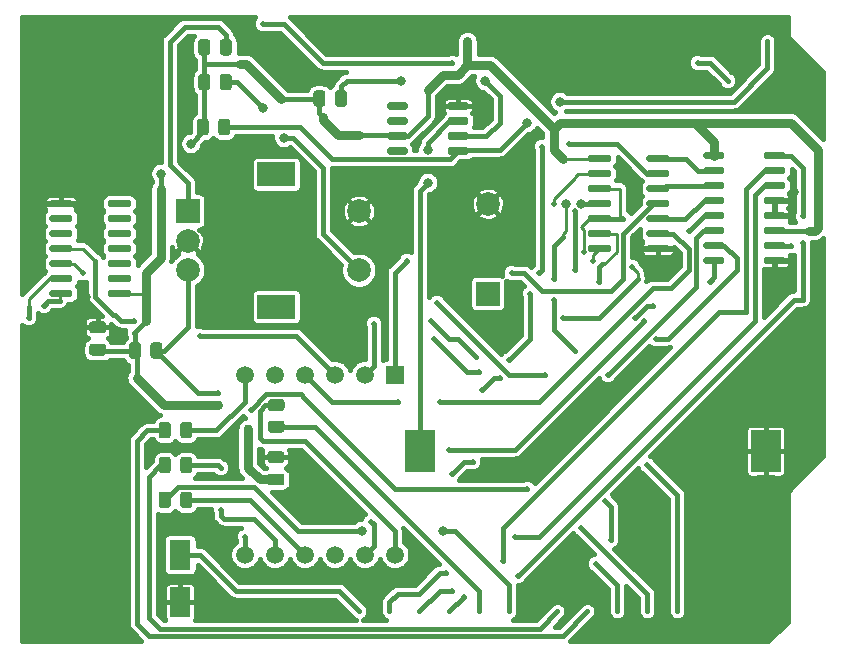
<source format=gbr>
%TF.GenerationSoftware,KiCad,Pcbnew,(5.1.8)-1*%
%TF.CreationDate,2021-03-12T13:42:17+01:00*%
%TF.ProjectId,AP,41502e6b-6963-4616-945f-706362585858,rev?*%
%TF.SameCoordinates,Original*%
%TF.FileFunction,Copper,L2,Bot*%
%TF.FilePolarity,Positive*%
%FSLAX46Y46*%
G04 Gerber Fmt 4.6, Leading zero omitted, Abs format (unit mm)*
G04 Created by KiCad (PCBNEW (5.1.8)-1) date 2021-03-12 13:42:17*
%MOMM*%
%LPD*%
G01*
G04 APERTURE LIST*
%TA.AperFunction,ComponentPad*%
%ADD10R,2.000000X2.000000*%
%TD*%
%TA.AperFunction,ComponentPad*%
%ADD11C,2.000000*%
%TD*%
%TA.AperFunction,ComponentPad*%
%ADD12R,3.200000X2.000000*%
%TD*%
%TA.AperFunction,ComponentPad*%
%ADD13C,1.500000*%
%TD*%
%TA.AperFunction,ComponentPad*%
%ADD14R,1.500000X1.500000*%
%TD*%
%TA.AperFunction,SMDPad,CuDef*%
%ADD15R,1.800000X2.500000*%
%TD*%
%TA.AperFunction,SMDPad,CuDef*%
%ADD16R,2.600000X3.600000*%
%TD*%
%TA.AperFunction,ViaPad*%
%ADD17C,0.800000*%
%TD*%
%TA.AperFunction,ViaPad*%
%ADD18C,0.762000*%
%TD*%
%TA.AperFunction,ViaPad*%
%ADD19C,0.508000*%
%TD*%
%TA.AperFunction,Conductor*%
%ADD20C,0.381000*%
%TD*%
%TA.AperFunction,Conductor*%
%ADD21C,0.250000*%
%TD*%
%TA.AperFunction,Conductor*%
%ADD22C,0.762000*%
%TD*%
%TA.AperFunction,Conductor*%
%ADD23C,0.100000*%
%TD*%
G04 APERTURE END LIST*
%TO.P,RTC1,8*%
%TO.N,SCL*%
%TA.AperFunction,SMDPad,CuDef*%
G36*
G01*
X170610000Y-82065000D02*
X170610000Y-81765000D01*
G75*
G02*
X170760000Y-81615000I150000J0D01*
G01*
X172210000Y-81615000D01*
G75*
G02*
X172360000Y-81765000I0J-150000D01*
G01*
X172360000Y-82065000D01*
G75*
G02*
X172210000Y-82215000I-150000J0D01*
G01*
X170760000Y-82215000D01*
G75*
G02*
X170610000Y-82065000I0J150000D01*
G01*
G37*
%TD.AperFunction*%
%TO.P,RTC1,7*%
%TO.N,SDA*%
%TA.AperFunction,SMDPad,CuDef*%
G36*
G01*
X170610000Y-80795000D02*
X170610000Y-80495000D01*
G75*
G02*
X170760000Y-80345000I150000J0D01*
G01*
X172210000Y-80345000D01*
G75*
G02*
X172360000Y-80495000I0J-150000D01*
G01*
X172360000Y-80795000D01*
G75*
G02*
X172210000Y-80945000I-150000J0D01*
G01*
X170760000Y-80945000D01*
G75*
G02*
X170610000Y-80795000I0J150000D01*
G01*
G37*
%TD.AperFunction*%
%TO.P,RTC1,6*%
%TO.N,Net-(Baterie1-Pad1)*%
%TA.AperFunction,SMDPad,CuDef*%
G36*
G01*
X170610000Y-79525000D02*
X170610000Y-79225000D01*
G75*
G02*
X170760000Y-79075000I150000J0D01*
G01*
X172210000Y-79075000D01*
G75*
G02*
X172360000Y-79225000I0J-150000D01*
G01*
X172360000Y-79525000D01*
G75*
G02*
X172210000Y-79675000I-150000J0D01*
G01*
X170760000Y-79675000D01*
G75*
G02*
X170610000Y-79525000I0J150000D01*
G01*
G37*
%TD.AperFunction*%
%TO.P,RTC1,5*%
%TO.N,GND*%
%TA.AperFunction,SMDPad,CuDef*%
G36*
G01*
X170610000Y-78255000D02*
X170610000Y-77955000D01*
G75*
G02*
X170760000Y-77805000I150000J0D01*
G01*
X172210000Y-77805000D01*
G75*
G02*
X172360000Y-77955000I0J-150000D01*
G01*
X172360000Y-78255000D01*
G75*
G02*
X172210000Y-78405000I-150000J0D01*
G01*
X170760000Y-78405000D01*
G75*
G02*
X170610000Y-78255000I0J150000D01*
G01*
G37*
%TD.AperFunction*%
%TO.P,RTC1,4*%
%TO.N,Net-(RTC1-Pad4)*%
%TA.AperFunction,SMDPad,CuDef*%
G36*
G01*
X165460000Y-78255000D02*
X165460000Y-77955000D01*
G75*
G02*
X165610000Y-77805000I150000J0D01*
G01*
X167060000Y-77805000D01*
G75*
G02*
X167210000Y-77955000I0J-150000D01*
G01*
X167210000Y-78255000D01*
G75*
G02*
X167060000Y-78405000I-150000J0D01*
G01*
X165610000Y-78405000D01*
G75*
G02*
X165460000Y-78255000I0J150000D01*
G01*
G37*
%TD.AperFunction*%
%TO.P,RTC1,3*%
%TO.N,Net-(RTC1-Pad3)*%
%TA.AperFunction,SMDPad,CuDef*%
G36*
G01*
X165460000Y-79525000D02*
X165460000Y-79225000D01*
G75*
G02*
X165610000Y-79075000I150000J0D01*
G01*
X167060000Y-79075000D01*
G75*
G02*
X167210000Y-79225000I0J-150000D01*
G01*
X167210000Y-79525000D01*
G75*
G02*
X167060000Y-79675000I-150000J0D01*
G01*
X165610000Y-79675000D01*
G75*
G02*
X165460000Y-79525000I0J150000D01*
G01*
G37*
%TD.AperFunction*%
%TO.P,RTC1,2*%
%TO.N,VCC*%
%TA.AperFunction,SMDPad,CuDef*%
G36*
G01*
X165460000Y-80795000D02*
X165460000Y-80495000D01*
G75*
G02*
X165610000Y-80345000I150000J0D01*
G01*
X167060000Y-80345000D01*
G75*
G02*
X167210000Y-80495000I0J-150000D01*
G01*
X167210000Y-80795000D01*
G75*
G02*
X167060000Y-80945000I-150000J0D01*
G01*
X165610000Y-80945000D01*
G75*
G02*
X165460000Y-80795000I0J150000D01*
G01*
G37*
%TD.AperFunction*%
%TO.P,RTC1,1*%
%TO.N,Net-(RTC1-Pad1)*%
%TA.AperFunction,SMDPad,CuDef*%
G36*
G01*
X165460000Y-82065000D02*
X165460000Y-81765000D01*
G75*
G02*
X165610000Y-81615000I150000J0D01*
G01*
X167060000Y-81615000D01*
G75*
G02*
X167210000Y-81765000I0J-150000D01*
G01*
X167210000Y-82065000D01*
G75*
G02*
X167060000Y-82215000I-150000J0D01*
G01*
X165610000Y-82215000D01*
G75*
G02*
X165460000Y-82065000I0J150000D01*
G01*
G37*
%TD.AperFunction*%
%TD*%
%TO.P,RI2c2,2*%
%TO.N,SDA*%
%TA.AperFunction,SMDPad,CuDef*%
G36*
G01*
X161055000Y-77920001D02*
X161055000Y-77019999D01*
G75*
G02*
X161304999Y-76770000I249999J0D01*
G01*
X161830001Y-76770000D01*
G75*
G02*
X162080000Y-77019999I0J-249999D01*
G01*
X162080000Y-77920001D01*
G75*
G02*
X161830001Y-78170000I-249999J0D01*
G01*
X161304999Y-78170000D01*
G75*
G02*
X161055000Y-77920001I0J249999D01*
G01*
G37*
%TD.AperFunction*%
%TO.P,RI2c2,1*%
%TO.N,VCC*%
%TA.AperFunction,SMDPad,CuDef*%
G36*
G01*
X159230000Y-77920001D02*
X159230000Y-77019999D01*
G75*
G02*
X159479999Y-76770000I249999J0D01*
G01*
X160005001Y-76770000D01*
G75*
G02*
X160255000Y-77019999I0J-249999D01*
G01*
X160255000Y-77920001D01*
G75*
G02*
X160005001Y-78170000I-249999J0D01*
G01*
X159479999Y-78170000D01*
G75*
G02*
X159230000Y-77920001I0J249999D01*
G01*
G37*
%TD.AperFunction*%
%TD*%
%TO.P,RI2c1,2*%
%TO.N,SCL*%
%TA.AperFunction,SMDPad,CuDef*%
G36*
G01*
X151174400Y-80333001D02*
X151174400Y-79432999D01*
G75*
G02*
X151424399Y-79183000I249999J0D01*
G01*
X151949401Y-79183000D01*
G75*
G02*
X152199400Y-79432999I0J-249999D01*
G01*
X152199400Y-80333001D01*
G75*
G02*
X151949401Y-80583000I-249999J0D01*
G01*
X151424399Y-80583000D01*
G75*
G02*
X151174400Y-80333001I0J249999D01*
G01*
G37*
%TD.AperFunction*%
%TO.P,RI2c1,1*%
%TO.N,VCC*%
%TA.AperFunction,SMDPad,CuDef*%
G36*
G01*
X149349400Y-80333001D02*
X149349400Y-79432999D01*
G75*
G02*
X149599399Y-79183000I249999J0D01*
G01*
X150124401Y-79183000D01*
G75*
G02*
X150374400Y-79432999I0J-249999D01*
G01*
X150374400Y-80333001D01*
G75*
G02*
X150124401Y-80583000I-249999J0D01*
G01*
X149599399Y-80583000D01*
G75*
G02*
X149349400Y-80333001I0J249999D01*
G01*
G37*
%TD.AperFunction*%
%TD*%
%TO.P,Rec3,2*%
%TO.N,A*%
%TA.AperFunction,SMDPad,CuDef*%
G36*
G01*
X151304401Y-73583000D02*
X151304401Y-72682998D01*
G75*
G02*
X151554400Y-72432999I249999J0D01*
G01*
X152079402Y-72432999D01*
G75*
G02*
X152329401Y-72682998I0J-249999D01*
G01*
X152329401Y-73583000D01*
G75*
G02*
X152079402Y-73832999I-249999J0D01*
G01*
X151554400Y-73832999D01*
G75*
G02*
X151304401Y-73583000I0J249999D01*
G01*
G37*
%TD.AperFunction*%
%TO.P,Rec3,1*%
%TO.N,VCC*%
%TA.AperFunction,SMDPad,CuDef*%
G36*
G01*
X149479401Y-73583000D02*
X149479401Y-72682998D01*
G75*
G02*
X149729400Y-72432999I249999J0D01*
G01*
X150254402Y-72432999D01*
G75*
G02*
X150504401Y-72682998I0J-249999D01*
G01*
X150504401Y-73583000D01*
G75*
G02*
X150254402Y-73832999I-249999J0D01*
G01*
X149729400Y-73832999D01*
G75*
G02*
X149479401Y-73583000I0J249999D01*
G01*
G37*
%TD.AperFunction*%
%TD*%
%TO.P,Rec2,2*%
%TO.N,B*%
%TA.AperFunction,SMDPad,CuDef*%
G36*
G01*
X145434000Y-99256001D02*
X145434000Y-98355999D01*
G75*
G02*
X145683999Y-98106000I249999J0D01*
G01*
X146209001Y-98106000D01*
G75*
G02*
X146459000Y-98355999I0J-249999D01*
G01*
X146459000Y-99256001D01*
G75*
G02*
X146209001Y-99506000I-249999J0D01*
G01*
X145683999Y-99506000D01*
G75*
G02*
X145434000Y-99256001I0J249999D01*
G01*
G37*
%TD.AperFunction*%
%TO.P,Rec2,1*%
%TO.N,VCC*%
%TA.AperFunction,SMDPad,CuDef*%
G36*
G01*
X143609000Y-99256001D02*
X143609000Y-98355999D01*
G75*
G02*
X143858999Y-98106000I249999J0D01*
G01*
X144384001Y-98106000D01*
G75*
G02*
X144634000Y-98355999I0J-249999D01*
G01*
X144634000Y-99256001D01*
G75*
G02*
X144384001Y-99506000I-249999J0D01*
G01*
X143858999Y-99506000D01*
G75*
G02*
X143609000Y-99256001I0J249999D01*
G01*
G37*
%TD.AperFunction*%
%TD*%
%TO.P,Rec1,2*%
%TO.N,S1*%
%TA.AperFunction,SMDPad,CuDef*%
G36*
G01*
X151304401Y-76533000D02*
X151304401Y-75632998D01*
G75*
G02*
X151554400Y-75382999I249999J0D01*
G01*
X152079402Y-75382999D01*
G75*
G02*
X152329401Y-75632998I0J-249999D01*
G01*
X152329401Y-76533000D01*
G75*
G02*
X152079402Y-76782999I-249999J0D01*
G01*
X151554400Y-76782999D01*
G75*
G02*
X151304401Y-76533000I0J249999D01*
G01*
G37*
%TD.AperFunction*%
%TO.P,Rec1,1*%
%TO.N,VCC*%
%TA.AperFunction,SMDPad,CuDef*%
G36*
G01*
X149479401Y-76533000D02*
X149479401Y-75632998D01*
G75*
G02*
X149729400Y-75382999I249999J0D01*
G01*
X150254402Y-75382999D01*
G75*
G02*
X150504401Y-75632998I0J-249999D01*
G01*
X150504401Y-76533000D01*
G75*
G02*
X150254402Y-76782999I-249999J0D01*
G01*
X149729400Y-76782999D01*
G75*
G02*
X149479401Y-76533000I0J249999D01*
G01*
G37*
%TD.AperFunction*%
%TD*%
%TO.P,R4,2*%
%TO.N,Net-(Displej1-Pad6)*%
%TA.AperFunction,SMDPad,CuDef*%
G36*
G01*
X147957801Y-105999000D02*
X147957801Y-105098998D01*
G75*
G02*
X148207800Y-104848999I249999J0D01*
G01*
X148732802Y-104848999D01*
G75*
G02*
X148982801Y-105098998I0J-249999D01*
G01*
X148982801Y-105999000D01*
G75*
G02*
X148732802Y-106248999I-249999J0D01*
G01*
X148207800Y-106248999D01*
G75*
G02*
X147957801Y-105999000I0J249999D01*
G01*
G37*
%TD.AperFunction*%
%TO.P,R4,1*%
%TO.N,GNDs6*%
%TA.AperFunction,SMDPad,CuDef*%
G36*
G01*
X146132801Y-105999000D02*
X146132801Y-105098998D01*
G75*
G02*
X146382800Y-104848999I249999J0D01*
G01*
X146907802Y-104848999D01*
G75*
G02*
X147157801Y-105098998I0J-249999D01*
G01*
X147157801Y-105999000D01*
G75*
G02*
X146907802Y-106248999I-249999J0D01*
G01*
X146382800Y-106248999D01*
G75*
G02*
X146132801Y-105999000I0J249999D01*
G01*
G37*
%TD.AperFunction*%
%TD*%
%TO.P,R3,2*%
%TO.N,Net-(Displej1-Pad8)*%
%TA.AperFunction,SMDPad,CuDef*%
G36*
G01*
X147957801Y-108949000D02*
X147957801Y-108048998D01*
G75*
G02*
X148207800Y-107798999I249999J0D01*
G01*
X148732802Y-107798999D01*
G75*
G02*
X148982801Y-108048998I0J-249999D01*
G01*
X148982801Y-108949000D01*
G75*
G02*
X148732802Y-109198999I-249999J0D01*
G01*
X148207800Y-109198999D01*
G75*
G02*
X147957801Y-108949000I0J249999D01*
G01*
G37*
%TD.AperFunction*%
%TO.P,R3,1*%
%TO.N,GNDs8*%
%TA.AperFunction,SMDPad,CuDef*%
G36*
G01*
X146132801Y-108949000D02*
X146132801Y-108048998D01*
G75*
G02*
X146382800Y-107798999I249999J0D01*
G01*
X146907802Y-107798999D01*
G75*
G02*
X147157801Y-108048998I0J-249999D01*
G01*
X147157801Y-108949000D01*
G75*
G02*
X146907802Y-109198999I-249999J0D01*
G01*
X146382800Y-109198999D01*
G75*
G02*
X146132801Y-108949000I0J249999D01*
G01*
G37*
%TD.AperFunction*%
%TD*%
%TO.P,R2,2*%
%TO.N,Net-(Displej1-Pad9)*%
%TA.AperFunction,SMDPad,CuDef*%
G36*
G01*
X147957801Y-111899000D02*
X147957801Y-110998998D01*
G75*
G02*
X148207800Y-110748999I249999J0D01*
G01*
X148732802Y-110748999D01*
G75*
G02*
X148982801Y-110998998I0J-249999D01*
G01*
X148982801Y-111899000D01*
G75*
G02*
X148732802Y-112148999I-249999J0D01*
G01*
X148207800Y-112148999D01*
G75*
G02*
X147957801Y-111899000I0J249999D01*
G01*
G37*
%TD.AperFunction*%
%TO.P,R2,1*%
%TO.N,GNDs9*%
%TA.AperFunction,SMDPad,CuDef*%
G36*
G01*
X146132801Y-111899000D02*
X146132801Y-110998998D01*
G75*
G02*
X146382800Y-110748999I249999J0D01*
G01*
X146907802Y-110748999D01*
G75*
G02*
X147157801Y-110998998I0J-249999D01*
G01*
X147157801Y-111899000D01*
G75*
G02*
X146907802Y-112148999I-249999J0D01*
G01*
X146382800Y-112148999D01*
G75*
G02*
X146132801Y-111899000I0J249999D01*
G01*
G37*
%TD.AperFunction*%
%TD*%
%TO.P,R1,2*%
%TO.N,Net-(Displej1-Pad12)*%
%TA.AperFunction,SMDPad,CuDef*%
G36*
G01*
X156540000Y-103944399D02*
X155639998Y-103944399D01*
G75*
G02*
X155389999Y-103694400I0J249999D01*
G01*
X155389999Y-103169398D01*
G75*
G02*
X155639998Y-102919399I249999J0D01*
G01*
X156540000Y-102919399D01*
G75*
G02*
X156789999Y-103169398I0J-249999D01*
G01*
X156789999Y-103694400D01*
G75*
G02*
X156540000Y-103944399I-249999J0D01*
G01*
G37*
%TD.AperFunction*%
%TO.P,R1,1*%
%TO.N,GNDs12*%
%TA.AperFunction,SMDPad,CuDef*%
G36*
G01*
X156540000Y-105769399D02*
X155639998Y-105769399D01*
G75*
G02*
X155389999Y-105519400I0J249999D01*
G01*
X155389999Y-104994398D01*
G75*
G02*
X155639998Y-104744399I249999J0D01*
G01*
X156540000Y-104744399D01*
G75*
G02*
X156789999Y-104994398I0J-249999D01*
G01*
X156789999Y-105519400D01*
G75*
G02*
X156540000Y-105769399I-249999J0D01*
G01*
G37*
%TD.AperFunction*%
%TD*%
D10*
%TO.P,Nastaven1,A*%
%TO.N,A*%
X148590000Y-86995000D03*
D11*
%TO.P,Nastaven1,C*%
%TO.N,GND*%
X148590000Y-89495000D03*
%TO.P,Nastaven1,B*%
%TO.N,B*%
X148590000Y-91995000D03*
D12*
%TO.P,Nastaven1,MP*%
%TO.N,N/C*%
X156090000Y-83895000D03*
X156090000Y-95095000D03*
D11*
%TO.P,Nastaven1,S2*%
%TO.N,GND*%
X163090000Y-86995000D03*
%TO.P,Nastaven1,S1*%
%TO.N,S1*%
X163090000Y-91995000D03*
%TD*%
D13*
%TO.P,Displej1,12*%
%TO.N,Net-(Displej1-Pad12)*%
X166116000Y-116078000D03*
%TO.P,Displej1,11*%
%TO.N,Net-(Displej1-Pad11)*%
X163576000Y-116078000D03*
%TO.P,Displej1,10*%
%TO.N,Net-(Displej1-Pad10)*%
X161036000Y-116078000D03*
%TO.P,Displej1,9*%
%TO.N,Net-(Displej1-Pad9)*%
X158496000Y-116078000D03*
%TO.P,Displej1,8*%
%TO.N,Net-(Displej1-Pad8)*%
X155956000Y-116078000D03*
%TO.P,Displej1,7*%
%TO.N,Net-(Displej1-Pad7)*%
X153416000Y-116078000D03*
%TO.P,Displej1,6*%
%TO.N,Net-(Displej1-Pad6)*%
X153416000Y-100838000D03*
%TO.P,Displej1,5*%
%TO.N,Net-(Displej1-Pad5)*%
X155956000Y-100838000D03*
%TO.P,Displej1,4*%
%TO.N,Net-(Displej1-Pad4)*%
X158496000Y-100838000D03*
%TO.P,Displej1,3*%
%TO.N,Net-(Displej1-Pad3)*%
X161036000Y-100838000D03*
%TO.P,Displej1,2*%
%TO.N,Net-(Displej1-Pad2)*%
X163576000Y-100838000D03*
D14*
%TO.P,Displej1,1*%
%TO.N,Net-(Displej1-Pad1)*%
X166116000Y-100838000D03*
%TD*%
D15*
%TO.P,Dioda1,2*%
%TO.N,Buz*%
X147955000Y-116110000D03*
%TO.P,Dioda1,1*%
%TO.N,GND*%
X147955000Y-120110000D03*
%TD*%
%TO.P,Demultiplexor1,16*%
%TO.N,VCC*%
%TA.AperFunction,SMDPad,CuDef*%
G36*
G01*
X194007000Y-82146000D02*
X194007000Y-82446000D01*
G75*
G02*
X193857000Y-82596000I-150000J0D01*
G01*
X192407000Y-82596000D01*
G75*
G02*
X192257000Y-82446000I0J150000D01*
G01*
X192257000Y-82146000D01*
G75*
G02*
X192407000Y-81996000I150000J0D01*
G01*
X193857000Y-81996000D01*
G75*
G02*
X194007000Y-82146000I0J-150000D01*
G01*
G37*
%TD.AperFunction*%
%TO.P,Demultiplexor1,15*%
%TO.N,Y0*%
%TA.AperFunction,SMDPad,CuDef*%
G36*
G01*
X194007000Y-83416000D02*
X194007000Y-83716000D01*
G75*
G02*
X193857000Y-83866000I-150000J0D01*
G01*
X192407000Y-83866000D01*
G75*
G02*
X192257000Y-83716000I0J150000D01*
G01*
X192257000Y-83416000D01*
G75*
G02*
X192407000Y-83266000I150000J0D01*
G01*
X193857000Y-83266000D01*
G75*
G02*
X194007000Y-83416000I0J-150000D01*
G01*
G37*
%TD.AperFunction*%
%TO.P,Demultiplexor1,14*%
%TO.N,Y1*%
%TA.AperFunction,SMDPad,CuDef*%
G36*
G01*
X194007000Y-84686000D02*
X194007000Y-84986000D01*
G75*
G02*
X193857000Y-85136000I-150000J0D01*
G01*
X192407000Y-85136000D01*
G75*
G02*
X192257000Y-84986000I0J150000D01*
G01*
X192257000Y-84686000D01*
G75*
G02*
X192407000Y-84536000I150000J0D01*
G01*
X193857000Y-84536000D01*
G75*
G02*
X194007000Y-84686000I0J-150000D01*
G01*
G37*
%TD.AperFunction*%
%TO.P,Demultiplexor1,13*%
%TO.N,Y2*%
%TA.AperFunction,SMDPad,CuDef*%
G36*
G01*
X194007000Y-85956000D02*
X194007000Y-86256000D01*
G75*
G02*
X193857000Y-86406000I-150000J0D01*
G01*
X192407000Y-86406000D01*
G75*
G02*
X192257000Y-86256000I0J150000D01*
G01*
X192257000Y-85956000D01*
G75*
G02*
X192407000Y-85806000I150000J0D01*
G01*
X193857000Y-85806000D01*
G75*
G02*
X194007000Y-85956000I0J-150000D01*
G01*
G37*
%TD.AperFunction*%
%TO.P,Demultiplexor1,12*%
%TO.N,Y3*%
%TA.AperFunction,SMDPad,CuDef*%
G36*
G01*
X194007000Y-87226000D02*
X194007000Y-87526000D01*
G75*
G02*
X193857000Y-87676000I-150000J0D01*
G01*
X192407000Y-87676000D01*
G75*
G02*
X192257000Y-87526000I0J150000D01*
G01*
X192257000Y-87226000D01*
G75*
G02*
X192407000Y-87076000I150000J0D01*
G01*
X193857000Y-87076000D01*
G75*
G02*
X194007000Y-87226000I0J-150000D01*
G01*
G37*
%TD.AperFunction*%
%TO.P,Demultiplexor1,11*%
%TO.N,Y4*%
%TA.AperFunction,SMDPad,CuDef*%
G36*
G01*
X194007000Y-88496000D02*
X194007000Y-88796000D01*
G75*
G02*
X193857000Y-88946000I-150000J0D01*
G01*
X192407000Y-88946000D01*
G75*
G02*
X192257000Y-88796000I0J150000D01*
G01*
X192257000Y-88496000D01*
G75*
G02*
X192407000Y-88346000I150000J0D01*
G01*
X193857000Y-88346000D01*
G75*
G02*
X194007000Y-88496000I0J-150000D01*
G01*
G37*
%TD.AperFunction*%
%TO.P,Demultiplexor1,10*%
%TO.N,Y5*%
%TA.AperFunction,SMDPad,CuDef*%
G36*
G01*
X194007000Y-89766000D02*
X194007000Y-90066000D01*
G75*
G02*
X193857000Y-90216000I-150000J0D01*
G01*
X192407000Y-90216000D01*
G75*
G02*
X192257000Y-90066000I0J150000D01*
G01*
X192257000Y-89766000D01*
G75*
G02*
X192407000Y-89616000I150000J0D01*
G01*
X193857000Y-89616000D01*
G75*
G02*
X194007000Y-89766000I0J-150000D01*
G01*
G37*
%TD.AperFunction*%
%TO.P,Demultiplexor1,9*%
%TO.N,Y6*%
%TA.AperFunction,SMDPad,CuDef*%
G36*
G01*
X194007000Y-91036000D02*
X194007000Y-91336000D01*
G75*
G02*
X193857000Y-91486000I-150000J0D01*
G01*
X192407000Y-91486000D01*
G75*
G02*
X192257000Y-91336000I0J150000D01*
G01*
X192257000Y-91036000D01*
G75*
G02*
X192407000Y-90886000I150000J0D01*
G01*
X193857000Y-90886000D01*
G75*
G02*
X194007000Y-91036000I0J-150000D01*
G01*
G37*
%TD.AperFunction*%
%TO.P,Demultiplexor1,8*%
%TO.N,GND*%
%TA.AperFunction,SMDPad,CuDef*%
G36*
G01*
X199157000Y-91036000D02*
X199157000Y-91336000D01*
G75*
G02*
X199007000Y-91486000I-150000J0D01*
G01*
X197557000Y-91486000D01*
G75*
G02*
X197407000Y-91336000I0J150000D01*
G01*
X197407000Y-91036000D01*
G75*
G02*
X197557000Y-90886000I150000J0D01*
G01*
X199007000Y-90886000D01*
G75*
G02*
X199157000Y-91036000I0J-150000D01*
G01*
G37*
%TD.AperFunction*%
%TO.P,Demultiplexor1,7*%
%TO.N,Y7*%
%TA.AperFunction,SMDPad,CuDef*%
G36*
G01*
X199157000Y-89766000D02*
X199157000Y-90066000D01*
G75*
G02*
X199007000Y-90216000I-150000J0D01*
G01*
X197557000Y-90216000D01*
G75*
G02*
X197407000Y-90066000I0J150000D01*
G01*
X197407000Y-89766000D01*
G75*
G02*
X197557000Y-89616000I150000J0D01*
G01*
X199007000Y-89616000D01*
G75*
G02*
X199157000Y-89766000I0J-150000D01*
G01*
G37*
%TD.AperFunction*%
%TO.P,Demultiplexor1,6*%
%TO.N,VCC*%
%TA.AperFunction,SMDPad,CuDef*%
G36*
G01*
X199157000Y-88496000D02*
X199157000Y-88796000D01*
G75*
G02*
X199007000Y-88946000I-150000J0D01*
G01*
X197557000Y-88946000D01*
G75*
G02*
X197407000Y-88796000I0J150000D01*
G01*
X197407000Y-88496000D01*
G75*
G02*
X197557000Y-88346000I150000J0D01*
G01*
X199007000Y-88346000D01*
G75*
G02*
X199157000Y-88496000I0J-150000D01*
G01*
G37*
%TD.AperFunction*%
%TO.P,Demultiplexor1,5*%
%TO.N,GND*%
%TA.AperFunction,SMDPad,CuDef*%
G36*
G01*
X199157000Y-87226000D02*
X199157000Y-87526000D01*
G75*
G02*
X199007000Y-87676000I-150000J0D01*
G01*
X197557000Y-87676000D01*
G75*
G02*
X197407000Y-87526000I0J150000D01*
G01*
X197407000Y-87226000D01*
G75*
G02*
X197557000Y-87076000I150000J0D01*
G01*
X199007000Y-87076000D01*
G75*
G02*
X199157000Y-87226000I0J-150000D01*
G01*
G37*
%TD.AperFunction*%
%TO.P,Demultiplexor1,4*%
%TA.AperFunction,SMDPad,CuDef*%
G36*
G01*
X199157000Y-85956000D02*
X199157000Y-86256000D01*
G75*
G02*
X199007000Y-86406000I-150000J0D01*
G01*
X197557000Y-86406000D01*
G75*
G02*
X197407000Y-86256000I0J150000D01*
G01*
X197407000Y-85956000D01*
G75*
G02*
X197557000Y-85806000I150000J0D01*
G01*
X199007000Y-85806000D01*
G75*
G02*
X199157000Y-85956000I0J-150000D01*
G01*
G37*
%TD.AperFunction*%
%TO.P,Demultiplexor1,3*%
%TO.N,A2*%
%TA.AperFunction,SMDPad,CuDef*%
G36*
G01*
X199157000Y-84686000D02*
X199157000Y-84986000D01*
G75*
G02*
X199007000Y-85136000I-150000J0D01*
G01*
X197557000Y-85136000D01*
G75*
G02*
X197407000Y-84986000I0J150000D01*
G01*
X197407000Y-84686000D01*
G75*
G02*
X197557000Y-84536000I150000J0D01*
G01*
X199007000Y-84536000D01*
G75*
G02*
X199157000Y-84686000I0J-150000D01*
G01*
G37*
%TD.AperFunction*%
%TO.P,Demultiplexor1,2*%
%TO.N,A1*%
%TA.AperFunction,SMDPad,CuDef*%
G36*
G01*
X199157000Y-83416000D02*
X199157000Y-83716000D01*
G75*
G02*
X199007000Y-83866000I-150000J0D01*
G01*
X197557000Y-83866000D01*
G75*
G02*
X197407000Y-83716000I0J150000D01*
G01*
X197407000Y-83416000D01*
G75*
G02*
X197557000Y-83266000I150000J0D01*
G01*
X199007000Y-83266000D01*
G75*
G02*
X199157000Y-83416000I0J-150000D01*
G01*
G37*
%TD.AperFunction*%
%TO.P,Demultiplexor1,1*%
%TO.N,A0*%
%TA.AperFunction,SMDPad,CuDef*%
G36*
G01*
X199157000Y-82146000D02*
X199157000Y-82446000D01*
G75*
G02*
X199007000Y-82596000I-150000J0D01*
G01*
X197557000Y-82596000D01*
G75*
G02*
X197407000Y-82446000I0J150000D01*
G01*
X197407000Y-82146000D01*
G75*
G02*
X197557000Y-81996000I150000J0D01*
G01*
X199007000Y-81996000D01*
G75*
G02*
X199157000Y-82146000I0J-150000D01*
G01*
G37*
%TD.AperFunction*%
%TD*%
%TO.P,C2,2*%
%TO.N,GND*%
%TA.AperFunction,SMDPad,CuDef*%
G36*
G01*
X141445000Y-97340000D02*
X140495000Y-97340000D01*
G75*
G02*
X140245000Y-97090000I0J250000D01*
G01*
X140245000Y-96590000D01*
G75*
G02*
X140495000Y-96340000I250000J0D01*
G01*
X141445000Y-96340000D01*
G75*
G02*
X141695000Y-96590000I0J-250000D01*
G01*
X141695000Y-97090000D01*
G75*
G02*
X141445000Y-97340000I-250000J0D01*
G01*
G37*
%TD.AperFunction*%
%TO.P,C2,1*%
%TO.N,VCC*%
%TA.AperFunction,SMDPad,CuDef*%
G36*
G01*
X141445000Y-99240000D02*
X140495000Y-99240000D01*
G75*
G02*
X140245000Y-98990000I0J250000D01*
G01*
X140245000Y-98490000D01*
G75*
G02*
X140495000Y-98240000I250000J0D01*
G01*
X141445000Y-98240000D01*
G75*
G02*
X141695000Y-98490000I0J-250000D01*
G01*
X141695000Y-98990000D01*
G75*
G02*
X141445000Y-99240000I-250000J0D01*
G01*
G37*
%TD.AperFunction*%
%TD*%
%TO.P,C1,2*%
%TO.N,GND*%
%TA.AperFunction,SMDPad,CuDef*%
G36*
G01*
X156534999Y-108324399D02*
X155584999Y-108324399D01*
G75*
G02*
X155334999Y-108074399I0J250000D01*
G01*
X155334999Y-107574399D01*
G75*
G02*
X155584999Y-107324399I250000J0D01*
G01*
X156534999Y-107324399D01*
G75*
G02*
X156784999Y-107574399I0J-250000D01*
G01*
X156784999Y-108074399D01*
G75*
G02*
X156534999Y-108324399I-250000J0D01*
G01*
G37*
%TD.AperFunction*%
%TO.P,C1,1*%
%TO.N,VCC*%
%TA.AperFunction,SMDPad,CuDef*%
G36*
G01*
X156534999Y-110224399D02*
X155584999Y-110224399D01*
G75*
G02*
X155334999Y-109974399I0J250000D01*
G01*
X155334999Y-109474399D01*
G75*
G02*
X155584999Y-109224399I250000J0D01*
G01*
X156534999Y-109224399D01*
G75*
G02*
X156784999Y-109474399I0J-250000D01*
G01*
X156784999Y-109974399D01*
G75*
G02*
X156534999Y-110224399I-250000J0D01*
G01*
G37*
%TD.AperFunction*%
%TD*%
D11*
%TO.P,bzu\u010D\u00E1k1,2*%
%TO.N,GND*%
X173990000Y-86380000D03*
D10*
%TO.P,bzu\u010D\u00E1k1,1*%
%TO.N,Buz*%
X173990000Y-93980000D03*
%TD*%
D16*
%TO.P,Baterie1,1*%
%TO.N,Net-(Baterie1-Pad1)*%
X168230000Y-107315000D03*
%TO.P,Baterie1,2*%
%TO.N,GND*%
X197530000Y-107315000D03*
%TD*%
%TO.P,U1,1*%
%TO.N,Y0*%
%TA.AperFunction,SMDPad,CuDef*%
G36*
G01*
X189378000Y-82400000D02*
X189378000Y-82700000D01*
G75*
G02*
X189228000Y-82850000I-150000J0D01*
G01*
X187578000Y-82850000D01*
G75*
G02*
X187428000Y-82700000I0J150000D01*
G01*
X187428000Y-82400000D01*
G75*
G02*
X187578000Y-82250000I150000J0D01*
G01*
X189228000Y-82250000D01*
G75*
G02*
X189378000Y-82400000I0J-150000D01*
G01*
G37*
%TD.AperFunction*%
%TO.P,U1,2*%
%TO.N,Net-(Displej1-Pad11)*%
%TA.AperFunction,SMDPad,CuDef*%
G36*
G01*
X189378000Y-83670000D02*
X189378000Y-83970000D01*
G75*
G02*
X189228000Y-84120000I-150000J0D01*
G01*
X187578000Y-84120000D01*
G75*
G02*
X187428000Y-83970000I0J150000D01*
G01*
X187428000Y-83670000D01*
G75*
G02*
X187578000Y-83520000I150000J0D01*
G01*
X189228000Y-83520000D01*
G75*
G02*
X189378000Y-83670000I0J-150000D01*
G01*
G37*
%TD.AperFunction*%
%TO.P,U1,3*%
%TO.N,Y1*%
%TA.AperFunction,SMDPad,CuDef*%
G36*
G01*
X189378000Y-84940000D02*
X189378000Y-85240000D01*
G75*
G02*
X189228000Y-85390000I-150000J0D01*
G01*
X187578000Y-85390000D01*
G75*
G02*
X187428000Y-85240000I0J150000D01*
G01*
X187428000Y-84940000D01*
G75*
G02*
X187578000Y-84790000I150000J0D01*
G01*
X189228000Y-84790000D01*
G75*
G02*
X189378000Y-84940000I0J-150000D01*
G01*
G37*
%TD.AperFunction*%
%TO.P,U1,4*%
%TO.N,Net-(Displej1-Pad7)*%
%TA.AperFunction,SMDPad,CuDef*%
G36*
G01*
X189378000Y-86210000D02*
X189378000Y-86510000D01*
G75*
G02*
X189228000Y-86660000I-150000J0D01*
G01*
X187578000Y-86660000D01*
G75*
G02*
X187428000Y-86510000I0J150000D01*
G01*
X187428000Y-86210000D01*
G75*
G02*
X187578000Y-86060000I150000J0D01*
G01*
X189228000Y-86060000D01*
G75*
G02*
X189378000Y-86210000I0J-150000D01*
G01*
G37*
%TD.AperFunction*%
%TO.P,U1,5*%
%TO.N,Y2*%
%TA.AperFunction,SMDPad,CuDef*%
G36*
G01*
X189378000Y-87480000D02*
X189378000Y-87780000D01*
G75*
G02*
X189228000Y-87930000I-150000J0D01*
G01*
X187578000Y-87930000D01*
G75*
G02*
X187428000Y-87780000I0J150000D01*
G01*
X187428000Y-87480000D01*
G75*
G02*
X187578000Y-87330000I150000J0D01*
G01*
X189228000Y-87330000D01*
G75*
G02*
X189378000Y-87480000I0J-150000D01*
G01*
G37*
%TD.AperFunction*%
%TO.P,U1,6*%
%TO.N,Net-(Displej1-Pad4)*%
%TA.AperFunction,SMDPad,CuDef*%
G36*
G01*
X189378000Y-88750000D02*
X189378000Y-89050000D01*
G75*
G02*
X189228000Y-89200000I-150000J0D01*
G01*
X187578000Y-89200000D01*
G75*
G02*
X187428000Y-89050000I0J150000D01*
G01*
X187428000Y-88750000D01*
G75*
G02*
X187578000Y-88600000I150000J0D01*
G01*
X189228000Y-88600000D01*
G75*
G02*
X189378000Y-88750000I0J-150000D01*
G01*
G37*
%TD.AperFunction*%
%TO.P,U1,7*%
%TO.N,GND*%
%TA.AperFunction,SMDPad,CuDef*%
G36*
G01*
X189378000Y-90020000D02*
X189378000Y-90320000D01*
G75*
G02*
X189228000Y-90470000I-150000J0D01*
G01*
X187578000Y-90470000D01*
G75*
G02*
X187428000Y-90320000I0J150000D01*
G01*
X187428000Y-90020000D01*
G75*
G02*
X187578000Y-89870000I150000J0D01*
G01*
X189228000Y-89870000D01*
G75*
G02*
X189378000Y-90020000I0J-150000D01*
G01*
G37*
%TD.AperFunction*%
%TO.P,U1,8*%
%TO.N,Net-(Displej1-Pad2)*%
%TA.AperFunction,SMDPad,CuDef*%
G36*
G01*
X184428000Y-90020000D02*
X184428000Y-90320000D01*
G75*
G02*
X184278000Y-90470000I-150000J0D01*
G01*
X182628000Y-90470000D01*
G75*
G02*
X182478000Y-90320000I0J150000D01*
G01*
X182478000Y-90020000D01*
G75*
G02*
X182628000Y-89870000I150000J0D01*
G01*
X184278000Y-89870000D01*
G75*
G02*
X184428000Y-90020000I0J-150000D01*
G01*
G37*
%TD.AperFunction*%
%TO.P,U1,9*%
%TO.N,Y3*%
%TA.AperFunction,SMDPad,CuDef*%
G36*
G01*
X184428000Y-88750000D02*
X184428000Y-89050000D01*
G75*
G02*
X184278000Y-89200000I-150000J0D01*
G01*
X182628000Y-89200000D01*
G75*
G02*
X182478000Y-89050000I0J150000D01*
G01*
X182478000Y-88750000D01*
G75*
G02*
X182628000Y-88600000I150000J0D01*
G01*
X184278000Y-88600000D01*
G75*
G02*
X184428000Y-88750000I0J-150000D01*
G01*
G37*
%TD.AperFunction*%
%TO.P,U1,10*%
%TO.N,Net-(Displej1-Pad1)*%
%TA.AperFunction,SMDPad,CuDef*%
G36*
G01*
X184428000Y-87480000D02*
X184428000Y-87780000D01*
G75*
G02*
X184278000Y-87930000I-150000J0D01*
G01*
X182628000Y-87930000D01*
G75*
G02*
X182478000Y-87780000I0J150000D01*
G01*
X182478000Y-87480000D01*
G75*
G02*
X182628000Y-87330000I150000J0D01*
G01*
X184278000Y-87330000D01*
G75*
G02*
X184428000Y-87480000I0J-150000D01*
G01*
G37*
%TD.AperFunction*%
%TO.P,U1,11*%
%TO.N,Y4*%
%TA.AperFunction,SMDPad,CuDef*%
G36*
G01*
X184428000Y-86210000D02*
X184428000Y-86510000D01*
G75*
G02*
X184278000Y-86660000I-150000J0D01*
G01*
X182628000Y-86660000D01*
G75*
G02*
X182478000Y-86510000I0J150000D01*
G01*
X182478000Y-86210000D01*
G75*
G02*
X182628000Y-86060000I150000J0D01*
G01*
X184278000Y-86060000D01*
G75*
G02*
X184428000Y-86210000I0J-150000D01*
G01*
G37*
%TD.AperFunction*%
%TO.P,U1,12*%
%TO.N,Net-(Displej1-Pad10)*%
%TA.AperFunction,SMDPad,CuDef*%
G36*
G01*
X184428000Y-84940000D02*
X184428000Y-85240000D01*
G75*
G02*
X184278000Y-85390000I-150000J0D01*
G01*
X182628000Y-85390000D01*
G75*
G02*
X182478000Y-85240000I0J150000D01*
G01*
X182478000Y-84940000D01*
G75*
G02*
X182628000Y-84790000I150000J0D01*
G01*
X184278000Y-84790000D01*
G75*
G02*
X184428000Y-84940000I0J-150000D01*
G01*
G37*
%TD.AperFunction*%
%TO.P,U1,13*%
%TO.N,Y5*%
%TA.AperFunction,SMDPad,CuDef*%
G36*
G01*
X184428000Y-83670000D02*
X184428000Y-83970000D01*
G75*
G02*
X184278000Y-84120000I-150000J0D01*
G01*
X182628000Y-84120000D01*
G75*
G02*
X182478000Y-83970000I0J150000D01*
G01*
X182478000Y-83670000D01*
G75*
G02*
X182628000Y-83520000I150000J0D01*
G01*
X184278000Y-83520000D01*
G75*
G02*
X184428000Y-83670000I0J-150000D01*
G01*
G37*
%TD.AperFunction*%
%TO.P,U1,14*%
%TO.N,VCC*%
%TA.AperFunction,SMDPad,CuDef*%
G36*
G01*
X184428000Y-82400000D02*
X184428000Y-82700000D01*
G75*
G02*
X184278000Y-82850000I-150000J0D01*
G01*
X182628000Y-82850000D01*
G75*
G02*
X182478000Y-82700000I0J150000D01*
G01*
X182478000Y-82400000D01*
G75*
G02*
X182628000Y-82250000I150000J0D01*
G01*
X184278000Y-82250000D01*
G75*
G02*
X184428000Y-82400000I0J-150000D01*
G01*
G37*
%TD.AperFunction*%
%TD*%
%TO.P,U2,14*%
%TO.N,VCC*%
%TA.AperFunction,SMDPad,CuDef*%
G36*
G01*
X141835000Y-94130000D02*
X141835000Y-93830000D01*
G75*
G02*
X141985000Y-93680000I150000J0D01*
G01*
X143635000Y-93680000D01*
G75*
G02*
X143785000Y-93830000I0J-150000D01*
G01*
X143785000Y-94130000D01*
G75*
G02*
X143635000Y-94280000I-150000J0D01*
G01*
X141985000Y-94280000D01*
G75*
G02*
X141835000Y-94130000I0J150000D01*
G01*
G37*
%TD.AperFunction*%
%TO.P,U2,13*%
%TO.N,N/C*%
%TA.AperFunction,SMDPad,CuDef*%
G36*
G01*
X141835000Y-92860000D02*
X141835000Y-92560000D01*
G75*
G02*
X141985000Y-92410000I150000J0D01*
G01*
X143635000Y-92410000D01*
G75*
G02*
X143785000Y-92560000I0J-150000D01*
G01*
X143785000Y-92860000D01*
G75*
G02*
X143635000Y-93010000I-150000J0D01*
G01*
X141985000Y-93010000D01*
G75*
G02*
X141835000Y-92860000I0J150000D01*
G01*
G37*
%TD.AperFunction*%
%TO.P,U2,12*%
%TA.AperFunction,SMDPad,CuDef*%
G36*
G01*
X141835000Y-91590000D02*
X141835000Y-91290000D01*
G75*
G02*
X141985000Y-91140000I150000J0D01*
G01*
X143635000Y-91140000D01*
G75*
G02*
X143785000Y-91290000I0J-150000D01*
G01*
X143785000Y-91590000D01*
G75*
G02*
X143635000Y-91740000I-150000J0D01*
G01*
X141985000Y-91740000D01*
G75*
G02*
X141835000Y-91590000I0J150000D01*
G01*
G37*
%TD.AperFunction*%
%TO.P,U2,11*%
%TA.AperFunction,SMDPad,CuDef*%
G36*
G01*
X141835000Y-90320000D02*
X141835000Y-90020000D01*
G75*
G02*
X141985000Y-89870000I150000J0D01*
G01*
X143635000Y-89870000D01*
G75*
G02*
X143785000Y-90020000I0J-150000D01*
G01*
X143785000Y-90320000D01*
G75*
G02*
X143635000Y-90470000I-150000J0D01*
G01*
X141985000Y-90470000D01*
G75*
G02*
X141835000Y-90320000I0J150000D01*
G01*
G37*
%TD.AperFunction*%
%TO.P,U2,10*%
%TA.AperFunction,SMDPad,CuDef*%
G36*
G01*
X141835000Y-89050000D02*
X141835000Y-88750000D01*
G75*
G02*
X141985000Y-88600000I150000J0D01*
G01*
X143635000Y-88600000D01*
G75*
G02*
X143785000Y-88750000I0J-150000D01*
G01*
X143785000Y-89050000D01*
G75*
G02*
X143635000Y-89200000I-150000J0D01*
G01*
X141985000Y-89200000D01*
G75*
G02*
X141835000Y-89050000I0J150000D01*
G01*
G37*
%TD.AperFunction*%
%TO.P,U2,9*%
%TA.AperFunction,SMDPad,CuDef*%
G36*
G01*
X141835000Y-87780000D02*
X141835000Y-87480000D01*
G75*
G02*
X141985000Y-87330000I150000J0D01*
G01*
X143635000Y-87330000D01*
G75*
G02*
X143785000Y-87480000I0J-150000D01*
G01*
X143785000Y-87780000D01*
G75*
G02*
X143635000Y-87930000I-150000J0D01*
G01*
X141985000Y-87930000D01*
G75*
G02*
X141835000Y-87780000I0J150000D01*
G01*
G37*
%TD.AperFunction*%
%TO.P,U2,8*%
%TA.AperFunction,SMDPad,CuDef*%
G36*
G01*
X141835000Y-86510000D02*
X141835000Y-86210000D01*
G75*
G02*
X141985000Y-86060000I150000J0D01*
G01*
X143635000Y-86060000D01*
G75*
G02*
X143785000Y-86210000I0J-150000D01*
G01*
X143785000Y-86510000D01*
G75*
G02*
X143635000Y-86660000I-150000J0D01*
G01*
X141985000Y-86660000D01*
G75*
G02*
X141835000Y-86510000I0J150000D01*
G01*
G37*
%TD.AperFunction*%
%TO.P,U2,7*%
%TO.N,GND*%
%TA.AperFunction,SMDPad,CuDef*%
G36*
G01*
X136885000Y-86510000D02*
X136885000Y-86210000D01*
G75*
G02*
X137035000Y-86060000I150000J0D01*
G01*
X138685000Y-86060000D01*
G75*
G02*
X138835000Y-86210000I0J-150000D01*
G01*
X138835000Y-86510000D01*
G75*
G02*
X138685000Y-86660000I-150000J0D01*
G01*
X137035000Y-86660000D01*
G75*
G02*
X136885000Y-86510000I0J150000D01*
G01*
G37*
%TD.AperFunction*%
%TO.P,U2,6*%
%TO.N,N/C*%
%TA.AperFunction,SMDPad,CuDef*%
G36*
G01*
X136885000Y-87780000D02*
X136885000Y-87480000D01*
G75*
G02*
X137035000Y-87330000I150000J0D01*
G01*
X138685000Y-87330000D01*
G75*
G02*
X138835000Y-87480000I0J-150000D01*
G01*
X138835000Y-87780000D01*
G75*
G02*
X138685000Y-87930000I-150000J0D01*
G01*
X137035000Y-87930000D01*
G75*
G02*
X136885000Y-87780000I0J150000D01*
G01*
G37*
%TD.AperFunction*%
%TO.P,U2,5*%
%TA.AperFunction,SMDPad,CuDef*%
G36*
G01*
X136885000Y-89050000D02*
X136885000Y-88750000D01*
G75*
G02*
X137035000Y-88600000I150000J0D01*
G01*
X138685000Y-88600000D01*
G75*
G02*
X138835000Y-88750000I0J-150000D01*
G01*
X138835000Y-89050000D01*
G75*
G02*
X138685000Y-89200000I-150000J0D01*
G01*
X137035000Y-89200000D01*
G75*
G02*
X136885000Y-89050000I0J150000D01*
G01*
G37*
%TD.AperFunction*%
%TO.P,U2,4*%
%TO.N,Net-(Displej1-Pad3)*%
%TA.AperFunction,SMDPad,CuDef*%
G36*
G01*
X136885000Y-90320000D02*
X136885000Y-90020000D01*
G75*
G02*
X137035000Y-89870000I150000J0D01*
G01*
X138685000Y-89870000D01*
G75*
G02*
X138835000Y-90020000I0J-150000D01*
G01*
X138835000Y-90320000D01*
G75*
G02*
X138685000Y-90470000I-150000J0D01*
G01*
X137035000Y-90470000D01*
G75*
G02*
X136885000Y-90320000I0J150000D01*
G01*
G37*
%TD.AperFunction*%
%TO.P,U2,3*%
%TO.N,Y7*%
%TA.AperFunction,SMDPad,CuDef*%
G36*
G01*
X136885000Y-91590000D02*
X136885000Y-91290000D01*
G75*
G02*
X137035000Y-91140000I150000J0D01*
G01*
X138685000Y-91140000D01*
G75*
G02*
X138835000Y-91290000I0J-150000D01*
G01*
X138835000Y-91590000D01*
G75*
G02*
X138685000Y-91740000I-150000J0D01*
G01*
X137035000Y-91740000D01*
G75*
G02*
X136885000Y-91590000I0J150000D01*
G01*
G37*
%TD.AperFunction*%
%TO.P,U2,2*%
%TO.N,Net-(Displej1-Pad5)*%
%TA.AperFunction,SMDPad,CuDef*%
G36*
G01*
X136885000Y-92860000D02*
X136885000Y-92560000D01*
G75*
G02*
X137035000Y-92410000I150000J0D01*
G01*
X138685000Y-92410000D01*
G75*
G02*
X138835000Y-92560000I0J-150000D01*
G01*
X138835000Y-92860000D01*
G75*
G02*
X138685000Y-93010000I-150000J0D01*
G01*
X137035000Y-93010000D01*
G75*
G02*
X136885000Y-92860000I0J150000D01*
G01*
G37*
%TD.AperFunction*%
%TO.P,U2,1*%
%TO.N,Y6*%
%TA.AperFunction,SMDPad,CuDef*%
G36*
G01*
X136885000Y-94130000D02*
X136885000Y-93830000D01*
G75*
G02*
X137035000Y-93680000I150000J0D01*
G01*
X138685000Y-93680000D01*
G75*
G02*
X138835000Y-93830000I0J-150000D01*
G01*
X138835000Y-94130000D01*
G75*
G02*
X138685000Y-94280000I-150000J0D01*
G01*
X137035000Y-94280000D01*
G75*
G02*
X136885000Y-94130000I0J150000D01*
G01*
G37*
%TD.AperFunction*%
%TD*%
D17*
%TO.N,Net-(Baterie1-Pad1)*%
X168910000Y-84582000D03*
X168910000Y-81788000D03*
%TO.N,GND*%
X180594000Y-105664000D03*
X151638000Y-106934000D03*
X152146000Y-92964000D03*
X196850000Y-116840000D03*
X186690000Y-86106000D03*
X199898000Y-85344000D03*
X157988000Y-107950000D03*
X149606000Y-113538000D03*
X151000000Y-119750000D03*
X198120000Y-92710000D03*
X141500000Y-77250000D03*
X176784000Y-85852000D03*
X173482000Y-77978000D03*
X139954000Y-94234000D03*
X141224000Y-88138000D03*
X158750000Y-86106000D03*
X191770000Y-106680000D03*
X199136000Y-101346000D03*
X168148000Y-116000000D03*
X197500000Y-77500000D03*
X195500000Y-74750000D03*
X201250000Y-75750000D03*
X186690000Y-90678000D03*
X138938000Y-111252000D03*
%TO.N,VCC*%
X148844000Y-81280000D03*
X146304000Y-83820000D03*
D18*
X151130000Y-103378000D03*
X153670000Y-105410000D03*
D19*
%TO.N,Y3*%
X191008000Y-88646000D03*
X187960000Y-94996000D03*
X186436000Y-96012000D03*
X183388000Y-92964000D03*
%TO.N,Y4*%
X184150000Y-100838000D03*
X181356000Y-98806000D03*
X179578000Y-94488000D03*
X179578000Y-92710000D03*
D17*
X180594000Y-86360000D03*
X181864000Y-86360000D03*
D19*
%TO.N,Y5*%
X181356000Y-91948000D03*
X188214000Y-97790000D03*
X181356000Y-87021942D03*
X179578000Y-86360000D03*
%TO.N,Y6*%
X136398000Y-94996000D03*
X154940000Y-71120000D03*
X170942000Y-74422000D03*
X191770000Y-74422000D03*
X194310000Y-75946000D03*
X192786000Y-92964000D03*
%TO.N,Y7*%
X199644000Y-89916000D03*
X139700000Y-92202000D03*
%TO.N,A2*%
X176276000Y-114554000D03*
X170434000Y-117602000D03*
%TO.N,A1*%
X175260000Y-116586000D03*
X170942000Y-119126000D03*
%TO.N,A0*%
X200660000Y-87376000D03*
X200660000Y-89662000D03*
X176530000Y-117856000D03*
X171958000Y-119634000D03*
D17*
%TO.N,S1*%
X154940000Y-78232000D03*
X156718000Y-80772000D03*
D19*
X187452000Y-108458000D03*
X178816000Y-100838000D03*
X169672000Y-94742000D03*
%TO.N,B*%
X181864000Y-113792000D03*
X177292000Y-110490000D03*
X153924000Y-103826328D03*
X151130000Y-102362000D03*
%TO.N,A*%
X183134000Y-116840000D03*
X184404000Y-114808000D03*
X183896000Y-111506000D03*
X173228000Y-100584000D03*
X169418000Y-97790000D03*
D17*
%TO.N,GNDs9*%
X163322000Y-114046000D03*
X170180000Y-114046000D03*
%TO.N,SDA*%
X166624000Y-75946000D03*
X173736000Y-75946000D03*
%TO.N,SCL*%
X180086000Y-77724000D03*
X177292000Y-79502000D03*
D19*
%TO.N,Net-(Displej1-Pad11)*%
X164084000Y-113284000D03*
X180848000Y-81280000D03*
X178562000Y-81534000D03*
X178308000Y-92202000D03*
X177546000Y-93980000D03*
X175768000Y-99568000D03*
X175006000Y-101092000D03*
X173482000Y-102108000D03*
X172720000Y-108204000D03*
X170942000Y-109220000D03*
%TO.N,Net-(Displej1-Pad10)*%
X170688000Y-107188000D03*
X187198000Y-96266000D03*
X185420000Y-87630000D03*
%TO.N,Net-(Displej1-Pad8)*%
X151384000Y-108712000D03*
X151384000Y-112268000D03*
%TO.N,Net-(Displej1-Pad7)*%
X153416000Y-114554000D03*
X176022000Y-92202000D03*
%TO.N,Net-(Displej1-Pad5)*%
X135128000Y-96012000D03*
%TO.N,Net-(Displej1-Pad4)*%
X166370000Y-103124000D03*
X169926000Y-103124000D03*
%TO.N,Net-(Displej1-Pad3)*%
X149606000Y-97536000D03*
X144018000Y-96266000D03*
%TO.N,Net-(Displej1-Pad2)*%
X180340000Y-96012000D03*
X172974000Y-99314000D03*
X169164000Y-96266000D03*
X164338000Y-96520000D03*
X186182000Y-91694000D03*
X182880000Y-91186000D03*
%TO.N,Net-(Displej1-Pad1)*%
X167132000Y-91186000D03*
X182118000Y-90424000D03*
%TD*%
D20*
%TO.N,Net-(Baterie1-Pad1)*%
X168230000Y-107315000D02*
X168230000Y-85262000D01*
X168230000Y-85262000D02*
X168910000Y-84582000D01*
X168910000Y-84582000D02*
X168910000Y-84582000D01*
X170757315Y-79375000D02*
X171485000Y-79375000D01*
X168910000Y-81222315D02*
X170757315Y-79375000D01*
X168910000Y-81788000D02*
X168910000Y-81222315D01*
D21*
%TO.N,GND*%
X187198000Y-90170000D02*
X186690000Y-90678000D01*
X188403000Y-90170000D02*
X187198000Y-90170000D01*
X140613000Y-88138000D02*
X141224000Y-88138000D01*
X138835000Y-86360000D02*
X140613000Y-88138000D01*
X137860000Y-86360000D02*
X138835000Y-86360000D01*
D20*
%TO.N,Buz*%
X147955000Y-116110000D02*
X149638000Y-116110000D01*
X149638000Y-116110000D02*
X152654000Y-119126000D01*
X161370200Y-119126000D02*
X163122800Y-120878600D01*
X152654000Y-119126000D02*
X161370200Y-119126000D01*
D22*
%TO.N,VCC*%
X172262800Y-72618600D02*
X172262800Y-74625200D01*
X172262800Y-74625200D02*
X171450000Y-75438000D01*
X171450000Y-75438000D02*
X170180000Y-75438000D01*
X170180000Y-75438000D02*
X168910000Y-76708000D01*
D20*
X167210000Y-80645000D02*
X166335000Y-80645000D01*
X168910000Y-78945000D02*
X167210000Y-80645000D01*
X168910000Y-76708000D02*
X168910000Y-78945000D01*
D22*
X172262800Y-74625200D02*
X174193200Y-74625200D01*
X174193200Y-74625200D02*
X179578000Y-80010000D01*
D20*
X149991901Y-79752999D02*
X149861900Y-79883000D01*
X149991901Y-76082999D02*
X149991901Y-79752999D01*
X149991901Y-74553901D02*
X153030099Y-74553901D01*
X149991901Y-73132999D02*
X149991901Y-74553901D01*
X149991901Y-74553901D02*
X149991901Y-76082999D01*
D22*
X153030099Y-74553901D02*
X153547901Y-74553901D01*
X153547901Y-74553901D02*
X156464000Y-77470000D01*
D20*
X156464000Y-77470000D02*
X159742500Y-77470000D01*
X159742500Y-77470000D02*
X159742500Y-78716500D01*
X159742500Y-78716500D02*
X160020000Y-78994000D01*
D22*
X160020000Y-78994000D02*
X160020000Y-79248000D01*
X160020000Y-79248000D02*
X161290000Y-80518000D01*
X161290000Y-80518000D02*
X163068000Y-80518000D01*
D20*
X166208000Y-80518000D02*
X166335000Y-80645000D01*
X163068000Y-80518000D02*
X166208000Y-80518000D01*
X149861900Y-79883000D02*
X149861900Y-80262100D01*
X149861900Y-80262100D02*
X148844000Y-81280000D01*
X148844000Y-81280000D02*
X148844000Y-81280000D01*
X146304000Y-83820000D02*
X146304000Y-85090000D01*
D22*
X146304000Y-85090000D02*
X146304000Y-90932000D01*
X146304000Y-90932000D02*
X145034000Y-92202000D01*
D20*
X145034000Y-96266000D02*
X144018000Y-97282000D01*
X144121500Y-97385500D02*
X144121500Y-98806000D01*
X144018000Y-97282000D02*
X144121500Y-97385500D01*
X141036000Y-98806000D02*
X140970000Y-98740000D01*
X144121500Y-98806000D02*
X141036000Y-98806000D01*
X193132000Y-82296000D02*
X193040000Y-82296000D01*
D22*
X180086000Y-79502000D02*
X179578000Y-80010000D01*
X193132000Y-82296000D02*
X193132000Y-81118000D01*
X191516000Y-79502000D02*
X180086000Y-79502000D01*
X193132000Y-81118000D02*
X191516000Y-79502000D01*
D20*
X198282000Y-88646000D02*
X200914000Y-88646000D01*
X200914000Y-88646000D02*
X201168000Y-88646000D01*
D22*
X199644000Y-79502000D02*
X191516000Y-79502000D01*
X201930000Y-81788000D02*
X199644000Y-79502000D01*
X201930000Y-88392000D02*
X201930000Y-81788000D01*
X201676000Y-88646000D02*
X201930000Y-88392000D01*
X201168000Y-88646000D02*
X201676000Y-88646000D01*
D20*
X156059999Y-109724399D02*
X155190399Y-109724399D01*
D22*
X155190399Y-109724399D02*
X154682399Y-109724399D01*
X154682399Y-109724399D02*
X153670000Y-108712000D01*
X153670000Y-108712000D02*
X153670000Y-105410000D01*
X153670000Y-105410000D02*
X153670000Y-105410000D01*
X151130000Y-103378000D02*
X146558000Y-103378000D01*
X146558000Y-103378000D02*
X144272000Y-101092000D01*
D20*
X144272000Y-98956500D02*
X144121500Y-98806000D01*
X144272000Y-101092000D02*
X144272000Y-98956500D01*
D22*
X179578000Y-80010000D02*
X179578000Y-81788000D01*
X179578000Y-81788000D02*
X180340000Y-82550000D01*
D21*
X180340000Y-82550000D02*
X183453000Y-82550000D01*
X142810000Y-93980000D02*
X145034000Y-93980000D01*
D22*
X145034000Y-93980000D02*
X145034000Y-96266000D01*
X145034000Y-92202000D02*
X145034000Y-93980000D01*
D20*
%TO.N,Y0*%
X193132000Y-83566000D02*
X191770000Y-83566000D01*
X190779400Y-82575400D02*
X188833200Y-82575400D01*
X191770000Y-83566000D02*
X190779400Y-82575400D01*
%TO.N,Y1*%
X189112600Y-84836000D02*
X188833200Y-85115400D01*
X193132000Y-84836000D02*
X189112600Y-84836000D01*
%TO.N,Y2*%
X193132000Y-86106000D02*
X192278000Y-86106000D01*
X190728600Y-87655400D02*
X188833200Y-87655400D01*
X192278000Y-86106000D02*
X190728600Y-87655400D01*
%TO.N,Y3*%
X193132000Y-87376000D02*
X192278000Y-87376000D01*
X191008000Y-88646000D02*
X191008000Y-88646000D01*
X187960000Y-94996000D02*
X187452000Y-94996000D01*
X187452000Y-94996000D02*
X186436000Y-96012000D01*
X186436000Y-96012000D02*
X186436000Y-96012000D01*
X183388000Y-91760600D02*
X183683200Y-91465400D01*
X183388000Y-92964000D02*
X183388000Y-91760600D01*
D21*
X184904490Y-88900000D02*
X183453000Y-88900000D01*
X184904490Y-90431510D02*
X184904490Y-88900000D01*
X183870600Y-91465400D02*
X184904490Y-90431510D01*
X183683200Y-91465400D02*
X183870600Y-91465400D01*
D20*
X192278000Y-87376000D02*
X191008000Y-88646000D01*
%TO.N,Y4*%
X191589010Y-89313990D02*
X191589010Y-93398990D01*
X192257000Y-88646000D02*
X191589010Y-89313990D01*
X193132000Y-88646000D02*
X192257000Y-88646000D01*
X191589010Y-93398990D02*
X184150000Y-100838000D01*
X184150000Y-100838000D02*
X184150000Y-100838000D01*
X181356000Y-98806000D02*
X179578000Y-97028000D01*
X179578000Y-97028000D02*
X179578000Y-94488000D01*
X179578000Y-94488000D02*
X179578000Y-94488000D01*
X179578000Y-92710000D02*
X179578000Y-89916000D01*
X179578000Y-89916000D02*
X180340000Y-89154000D01*
X180340000Y-89154000D02*
X180340000Y-89154000D01*
D21*
X180340000Y-88900000D02*
X180594000Y-88646000D01*
X180340000Y-89154000D02*
X180340000Y-88900000D01*
X180594000Y-88646000D02*
X180594000Y-86360000D01*
X180594000Y-86360000D02*
X180594000Y-86360000D01*
D20*
X182808200Y-86385400D02*
X182782800Y-86360000D01*
X183683200Y-86385400D02*
X182808200Y-86385400D01*
X181864000Y-86360000D02*
X183453000Y-86360000D01*
%TO.N,Y5*%
X181356000Y-87786800D02*
X181356000Y-91948000D01*
X181356000Y-91948000D02*
X181356000Y-91948000D01*
X188214000Y-97790000D02*
X189230000Y-97790000D01*
X189230000Y-97790000D02*
X195072000Y-91948000D01*
X194007000Y-89916000D02*
X193132000Y-89916000D01*
X195072000Y-90981000D02*
X194007000Y-89916000D01*
X195072000Y-91948000D02*
X195072000Y-90981000D01*
D21*
X183453000Y-83820000D02*
X181610000Y-83820000D01*
X181610000Y-83820000D02*
X181356000Y-84074000D01*
D20*
X181356000Y-87786800D02*
X181356000Y-87021942D01*
X181356000Y-87021942D02*
X181356000Y-87021942D01*
D21*
X181356000Y-84222790D02*
X181356000Y-84074000D01*
X179578000Y-86000790D02*
X181356000Y-84222790D01*
X179578000Y-86360000D02*
X179578000Y-86000790D01*
D20*
%TO.N,Y6*%
X137760000Y-94615000D02*
X136779000Y-94615000D01*
X136779000Y-94615000D02*
X136398000Y-94996000D01*
X136398000Y-94996000D02*
X136398000Y-94996000D01*
X154940000Y-71120000D02*
X156718000Y-71120000D01*
X156718000Y-71120000D02*
X160020000Y-74422000D01*
X160020000Y-74422000D02*
X170942000Y-74422000D01*
X170942000Y-74422000D02*
X170942000Y-74422000D01*
X191770000Y-74422000D02*
X192786000Y-74422000D01*
X192786000Y-74422000D02*
X194056000Y-75692000D01*
X194056000Y-75692000D02*
X194310000Y-75946000D01*
X194310000Y-75946000D02*
X194310000Y-75946000D01*
X193132000Y-92618000D02*
X192786000Y-92964000D01*
X193132000Y-91186000D02*
X193132000Y-92618000D01*
D21*
X137760000Y-94080000D02*
X137860000Y-93980000D01*
X137760000Y-94615000D02*
X137760000Y-94080000D01*
D20*
%TO.N,Y7*%
X198282000Y-89916000D02*
X199644000Y-89916000D01*
X199644000Y-89916000D02*
X199644000Y-89916000D01*
D21*
X138938000Y-91440000D02*
X137860000Y-91440000D01*
X139700000Y-92202000D02*
X138938000Y-91440000D01*
D20*
%TO.N,A2*%
X197407000Y-84836000D02*
X196596000Y-85647000D01*
X198282000Y-84836000D02*
X197407000Y-84836000D01*
X196596000Y-85647000D02*
X196596000Y-95250000D01*
X196596000Y-95250000D02*
X196596000Y-96266000D01*
X196596000Y-96266000D02*
X178308000Y-114554000D01*
X178308000Y-114554000D02*
X176276000Y-114554000D01*
X176276000Y-114554000D02*
X176276000Y-114554000D01*
X170434000Y-117602000D02*
X169926000Y-117602000D01*
X169926000Y-117602000D02*
X168148000Y-119380000D01*
X168148000Y-119380000D02*
X166370000Y-119380000D01*
X165662800Y-120087200D02*
X165662800Y-120878600D01*
X166370000Y-119380000D02*
X165662800Y-120087200D01*
%TO.N,A1*%
X197407000Y-83566000D02*
X195834000Y-85139000D01*
X198282000Y-83566000D02*
X197407000Y-83566000D01*
X195834000Y-85139000D02*
X195834000Y-91186000D01*
X195834000Y-91186000D02*
X195834000Y-95504000D01*
X195834000Y-95504000D02*
X193548000Y-95504000D01*
X193548000Y-95504000D02*
X175260000Y-113792000D01*
X175260000Y-113792000D02*
X175260000Y-116586000D01*
X175260000Y-116586000D02*
X175260000Y-116586000D01*
X169955400Y-119126000D02*
X168202800Y-120878600D01*
X170942000Y-119126000D02*
X169955400Y-119126000D01*
%TO.N,A0*%
X198282000Y-82296000D02*
X199644000Y-82296000D01*
X199644000Y-82296000D02*
X200660000Y-83312000D01*
X200660000Y-83312000D02*
X200660000Y-87376000D01*
X200660000Y-87376000D02*
X200660000Y-87376000D01*
X200660000Y-89662000D02*
X200660000Y-94488000D01*
X200660000Y-94488000D02*
X199898000Y-94488000D01*
X199898000Y-94488000D02*
X176530000Y-117856000D01*
X176530000Y-117856000D02*
X176530000Y-117856000D01*
X171958000Y-119663400D02*
X170742800Y-120878600D01*
X171958000Y-119634000D02*
X171958000Y-119663400D01*
%TO.N,S1*%
X151816901Y-76082999D02*
X152790999Y-76082999D01*
X152790999Y-76082999D02*
X154940000Y-78232000D01*
X154940000Y-78232000D02*
X154940000Y-78232000D01*
X156718000Y-80772000D02*
X157480000Y-80772000D01*
X157480000Y-80772000D02*
X160020000Y-83312000D01*
X160020000Y-88925000D02*
X163090000Y-91995000D01*
X160020000Y-83312000D02*
X160020000Y-88925000D01*
X190042800Y-120878600D02*
X190042800Y-111048800D01*
X190042800Y-111048800D02*
X187452000Y-108458000D01*
X187452000Y-108458000D02*
X187452000Y-108458000D01*
X178816000Y-100838000D02*
X175768000Y-100838000D01*
X175768000Y-100838000D02*
X169672000Y-94742000D01*
X169672000Y-94742000D02*
X169672000Y-94742000D01*
%TO.N,B*%
X145946500Y-98806000D02*
X146558000Y-98806000D01*
X148590000Y-96774000D02*
X148590000Y-91995000D01*
X146558000Y-98806000D02*
X148590000Y-96774000D01*
X187502800Y-120878600D02*
X187502800Y-119430800D01*
X187502800Y-119430800D02*
X181864000Y-113792000D01*
X181864000Y-113792000D02*
X181864000Y-113792000D01*
X177292000Y-110490000D02*
X166116000Y-110490000D01*
X166116000Y-110490000D02*
X158496000Y-102870000D01*
X155221439Y-102528889D02*
X153924000Y-103826328D01*
X158154889Y-102528889D02*
X155221439Y-102528889D01*
X158496000Y-102870000D02*
X158154889Y-102528889D01*
X153924000Y-103826328D02*
X153924000Y-103826328D01*
X149502500Y-102362000D02*
X145946500Y-98806000D01*
X151130000Y-102362000D02*
X149502500Y-102362000D01*
%TO.N,A*%
X151816901Y-72060901D02*
X151816901Y-73132999D01*
X151130000Y-71374000D02*
X151816901Y-72060901D01*
X147066000Y-72644000D02*
X148336000Y-71374000D01*
X147066000Y-83058000D02*
X147066000Y-72644000D01*
X148336000Y-71374000D02*
X151130000Y-71374000D01*
X148590000Y-84582000D02*
X147066000Y-83058000D01*
X148590000Y-86995000D02*
X148590000Y-84582000D01*
X184962800Y-120878600D02*
X184962800Y-118668800D01*
X184962800Y-118668800D02*
X183134000Y-116840000D01*
X183134000Y-116840000D02*
X183134000Y-116840000D01*
X184404000Y-114808000D02*
X184404000Y-112014000D01*
X184404000Y-112014000D02*
X183896000Y-111506000D01*
X183896000Y-111506000D02*
X183896000Y-111506000D01*
X173228000Y-100584000D02*
X172212000Y-100584000D01*
X172212000Y-100584000D02*
X169418000Y-97790000D01*
X169418000Y-97790000D02*
X169418000Y-97790000D01*
%TO.N,GNDs6*%
X180365400Y-122936000D02*
X182422800Y-120878600D01*
X145288000Y-122936000D02*
X180365400Y-122936000D01*
X144272000Y-121920000D02*
X145288000Y-122936000D01*
X144272000Y-106426000D02*
X144272000Y-121920000D01*
X145149001Y-105548999D02*
X144272000Y-106426000D01*
X146645301Y-105548999D02*
X145149001Y-105548999D01*
%TO.N,GNDs8*%
X146645301Y-108498999D02*
X146263001Y-108498999D01*
X146263001Y-108498999D02*
X145288000Y-109474000D01*
X145288000Y-109474000D02*
X145288000Y-121412000D01*
X145288000Y-121412000D02*
X146230990Y-122354990D01*
X178406410Y-122354990D02*
X179882800Y-120878600D01*
X146230990Y-122354990D02*
X178406410Y-122354990D01*
%TO.N,GNDs9*%
X154225410Y-110358489D02*
X157912921Y-114046000D01*
X147735811Y-110358489D02*
X154225410Y-110358489D01*
X146645301Y-111448999D02*
X147735811Y-110358489D01*
X157912921Y-114046000D02*
X163322000Y-114046000D01*
X163322000Y-114046000D02*
X163322000Y-114046000D01*
X170180000Y-114046000D02*
X171196000Y-114046000D01*
X175822800Y-118672800D02*
X175822800Y-120878600D01*
X171196000Y-114046000D02*
X175822800Y-118672800D01*
%TO.N,GNDs12*%
X156089999Y-105256899D02*
X159358899Y-105256899D01*
X173282800Y-119180800D02*
X173282800Y-120878600D01*
X159358899Y-105256899D02*
X173282800Y-119180800D01*
%TO.N,SDA*%
X161567500Y-77470000D02*
X161567500Y-76430500D01*
X161567500Y-76430500D02*
X162052000Y-75946000D01*
X162052000Y-75946000D02*
X166624000Y-75946000D01*
X166624000Y-75946000D02*
X166624000Y-75946000D01*
X173736000Y-75946000D02*
X175006000Y-77216000D01*
X175006000Y-77216000D02*
X175006000Y-79502000D01*
X173863000Y-80645000D02*
X171485000Y-80645000D01*
X175006000Y-79502000D02*
X173863000Y-80645000D01*
%TO.N,SCL*%
X197662800Y-72618600D02*
X197662800Y-74879200D01*
X197662800Y-74879200D02*
X194818000Y-77724000D01*
X194818000Y-77724000D02*
X180086000Y-77724000D01*
X180086000Y-77724000D02*
X180086000Y-77724000D01*
X177292000Y-79502000D02*
X175006000Y-81788000D01*
X171612000Y-81788000D02*
X171485000Y-81915000D01*
X175006000Y-81788000D02*
X171612000Y-81788000D01*
X170794490Y-82605510D02*
X160837510Y-82605510D01*
X171485000Y-81915000D02*
X170794490Y-82605510D01*
X158115000Y-79883000D02*
X151686900Y-79883000D01*
X160837510Y-82605510D02*
X158115000Y-79883000D01*
%TO.N,Net-(Displej1-Pad12)*%
X166116000Y-114046000D02*
X166116000Y-116078000D01*
X158496000Y-106426000D02*
X166116000Y-114046000D01*
X154940000Y-106426000D02*
X158496000Y-106426000D01*
X154686000Y-103886000D02*
X154686000Y-106172000D01*
X154686000Y-106172000D02*
X154940000Y-106426000D01*
X155140101Y-103431899D02*
X154686000Y-103886000D01*
X156089999Y-103431899D02*
X155140101Y-103431899D01*
%TO.N,Net-(Displej1-Pad11)*%
X164325999Y-115328001D02*
X164325999Y-113525999D01*
X163576000Y-116078000D02*
X164325999Y-115328001D01*
X164325999Y-113525999D02*
X164084000Y-113284000D01*
X164084000Y-113284000D02*
X164084000Y-113284000D01*
X188833200Y-83845400D02*
X187477400Y-83845400D01*
X187477400Y-83845400D02*
X184912000Y-81280000D01*
X184912000Y-81280000D02*
X180848000Y-81280000D01*
X180848000Y-81280000D02*
X180848000Y-81280000D01*
X178562000Y-81534000D02*
X178562000Y-91948000D01*
X178562000Y-91948000D02*
X178308000Y-92202000D01*
X178308000Y-92202000D02*
X178308000Y-92202000D01*
X177546000Y-93980000D02*
X177546000Y-97790000D01*
X177546000Y-97790000D02*
X175768000Y-99568000D01*
X175768000Y-99568000D02*
X175768000Y-99568000D01*
X175006000Y-101092000D02*
X174498000Y-101092000D01*
X174498000Y-101092000D02*
X173482000Y-102108000D01*
X173482000Y-102108000D02*
X173482000Y-102108000D01*
X172720000Y-108204000D02*
X171958000Y-108204000D01*
X171958000Y-108204000D02*
X171450000Y-108712000D01*
X171450000Y-108712000D02*
X170942000Y-109220000D01*
%TO.N,Net-(Displej1-Pad10)*%
X170688000Y-107188000D02*
X176276000Y-107188000D01*
X176276000Y-107188000D02*
X187198000Y-96266000D01*
X187198000Y-96266000D02*
X187198000Y-96266000D01*
X183708600Y-87630000D02*
X183683200Y-87655400D01*
X185420000Y-87630000D02*
X183708600Y-87630000D01*
D21*
X183453000Y-85090000D02*
X185166000Y-85090000D01*
X185166001Y-87376001D02*
X185420000Y-87630000D01*
X185166000Y-85090000D02*
X185166001Y-87376001D01*
D20*
%TO.N,Net-(Displej1-Pad9)*%
X153866999Y-111448999D02*
X158496000Y-116078000D01*
X148470301Y-111448999D02*
X153866999Y-111448999D01*
%TO.N,Net-(Displej1-Pad8)*%
X148470301Y-108498999D02*
X151170999Y-108498999D01*
X151170999Y-108498999D02*
X151384000Y-108712000D01*
X151384000Y-108712000D02*
X151384000Y-108712000D01*
X151384000Y-112268000D02*
X151384000Y-112776000D01*
X151384000Y-112776000D02*
X151638000Y-113030000D01*
X151638000Y-113030000D02*
X154178000Y-113030000D01*
X155956000Y-114808000D02*
X155956000Y-116078000D01*
X154178000Y-113030000D02*
X155956000Y-114808000D01*
%TO.N,Net-(Displej1-Pad7)*%
X153416000Y-116078000D02*
X153416000Y-114554000D01*
X153416000Y-114554000D02*
X153416000Y-114554000D01*
X184404000Y-93726000D02*
X185420000Y-92710000D01*
X178562000Y-93726000D02*
X184404000Y-93726000D01*
X177038000Y-92202000D02*
X178562000Y-93726000D01*
X176022000Y-92202000D02*
X177038000Y-92202000D01*
X187958200Y-86385400D02*
X188833200Y-86385400D01*
X185928000Y-88415600D02*
X185939800Y-88403800D01*
X185939800Y-88403800D02*
X187958200Y-86385400D01*
X185939800Y-88403800D02*
X185916200Y-88403800D01*
X185420000Y-88900000D02*
X185420000Y-92710000D01*
X185916200Y-88403800D02*
X185420000Y-88900000D01*
%TO.N,Net-(Displej1-Pad6)*%
X148470301Y-105548999D02*
X150991001Y-105548999D01*
X153416000Y-103124000D02*
X153416000Y-100838000D01*
X150991001Y-105548999D02*
X153416000Y-103124000D01*
%TO.N,Net-(Displej1-Pad5)*%
X135128000Y-96012000D02*
X135128000Y-95102000D01*
D21*
X137760000Y-92810000D02*
X137860000Y-92710000D01*
X136885000Y-92710000D02*
X137860000Y-92710000D01*
X135128000Y-94467000D02*
X136885000Y-92710000D01*
X135128000Y-95102000D02*
X135128000Y-94467000D01*
D20*
%TO.N,Net-(Displej1-Pad4)*%
X158496000Y-100838000D02*
X160782000Y-103124000D01*
X160782000Y-103124000D02*
X166370000Y-103124000D01*
X166370000Y-103124000D02*
X166370000Y-103124000D01*
X189708200Y-88925400D02*
X188833200Y-88925400D01*
X191008000Y-90225200D02*
X189708200Y-88925400D01*
X191008000Y-91948000D02*
X191008000Y-90225200D01*
X189484000Y-93472000D02*
X191008000Y-91948000D01*
X187960000Y-93472000D02*
X189484000Y-93472000D01*
X178308000Y-103124000D02*
X187960000Y-93472000D01*
X169926000Y-103124000D02*
X178308000Y-103124000D01*
%TO.N,Net-(Displej1-Pad3)*%
X161036000Y-100838000D02*
X157734000Y-97536000D01*
X157734000Y-97536000D02*
X149606000Y-97536000D01*
X149606000Y-97536000D02*
X149606000Y-97536000D01*
X142921602Y-96266000D02*
X142413602Y-95758000D01*
X144018000Y-96266000D02*
X142921602Y-96266000D01*
X142413602Y-95758000D02*
X142240000Y-95758000D01*
X142240000Y-95758000D02*
X140716000Y-94234000D01*
X140716000Y-94234000D02*
X140716000Y-91186000D01*
D21*
X137760000Y-90270000D02*
X137860000Y-90170000D01*
X140716000Y-91186000D02*
X139700000Y-90170000D01*
X139700000Y-90170000D02*
X137860000Y-90170000D01*
D20*
%TO.N,Net-(Displej1-Pad2)*%
X186690000Y-92710000D02*
X183388000Y-96012000D01*
X183388000Y-96012000D02*
X180340000Y-96012000D01*
X180340000Y-96012000D02*
X180340000Y-96012000D01*
X172974000Y-99314000D02*
X171450000Y-97790000D01*
X171450000Y-97790000D02*
X170688000Y-97790000D01*
X170688000Y-97790000D02*
X169164000Y-96266000D01*
X169164000Y-96266000D02*
X169164000Y-96266000D01*
X164338000Y-100076000D02*
X163576000Y-100838000D01*
X164338000Y-96520000D02*
X164338000Y-100076000D01*
D21*
X186690000Y-92710000D02*
X186690000Y-92456000D01*
X186690000Y-92456000D02*
X186690000Y-92202000D01*
X186690000Y-92202000D02*
X186182000Y-91694000D01*
X186182000Y-91694000D02*
X186182000Y-91694000D01*
X182880000Y-90743000D02*
X183453000Y-90170000D01*
X182880000Y-91186000D02*
X182880000Y-90743000D01*
D20*
%TO.N,Net-(Displej1-Pad1)*%
X166116000Y-100838000D02*
X166116000Y-92202000D01*
X166116000Y-92202000D02*
X167132000Y-91186000D01*
X167132000Y-91186000D02*
X167132000Y-91186000D01*
D21*
X182118000Y-88588232D02*
X181871510Y-88341742D01*
X182118000Y-90424000D02*
X182118000Y-88588232D01*
X182583252Y-87630000D02*
X183167691Y-87630000D01*
X181871510Y-88341742D02*
X182583252Y-87630000D01*
%TD*%
D20*
%TO.N,GND*%
X202403500Y-107752921D02*
X199598934Y-110557489D01*
X199576171Y-110576170D01*
X199557492Y-110598931D01*
X199501630Y-110666999D01*
X199446240Y-110770626D01*
X199412132Y-110883066D01*
X199400614Y-111000000D01*
X199403501Y-111029310D01*
X199403501Y-116463467D01*
X199403500Y-121752922D01*
X197752923Y-123403500D01*
X180975530Y-123403500D01*
X182988079Y-121390952D01*
X183059445Y-121303993D01*
X183130201Y-121171616D01*
X183173773Y-121027979D01*
X183188486Y-120878600D01*
X183173773Y-120729222D01*
X183130201Y-120585585D01*
X183059445Y-120453208D01*
X182964221Y-120337179D01*
X182848192Y-120241955D01*
X182715815Y-120171199D01*
X182572178Y-120127627D01*
X182422800Y-120112914D01*
X182273421Y-120127627D01*
X182129784Y-120171199D01*
X181997407Y-120241955D01*
X181910448Y-120313321D01*
X180049770Y-122174000D01*
X179665030Y-122174000D01*
X180448079Y-121390952D01*
X180519445Y-121303993D01*
X180590201Y-121171616D01*
X180633773Y-121027979D01*
X180648486Y-120878600D01*
X180633773Y-120729222D01*
X180590201Y-120585584D01*
X180519445Y-120453208D01*
X180424221Y-120337179D01*
X180308192Y-120241955D01*
X180175816Y-120171199D01*
X180032178Y-120127627D01*
X179882800Y-120112914D01*
X179733421Y-120127627D01*
X179589784Y-120171199D01*
X179457407Y-120241955D01*
X179370448Y-120313321D01*
X178090780Y-121592990D01*
X176092779Y-121592990D01*
X176115815Y-121586002D01*
X176248192Y-121515245D01*
X176364222Y-121420022D01*
X176459445Y-121303992D01*
X176530202Y-121171615D01*
X176573774Y-121027978D01*
X176584800Y-120916026D01*
X176584800Y-118710222D01*
X176587629Y-118681500D01*
X176611305Y-118681500D01*
X176770789Y-118649776D01*
X176921021Y-118587548D01*
X177056225Y-118497208D01*
X177171208Y-118382225D01*
X177261548Y-118247021D01*
X177293325Y-118170305D01*
X181191795Y-114271835D01*
X181222792Y-114318225D01*
X181337775Y-114433208D01*
X181472979Y-114523548D01*
X181549694Y-114555325D01*
X183016141Y-116021771D01*
X182893211Y-116046224D01*
X182742979Y-116108452D01*
X182607775Y-116198792D01*
X182492792Y-116313775D01*
X182402452Y-116448979D01*
X182340224Y-116599211D01*
X182308500Y-116758695D01*
X182308500Y-116921305D01*
X182340224Y-117080789D01*
X182402452Y-117231021D01*
X182492792Y-117366225D01*
X182607775Y-117481208D01*
X182742979Y-117571548D01*
X182819694Y-117603324D01*
X184200801Y-118984432D01*
X184200800Y-120916025D01*
X184211826Y-121027977D01*
X184255398Y-121171614D01*
X184326155Y-121303991D01*
X184421378Y-121420022D01*
X184537408Y-121515245D01*
X184669785Y-121586002D01*
X184813422Y-121629574D01*
X184962800Y-121644286D01*
X185112177Y-121629574D01*
X185255814Y-121586002D01*
X185388191Y-121515245D01*
X185504222Y-121420022D01*
X185599445Y-121303992D01*
X185670202Y-121171615D01*
X185713774Y-121027978D01*
X185724800Y-120916026D01*
X185724800Y-118730431D01*
X186740801Y-119746432D01*
X186740800Y-120916025D01*
X186751826Y-121027977D01*
X186795398Y-121171614D01*
X186866155Y-121303991D01*
X186961378Y-121420022D01*
X187077408Y-121515245D01*
X187209785Y-121586002D01*
X187353422Y-121629574D01*
X187502800Y-121644286D01*
X187652177Y-121629574D01*
X187795814Y-121586002D01*
X187928191Y-121515245D01*
X188044222Y-121420022D01*
X188139445Y-121303992D01*
X188210202Y-121171615D01*
X188253774Y-121027978D01*
X188264800Y-120916026D01*
X188264800Y-119468222D01*
X188268486Y-119430799D01*
X188264784Y-119393211D01*
X188253774Y-119281422D01*
X188210202Y-119137785D01*
X188139445Y-119005408D01*
X188044222Y-118889378D01*
X188015152Y-118865521D01*
X184720179Y-115570549D01*
X184795021Y-115539548D01*
X184930225Y-115449208D01*
X185045208Y-115334225D01*
X185135548Y-115199021D01*
X185197776Y-115048789D01*
X185229500Y-114889305D01*
X185229500Y-114726695D01*
X185197776Y-114567211D01*
X185166000Y-114490497D01*
X185166000Y-112051415D01*
X185169685Y-112013999D01*
X185166000Y-111976583D01*
X185166000Y-111976574D01*
X185154974Y-111864622D01*
X185111402Y-111720985D01*
X185040645Y-111588608D01*
X184945422Y-111472578D01*
X184916346Y-111448716D01*
X184659325Y-111191695D01*
X184627548Y-111114979D01*
X184537208Y-110979775D01*
X184510532Y-110953099D01*
X186689451Y-108774179D01*
X186720452Y-108849021D01*
X186810792Y-108984225D01*
X186925775Y-109099208D01*
X187060979Y-109189548D01*
X187137694Y-109221324D01*
X189280801Y-111364432D01*
X189280800Y-120916025D01*
X189291826Y-121027977D01*
X189335398Y-121171614D01*
X189406155Y-121303991D01*
X189501378Y-121420022D01*
X189617408Y-121515245D01*
X189749785Y-121586002D01*
X189893422Y-121629574D01*
X190042800Y-121644286D01*
X190192177Y-121629574D01*
X190335814Y-121586002D01*
X190468191Y-121515245D01*
X190584222Y-121420022D01*
X190679445Y-121303992D01*
X190750202Y-121171615D01*
X190793774Y-121027978D01*
X190804800Y-120916026D01*
X190804800Y-111086215D01*
X190808485Y-111048799D01*
X190804800Y-111011383D01*
X190804800Y-111011374D01*
X190793774Y-110899422D01*
X190750202Y-110755785D01*
X190679445Y-110623408D01*
X190584222Y-110507378D01*
X190555152Y-110483521D01*
X189186631Y-109115000D01*
X195787369Y-109115000D01*
X195795874Y-109201353D01*
X195821062Y-109284388D01*
X195861966Y-109360913D01*
X195917013Y-109427987D01*
X195984087Y-109483034D01*
X196060612Y-109523938D01*
X196143647Y-109549126D01*
X196230000Y-109557631D01*
X197410375Y-109555500D01*
X197520500Y-109445375D01*
X197520500Y-107324500D01*
X197539500Y-107324500D01*
X197539500Y-109445375D01*
X197649625Y-109555500D01*
X198830000Y-109557631D01*
X198916353Y-109549126D01*
X198999388Y-109523938D01*
X199075913Y-109483034D01*
X199142987Y-109427987D01*
X199198034Y-109360913D01*
X199238938Y-109284388D01*
X199264126Y-109201353D01*
X199272631Y-109115000D01*
X199270500Y-107434625D01*
X199160375Y-107324500D01*
X197539500Y-107324500D01*
X197520500Y-107324500D01*
X195899625Y-107324500D01*
X195789500Y-107434625D01*
X195787369Y-109115000D01*
X189186631Y-109115000D01*
X188215324Y-108143694D01*
X188183548Y-108066979D01*
X188093208Y-107931775D01*
X187978225Y-107816792D01*
X187843021Y-107726452D01*
X187768179Y-107695451D01*
X189948630Y-105515000D01*
X195787369Y-105515000D01*
X195789500Y-107195375D01*
X195899625Y-107305500D01*
X197520500Y-107305500D01*
X197520500Y-105184625D01*
X197539500Y-105184625D01*
X197539500Y-107305500D01*
X199160375Y-107305500D01*
X199270500Y-107195375D01*
X199272631Y-105515000D01*
X199264126Y-105428647D01*
X199238938Y-105345612D01*
X199198034Y-105269087D01*
X199142987Y-105202013D01*
X199075913Y-105146966D01*
X198999388Y-105106062D01*
X198916353Y-105080874D01*
X198830000Y-105072369D01*
X197649625Y-105074500D01*
X197539500Y-105184625D01*
X197520500Y-105184625D01*
X197410375Y-105074500D01*
X196230000Y-105072369D01*
X196143647Y-105080874D01*
X196060612Y-105106062D01*
X195984087Y-105146966D01*
X195917013Y-105202013D01*
X195861966Y-105269087D01*
X195821062Y-105345612D01*
X195795874Y-105428647D01*
X195787369Y-105515000D01*
X189948630Y-105515000D01*
X200213630Y-95250000D01*
X200622575Y-95250000D01*
X200660000Y-95253686D01*
X200809378Y-95238974D01*
X200953015Y-95195402D01*
X201085392Y-95124645D01*
X201201422Y-95029422D01*
X201296645Y-94913392D01*
X201367402Y-94781015D01*
X201410974Y-94637378D01*
X201422000Y-94525426D01*
X201425686Y-94488000D01*
X201422000Y-94450574D01*
X201422000Y-89979503D01*
X201453776Y-89902789D01*
X201485500Y-89743305D01*
X201485500Y-89598500D01*
X201629215Y-89598500D01*
X201676000Y-89603108D01*
X201722785Y-89598500D01*
X201862723Y-89584717D01*
X202042269Y-89530252D01*
X202207741Y-89441806D01*
X202352778Y-89322778D01*
X202382607Y-89286431D01*
X202403501Y-89265537D01*
X202403500Y-107752921D01*
%TA.AperFunction,Conductor*%
D23*
G36*
X202403500Y-107752921D02*
G01*
X199598934Y-110557489D01*
X199576171Y-110576170D01*
X199557492Y-110598931D01*
X199501630Y-110666999D01*
X199446240Y-110770626D01*
X199412132Y-110883066D01*
X199400614Y-111000000D01*
X199403501Y-111029310D01*
X199403501Y-116463467D01*
X199403500Y-121752922D01*
X197752923Y-123403500D01*
X180975530Y-123403500D01*
X182988079Y-121390952D01*
X183059445Y-121303993D01*
X183130201Y-121171616D01*
X183173773Y-121027979D01*
X183188486Y-120878600D01*
X183173773Y-120729222D01*
X183130201Y-120585585D01*
X183059445Y-120453208D01*
X182964221Y-120337179D01*
X182848192Y-120241955D01*
X182715815Y-120171199D01*
X182572178Y-120127627D01*
X182422800Y-120112914D01*
X182273421Y-120127627D01*
X182129784Y-120171199D01*
X181997407Y-120241955D01*
X181910448Y-120313321D01*
X180049770Y-122174000D01*
X179665030Y-122174000D01*
X180448079Y-121390952D01*
X180519445Y-121303993D01*
X180590201Y-121171616D01*
X180633773Y-121027979D01*
X180648486Y-120878600D01*
X180633773Y-120729222D01*
X180590201Y-120585584D01*
X180519445Y-120453208D01*
X180424221Y-120337179D01*
X180308192Y-120241955D01*
X180175816Y-120171199D01*
X180032178Y-120127627D01*
X179882800Y-120112914D01*
X179733421Y-120127627D01*
X179589784Y-120171199D01*
X179457407Y-120241955D01*
X179370448Y-120313321D01*
X178090780Y-121592990D01*
X176092779Y-121592990D01*
X176115815Y-121586002D01*
X176248192Y-121515245D01*
X176364222Y-121420022D01*
X176459445Y-121303992D01*
X176530202Y-121171615D01*
X176573774Y-121027978D01*
X176584800Y-120916026D01*
X176584800Y-118710222D01*
X176587629Y-118681500D01*
X176611305Y-118681500D01*
X176770789Y-118649776D01*
X176921021Y-118587548D01*
X177056225Y-118497208D01*
X177171208Y-118382225D01*
X177261548Y-118247021D01*
X177293325Y-118170305D01*
X181191795Y-114271835D01*
X181222792Y-114318225D01*
X181337775Y-114433208D01*
X181472979Y-114523548D01*
X181549694Y-114555325D01*
X183016141Y-116021771D01*
X182893211Y-116046224D01*
X182742979Y-116108452D01*
X182607775Y-116198792D01*
X182492792Y-116313775D01*
X182402452Y-116448979D01*
X182340224Y-116599211D01*
X182308500Y-116758695D01*
X182308500Y-116921305D01*
X182340224Y-117080789D01*
X182402452Y-117231021D01*
X182492792Y-117366225D01*
X182607775Y-117481208D01*
X182742979Y-117571548D01*
X182819694Y-117603324D01*
X184200801Y-118984432D01*
X184200800Y-120916025D01*
X184211826Y-121027977D01*
X184255398Y-121171614D01*
X184326155Y-121303991D01*
X184421378Y-121420022D01*
X184537408Y-121515245D01*
X184669785Y-121586002D01*
X184813422Y-121629574D01*
X184962800Y-121644286D01*
X185112177Y-121629574D01*
X185255814Y-121586002D01*
X185388191Y-121515245D01*
X185504222Y-121420022D01*
X185599445Y-121303992D01*
X185670202Y-121171615D01*
X185713774Y-121027978D01*
X185724800Y-120916026D01*
X185724800Y-118730431D01*
X186740801Y-119746432D01*
X186740800Y-120916025D01*
X186751826Y-121027977D01*
X186795398Y-121171614D01*
X186866155Y-121303991D01*
X186961378Y-121420022D01*
X187077408Y-121515245D01*
X187209785Y-121586002D01*
X187353422Y-121629574D01*
X187502800Y-121644286D01*
X187652177Y-121629574D01*
X187795814Y-121586002D01*
X187928191Y-121515245D01*
X188044222Y-121420022D01*
X188139445Y-121303992D01*
X188210202Y-121171615D01*
X188253774Y-121027978D01*
X188264800Y-120916026D01*
X188264800Y-119468222D01*
X188268486Y-119430799D01*
X188264784Y-119393211D01*
X188253774Y-119281422D01*
X188210202Y-119137785D01*
X188139445Y-119005408D01*
X188044222Y-118889378D01*
X188015152Y-118865521D01*
X184720179Y-115570549D01*
X184795021Y-115539548D01*
X184930225Y-115449208D01*
X185045208Y-115334225D01*
X185135548Y-115199021D01*
X185197776Y-115048789D01*
X185229500Y-114889305D01*
X185229500Y-114726695D01*
X185197776Y-114567211D01*
X185166000Y-114490497D01*
X185166000Y-112051415D01*
X185169685Y-112013999D01*
X185166000Y-111976583D01*
X185166000Y-111976574D01*
X185154974Y-111864622D01*
X185111402Y-111720985D01*
X185040645Y-111588608D01*
X184945422Y-111472578D01*
X184916346Y-111448716D01*
X184659325Y-111191695D01*
X184627548Y-111114979D01*
X184537208Y-110979775D01*
X184510532Y-110953099D01*
X186689451Y-108774179D01*
X186720452Y-108849021D01*
X186810792Y-108984225D01*
X186925775Y-109099208D01*
X187060979Y-109189548D01*
X187137694Y-109221324D01*
X189280801Y-111364432D01*
X189280800Y-120916025D01*
X189291826Y-121027977D01*
X189335398Y-121171614D01*
X189406155Y-121303991D01*
X189501378Y-121420022D01*
X189617408Y-121515245D01*
X189749785Y-121586002D01*
X189893422Y-121629574D01*
X190042800Y-121644286D01*
X190192177Y-121629574D01*
X190335814Y-121586002D01*
X190468191Y-121515245D01*
X190584222Y-121420022D01*
X190679445Y-121303992D01*
X190750202Y-121171615D01*
X190793774Y-121027978D01*
X190804800Y-120916026D01*
X190804800Y-111086215D01*
X190808485Y-111048799D01*
X190804800Y-111011383D01*
X190804800Y-111011374D01*
X190793774Y-110899422D01*
X190750202Y-110755785D01*
X190679445Y-110623408D01*
X190584222Y-110507378D01*
X190555152Y-110483521D01*
X189186631Y-109115000D01*
X195787369Y-109115000D01*
X195795874Y-109201353D01*
X195821062Y-109284388D01*
X195861966Y-109360913D01*
X195917013Y-109427987D01*
X195984087Y-109483034D01*
X196060612Y-109523938D01*
X196143647Y-109549126D01*
X196230000Y-109557631D01*
X197410375Y-109555500D01*
X197520500Y-109445375D01*
X197520500Y-107324500D01*
X197539500Y-107324500D01*
X197539500Y-109445375D01*
X197649625Y-109555500D01*
X198830000Y-109557631D01*
X198916353Y-109549126D01*
X198999388Y-109523938D01*
X199075913Y-109483034D01*
X199142987Y-109427987D01*
X199198034Y-109360913D01*
X199238938Y-109284388D01*
X199264126Y-109201353D01*
X199272631Y-109115000D01*
X199270500Y-107434625D01*
X199160375Y-107324500D01*
X197539500Y-107324500D01*
X197520500Y-107324500D01*
X195899625Y-107324500D01*
X195789500Y-107434625D01*
X195787369Y-109115000D01*
X189186631Y-109115000D01*
X188215324Y-108143694D01*
X188183548Y-108066979D01*
X188093208Y-107931775D01*
X187978225Y-107816792D01*
X187843021Y-107726452D01*
X187768179Y-107695451D01*
X189948630Y-105515000D01*
X195787369Y-105515000D01*
X195789500Y-107195375D01*
X195899625Y-107305500D01*
X197520500Y-107305500D01*
X197520500Y-105184625D01*
X197539500Y-105184625D01*
X197539500Y-107305500D01*
X199160375Y-107305500D01*
X199270500Y-107195375D01*
X199272631Y-105515000D01*
X199264126Y-105428647D01*
X199238938Y-105345612D01*
X199198034Y-105269087D01*
X199142987Y-105202013D01*
X199075913Y-105146966D01*
X198999388Y-105106062D01*
X198916353Y-105080874D01*
X198830000Y-105072369D01*
X197649625Y-105074500D01*
X197539500Y-105184625D01*
X197520500Y-105184625D01*
X197410375Y-105074500D01*
X196230000Y-105072369D01*
X196143647Y-105080874D01*
X196060612Y-105106062D01*
X195984087Y-105146966D01*
X195917013Y-105202013D01*
X195861966Y-105269087D01*
X195821062Y-105345612D01*
X195795874Y-105428647D01*
X195787369Y-105515000D01*
X189948630Y-105515000D01*
X200213630Y-95250000D01*
X200622575Y-95250000D01*
X200660000Y-95253686D01*
X200809378Y-95238974D01*
X200953015Y-95195402D01*
X201085392Y-95124645D01*
X201201422Y-95029422D01*
X201296645Y-94913392D01*
X201367402Y-94781015D01*
X201410974Y-94637378D01*
X201422000Y-94525426D01*
X201425686Y-94488000D01*
X201422000Y-94450574D01*
X201422000Y-89979503D01*
X201453776Y-89902789D01*
X201485500Y-89743305D01*
X201485500Y-89598500D01*
X201629215Y-89598500D01*
X201676000Y-89603108D01*
X201722785Y-89598500D01*
X201862723Y-89584717D01*
X202042269Y-89530252D01*
X202207741Y-89441806D01*
X202352778Y-89322778D01*
X202382607Y-89286431D01*
X202403501Y-89265537D01*
X202403500Y-107752921D01*
G37*
%TD.AperFunction*%
D20*
X139459211Y-92995776D02*
X139618695Y-93027500D01*
X139781305Y-93027500D01*
X139940789Y-92995776D01*
X139954000Y-92990304D01*
X139954000Y-94196577D01*
X139950314Y-94234000D01*
X139954000Y-94271423D01*
X139954000Y-94271425D01*
X139965026Y-94383377D01*
X140008598Y-94527014D01*
X140034184Y-94574882D01*
X140079355Y-94659392D01*
X140093484Y-94676608D01*
X140174578Y-94775422D01*
X140203654Y-94799284D01*
X141303118Y-95898748D01*
X141089625Y-95899500D01*
X140979500Y-96009625D01*
X140979500Y-96830500D01*
X142025375Y-96830500D01*
X142135500Y-96720375D01*
X142136407Y-96558435D01*
X142356318Y-96778346D01*
X142380180Y-96807422D01*
X142496210Y-96902645D01*
X142628587Y-96973402D01*
X142772224Y-97016974D01*
X142884176Y-97028000D01*
X142884185Y-97028000D01*
X142921601Y-97031685D01*
X142959017Y-97028000D01*
X143298764Y-97028000D01*
X143267027Y-97132622D01*
X143252314Y-97282000D01*
X143267027Y-97431378D01*
X143310599Y-97575015D01*
X143359500Y-97666504D01*
X143359500Y-97704758D01*
X143276156Y-97773156D01*
X143173649Y-97898062D01*
X143097478Y-98040567D01*
X143096437Y-98044000D01*
X142136732Y-98044000D01*
X142130351Y-98032063D01*
X142027843Y-97907157D01*
X141902937Y-97804649D01*
X141822489Y-97761648D01*
X141864388Y-97748938D01*
X141940913Y-97708034D01*
X142007987Y-97652987D01*
X142063034Y-97585913D01*
X142103938Y-97509388D01*
X142129126Y-97426353D01*
X142137631Y-97340000D01*
X142135500Y-96959625D01*
X142025375Y-96849500D01*
X140979500Y-96849500D01*
X140979500Y-96869500D01*
X140960500Y-96869500D01*
X140960500Y-96849500D01*
X139914625Y-96849500D01*
X139804500Y-96959625D01*
X139802369Y-97340000D01*
X139810874Y-97426353D01*
X139836062Y-97509388D01*
X139876966Y-97585913D01*
X139932013Y-97652987D01*
X139999087Y-97708034D01*
X140075612Y-97748938D01*
X140117511Y-97761648D01*
X140037063Y-97804649D01*
X139912157Y-97907157D01*
X139809649Y-98032063D01*
X139733478Y-98174567D01*
X139686573Y-98329194D01*
X139670735Y-98490000D01*
X139670735Y-98990000D01*
X139686573Y-99150806D01*
X139733478Y-99305433D01*
X139809649Y-99447937D01*
X139912157Y-99572843D01*
X140037063Y-99675351D01*
X140179567Y-99751522D01*
X140334194Y-99798427D01*
X140495000Y-99814265D01*
X141445000Y-99814265D01*
X141605806Y-99798427D01*
X141760433Y-99751522D01*
X141902937Y-99675351D01*
X142027843Y-99572843D01*
X142031818Y-99568000D01*
X143096437Y-99568000D01*
X143097478Y-99571433D01*
X143173649Y-99713938D01*
X143276156Y-99838844D01*
X143401062Y-99941351D01*
X143510001Y-99999580D01*
X143510000Y-100519067D01*
X143476194Y-100560260D01*
X143387749Y-100725731D01*
X143333283Y-100905278D01*
X143314892Y-101092000D01*
X143333283Y-101278722D01*
X143387749Y-101458269D01*
X143476194Y-101623740D01*
X143565399Y-101732437D01*
X145851397Y-104018436D01*
X145881222Y-104054778D01*
X146026259Y-104173806D01*
X146191731Y-104262252D01*
X146269624Y-104285881D01*
X146221994Y-104290572D01*
X146067368Y-104337477D01*
X145924863Y-104413648D01*
X145799957Y-104516155D01*
X145697450Y-104641061D01*
X145621279Y-104783566D01*
X145620238Y-104786999D01*
X145186424Y-104786999D01*
X145149001Y-104783313D01*
X145111578Y-104786999D01*
X145111575Y-104786999D01*
X144999623Y-104798025D01*
X144855986Y-104841597D01*
X144794365Y-104874534D01*
X144723608Y-104912354D01*
X144681220Y-104947142D01*
X144607579Y-105007577D01*
X144583717Y-105036653D01*
X143759654Y-105860716D01*
X143730578Y-105884578D01*
X143683666Y-105941741D01*
X143635355Y-106000608D01*
X143602888Y-106061350D01*
X143564598Y-106132986D01*
X143521026Y-106276623D01*
X143513926Y-106348717D01*
X143506314Y-106426000D01*
X143510000Y-106463423D01*
X143510001Y-121882567D01*
X143506314Y-121920000D01*
X143521027Y-122069378D01*
X143564599Y-122213015D01*
X143635355Y-122345392D01*
X143699728Y-122423830D01*
X143730579Y-122461422D01*
X143759649Y-122485279D01*
X144677869Y-123403500D01*
X134596500Y-123403500D01*
X134596500Y-96647933D01*
X134601775Y-96653208D01*
X134736979Y-96743548D01*
X134887211Y-96805776D01*
X135046695Y-96837500D01*
X135209305Y-96837500D01*
X135368789Y-96805776D01*
X135519021Y-96743548D01*
X135654225Y-96653208D01*
X135769208Y-96538225D01*
X135859548Y-96403021D01*
X135885652Y-96340000D01*
X139802369Y-96340000D01*
X139804500Y-96720375D01*
X139914625Y-96830500D01*
X140960500Y-96830500D01*
X140960500Y-96009625D01*
X140850375Y-95899500D01*
X140245000Y-95897369D01*
X140158647Y-95905874D01*
X140075612Y-95931062D01*
X139999087Y-95971966D01*
X139932013Y-96027013D01*
X139876966Y-96094087D01*
X139836062Y-96170612D01*
X139810874Y-96253647D01*
X139802369Y-96340000D01*
X135885652Y-96340000D01*
X135921776Y-96252789D01*
X135953500Y-96093305D01*
X135953500Y-95930695D01*
X135921776Y-95771211D01*
X135890000Y-95694497D01*
X135890000Y-95649385D01*
X136006979Y-95727548D01*
X136157211Y-95789776D01*
X136316695Y-95821500D01*
X136479305Y-95821500D01*
X136638789Y-95789776D01*
X136789021Y-95727548D01*
X136924225Y-95637208D01*
X137039208Y-95522225D01*
X137129548Y-95387021D01*
X137133699Y-95377000D01*
X137797426Y-95377000D01*
X137909378Y-95365974D01*
X138053015Y-95322402D01*
X138185392Y-95251645D01*
X138301422Y-95156422D01*
X138396645Y-95040392D01*
X138467402Y-94908015D01*
X138483707Y-94854265D01*
X138685000Y-94854265D01*
X138826297Y-94840348D01*
X138962164Y-94799134D01*
X139087380Y-94732204D01*
X139197133Y-94642133D01*
X139287204Y-94532380D01*
X139354134Y-94407164D01*
X139395348Y-94271297D01*
X139409265Y-94130000D01*
X139409265Y-93830000D01*
X139395348Y-93688703D01*
X139354134Y-93552836D01*
X139287204Y-93427620D01*
X139219400Y-93345000D01*
X139287204Y-93262380D01*
X139354134Y-93137164D01*
X139395348Y-93001297D01*
X139398374Y-92970576D01*
X139459211Y-92995776D01*
%TA.AperFunction,Conductor*%
D23*
G36*
X139459211Y-92995776D02*
G01*
X139618695Y-93027500D01*
X139781305Y-93027500D01*
X139940789Y-92995776D01*
X139954000Y-92990304D01*
X139954000Y-94196577D01*
X139950314Y-94234000D01*
X139954000Y-94271423D01*
X139954000Y-94271425D01*
X139965026Y-94383377D01*
X140008598Y-94527014D01*
X140034184Y-94574882D01*
X140079355Y-94659392D01*
X140093484Y-94676608D01*
X140174578Y-94775422D01*
X140203654Y-94799284D01*
X141303118Y-95898748D01*
X141089625Y-95899500D01*
X140979500Y-96009625D01*
X140979500Y-96830500D01*
X142025375Y-96830500D01*
X142135500Y-96720375D01*
X142136407Y-96558435D01*
X142356318Y-96778346D01*
X142380180Y-96807422D01*
X142496210Y-96902645D01*
X142628587Y-96973402D01*
X142772224Y-97016974D01*
X142884176Y-97028000D01*
X142884185Y-97028000D01*
X142921601Y-97031685D01*
X142959017Y-97028000D01*
X143298764Y-97028000D01*
X143267027Y-97132622D01*
X143252314Y-97282000D01*
X143267027Y-97431378D01*
X143310599Y-97575015D01*
X143359500Y-97666504D01*
X143359500Y-97704758D01*
X143276156Y-97773156D01*
X143173649Y-97898062D01*
X143097478Y-98040567D01*
X143096437Y-98044000D01*
X142136732Y-98044000D01*
X142130351Y-98032063D01*
X142027843Y-97907157D01*
X141902937Y-97804649D01*
X141822489Y-97761648D01*
X141864388Y-97748938D01*
X141940913Y-97708034D01*
X142007987Y-97652987D01*
X142063034Y-97585913D01*
X142103938Y-97509388D01*
X142129126Y-97426353D01*
X142137631Y-97340000D01*
X142135500Y-96959625D01*
X142025375Y-96849500D01*
X140979500Y-96849500D01*
X140979500Y-96869500D01*
X140960500Y-96869500D01*
X140960500Y-96849500D01*
X139914625Y-96849500D01*
X139804500Y-96959625D01*
X139802369Y-97340000D01*
X139810874Y-97426353D01*
X139836062Y-97509388D01*
X139876966Y-97585913D01*
X139932013Y-97652987D01*
X139999087Y-97708034D01*
X140075612Y-97748938D01*
X140117511Y-97761648D01*
X140037063Y-97804649D01*
X139912157Y-97907157D01*
X139809649Y-98032063D01*
X139733478Y-98174567D01*
X139686573Y-98329194D01*
X139670735Y-98490000D01*
X139670735Y-98990000D01*
X139686573Y-99150806D01*
X139733478Y-99305433D01*
X139809649Y-99447937D01*
X139912157Y-99572843D01*
X140037063Y-99675351D01*
X140179567Y-99751522D01*
X140334194Y-99798427D01*
X140495000Y-99814265D01*
X141445000Y-99814265D01*
X141605806Y-99798427D01*
X141760433Y-99751522D01*
X141902937Y-99675351D01*
X142027843Y-99572843D01*
X142031818Y-99568000D01*
X143096437Y-99568000D01*
X143097478Y-99571433D01*
X143173649Y-99713938D01*
X143276156Y-99838844D01*
X143401062Y-99941351D01*
X143510001Y-99999580D01*
X143510000Y-100519067D01*
X143476194Y-100560260D01*
X143387749Y-100725731D01*
X143333283Y-100905278D01*
X143314892Y-101092000D01*
X143333283Y-101278722D01*
X143387749Y-101458269D01*
X143476194Y-101623740D01*
X143565399Y-101732437D01*
X145851397Y-104018436D01*
X145881222Y-104054778D01*
X146026259Y-104173806D01*
X146191731Y-104262252D01*
X146269624Y-104285881D01*
X146221994Y-104290572D01*
X146067368Y-104337477D01*
X145924863Y-104413648D01*
X145799957Y-104516155D01*
X145697450Y-104641061D01*
X145621279Y-104783566D01*
X145620238Y-104786999D01*
X145186424Y-104786999D01*
X145149001Y-104783313D01*
X145111578Y-104786999D01*
X145111575Y-104786999D01*
X144999623Y-104798025D01*
X144855986Y-104841597D01*
X144794365Y-104874534D01*
X144723608Y-104912354D01*
X144681220Y-104947142D01*
X144607579Y-105007577D01*
X144583717Y-105036653D01*
X143759654Y-105860716D01*
X143730578Y-105884578D01*
X143683666Y-105941741D01*
X143635355Y-106000608D01*
X143602888Y-106061350D01*
X143564598Y-106132986D01*
X143521026Y-106276623D01*
X143513926Y-106348717D01*
X143506314Y-106426000D01*
X143510000Y-106463423D01*
X143510001Y-121882567D01*
X143506314Y-121920000D01*
X143521027Y-122069378D01*
X143564599Y-122213015D01*
X143635355Y-122345392D01*
X143699728Y-122423830D01*
X143730579Y-122461422D01*
X143759649Y-122485279D01*
X144677869Y-123403500D01*
X134596500Y-123403500D01*
X134596500Y-96647933D01*
X134601775Y-96653208D01*
X134736979Y-96743548D01*
X134887211Y-96805776D01*
X135046695Y-96837500D01*
X135209305Y-96837500D01*
X135368789Y-96805776D01*
X135519021Y-96743548D01*
X135654225Y-96653208D01*
X135769208Y-96538225D01*
X135859548Y-96403021D01*
X135885652Y-96340000D01*
X139802369Y-96340000D01*
X139804500Y-96720375D01*
X139914625Y-96830500D01*
X140960500Y-96830500D01*
X140960500Y-96009625D01*
X140850375Y-95899500D01*
X140245000Y-95897369D01*
X140158647Y-95905874D01*
X140075612Y-95931062D01*
X139999087Y-95971966D01*
X139932013Y-96027013D01*
X139876966Y-96094087D01*
X139836062Y-96170612D01*
X139810874Y-96253647D01*
X139802369Y-96340000D01*
X135885652Y-96340000D01*
X135921776Y-96252789D01*
X135953500Y-96093305D01*
X135953500Y-95930695D01*
X135921776Y-95771211D01*
X135890000Y-95694497D01*
X135890000Y-95649385D01*
X136006979Y-95727548D01*
X136157211Y-95789776D01*
X136316695Y-95821500D01*
X136479305Y-95821500D01*
X136638789Y-95789776D01*
X136789021Y-95727548D01*
X136924225Y-95637208D01*
X137039208Y-95522225D01*
X137129548Y-95387021D01*
X137133699Y-95377000D01*
X137797426Y-95377000D01*
X137909378Y-95365974D01*
X138053015Y-95322402D01*
X138185392Y-95251645D01*
X138301422Y-95156422D01*
X138396645Y-95040392D01*
X138467402Y-94908015D01*
X138483707Y-94854265D01*
X138685000Y-94854265D01*
X138826297Y-94840348D01*
X138962164Y-94799134D01*
X139087380Y-94732204D01*
X139197133Y-94642133D01*
X139287204Y-94532380D01*
X139354134Y-94407164D01*
X139395348Y-94271297D01*
X139409265Y-94130000D01*
X139409265Y-93830000D01*
X139395348Y-93688703D01*
X139354134Y-93552836D01*
X139287204Y-93427620D01*
X139219400Y-93345000D01*
X139287204Y-93262380D01*
X139354134Y-93137164D01*
X139395348Y-93001297D01*
X139398374Y-92970576D01*
X139459211Y-92995776D01*
G37*
%TD.AperFunction*%
D20*
X150558500Y-112349305D02*
X150590224Y-112508789D01*
X150622000Y-112585503D01*
X150622000Y-112738577D01*
X150618314Y-112776000D01*
X150622000Y-112813423D01*
X150622000Y-112813426D01*
X150633026Y-112925378D01*
X150676598Y-113069015D01*
X150747355Y-113201392D01*
X150842579Y-113317422D01*
X150871649Y-113341279D01*
X151072716Y-113542346D01*
X151096578Y-113571422D01*
X151212608Y-113666645D01*
X151344985Y-113737402D01*
X151488622Y-113780974D01*
X151600574Y-113792000D01*
X151600576Y-113792000D01*
X151637999Y-113795686D01*
X151675422Y-113792000D01*
X153098497Y-113792000D01*
X153024979Y-113822452D01*
X152889775Y-113912792D01*
X152774792Y-114027775D01*
X152684452Y-114162979D01*
X152622224Y-114313211D01*
X152590500Y-114472695D01*
X152590500Y-114635305D01*
X152622224Y-114794789D01*
X152654001Y-114871505D01*
X152654001Y-114997797D01*
X152573593Y-115051524D01*
X152389524Y-115235593D01*
X152244902Y-115452035D01*
X152145285Y-115692533D01*
X152094500Y-115947844D01*
X152094500Y-116208156D01*
X152145285Y-116463467D01*
X152244902Y-116703965D01*
X152389524Y-116920407D01*
X152573593Y-117104476D01*
X152790035Y-117249098D01*
X153030533Y-117348715D01*
X153285844Y-117399500D01*
X153546156Y-117399500D01*
X153801467Y-117348715D01*
X154041965Y-117249098D01*
X154258407Y-117104476D01*
X154442476Y-116920407D01*
X154587098Y-116703965D01*
X154686000Y-116465193D01*
X154784902Y-116703965D01*
X154929524Y-116920407D01*
X155113593Y-117104476D01*
X155330035Y-117249098D01*
X155570533Y-117348715D01*
X155825844Y-117399500D01*
X156086156Y-117399500D01*
X156341467Y-117348715D01*
X156581965Y-117249098D01*
X156798407Y-117104476D01*
X156982476Y-116920407D01*
X157127098Y-116703965D01*
X157226000Y-116465193D01*
X157324902Y-116703965D01*
X157469524Y-116920407D01*
X157653593Y-117104476D01*
X157870035Y-117249098D01*
X158110533Y-117348715D01*
X158365844Y-117399500D01*
X158626156Y-117399500D01*
X158881467Y-117348715D01*
X159121965Y-117249098D01*
X159338407Y-117104476D01*
X159522476Y-116920407D01*
X159667098Y-116703965D01*
X159766000Y-116465193D01*
X159864902Y-116703965D01*
X160009524Y-116920407D01*
X160193593Y-117104476D01*
X160410035Y-117249098D01*
X160650533Y-117348715D01*
X160905844Y-117399500D01*
X161166156Y-117399500D01*
X161421467Y-117348715D01*
X161661965Y-117249098D01*
X161878407Y-117104476D01*
X162062476Y-116920407D01*
X162207098Y-116703965D01*
X162306000Y-116465193D01*
X162404902Y-116703965D01*
X162549524Y-116920407D01*
X162733593Y-117104476D01*
X162950035Y-117249098D01*
X163190533Y-117348715D01*
X163445844Y-117399500D01*
X163706156Y-117399500D01*
X163961467Y-117348715D01*
X164201965Y-117249098D01*
X164418407Y-117104476D01*
X164602476Y-116920407D01*
X164747098Y-116703965D01*
X164846000Y-116465193D01*
X164944902Y-116703965D01*
X165089524Y-116920407D01*
X165273593Y-117104476D01*
X165490035Y-117249098D01*
X165730533Y-117348715D01*
X165985844Y-117399500D01*
X166246156Y-117399500D01*
X166501467Y-117348715D01*
X166741965Y-117249098D01*
X166958407Y-117104476D01*
X167142476Y-116920407D01*
X167287098Y-116703965D01*
X167386715Y-116463467D01*
X167437500Y-116208156D01*
X167437500Y-115947844D01*
X167386715Y-115692533D01*
X167287098Y-115452035D01*
X167142476Y-115235593D01*
X166958407Y-115051524D01*
X166878000Y-114997798D01*
X166878000Y-114083422D01*
X166881686Y-114045999D01*
X166878000Y-114008574D01*
X166866974Y-113896622D01*
X166843453Y-113819083D01*
X169866540Y-116842170D01*
X169776622Y-116851026D01*
X169632985Y-116894598D01*
X169584700Y-116920407D01*
X169500607Y-116965355D01*
X169458219Y-117000143D01*
X169384578Y-117060578D01*
X169360716Y-117089654D01*
X167832370Y-118618000D01*
X166407423Y-118618000D01*
X166370000Y-118614314D01*
X166332577Y-118618000D01*
X166332574Y-118618000D01*
X166220622Y-118629026D01*
X166076985Y-118672598D01*
X166024584Y-118700607D01*
X165944607Y-118743355D01*
X165882708Y-118794155D01*
X165828578Y-118838578D01*
X165804720Y-118867649D01*
X165150453Y-119521917D01*
X165121378Y-119545778D01*
X165071798Y-119606192D01*
X165026155Y-119661808D01*
X164993012Y-119723815D01*
X164955398Y-119794186D01*
X164911826Y-119937823D01*
X164904063Y-120016645D01*
X164897114Y-120087200D01*
X164900800Y-120124623D01*
X164900800Y-120916026D01*
X164911826Y-121027978D01*
X164955399Y-121171615D01*
X165026156Y-121303992D01*
X165121379Y-121420022D01*
X165237409Y-121515245D01*
X165369786Y-121586002D01*
X165392822Y-121592990D01*
X163392776Y-121592990D01*
X163415816Y-121586001D01*
X163548192Y-121515245D01*
X163664221Y-121420021D01*
X163759445Y-121303992D01*
X163830201Y-121171616D01*
X163873773Y-121027978D01*
X163888486Y-120878600D01*
X163873773Y-120729221D01*
X163830201Y-120585584D01*
X163759445Y-120453207D01*
X163688079Y-120366249D01*
X161935484Y-118613654D01*
X161911622Y-118584578D01*
X161795592Y-118489355D01*
X161663215Y-118418598D01*
X161519578Y-118375026D01*
X161407626Y-118364000D01*
X161407623Y-118364000D01*
X161370200Y-118360314D01*
X161332777Y-118364000D01*
X152969631Y-118364000D01*
X150203284Y-115597654D01*
X150179422Y-115568578D01*
X150063392Y-115473355D01*
X149931015Y-115402598D01*
X149787378Y-115359026D01*
X149675426Y-115348000D01*
X149675423Y-115348000D01*
X149638000Y-115344314D01*
X149600577Y-115348000D01*
X149429265Y-115348000D01*
X149429265Y-114860000D01*
X149418231Y-114747966D01*
X149385552Y-114640238D01*
X149332484Y-114540955D01*
X149261067Y-114453933D01*
X149174045Y-114382516D01*
X149074762Y-114329448D01*
X148967034Y-114296769D01*
X148855000Y-114285735D01*
X147055000Y-114285735D01*
X146942966Y-114296769D01*
X146835238Y-114329448D01*
X146735955Y-114382516D01*
X146648933Y-114453933D01*
X146577516Y-114540955D01*
X146524448Y-114640238D01*
X146491769Y-114747966D01*
X146480735Y-114860000D01*
X146480735Y-117360000D01*
X146491769Y-117472034D01*
X146524448Y-117579762D01*
X146577516Y-117679045D01*
X146648933Y-117766067D01*
X146735955Y-117837484D01*
X146835238Y-117890552D01*
X146942966Y-117923231D01*
X147055000Y-117934265D01*
X148855000Y-117934265D01*
X148967034Y-117923231D01*
X149074762Y-117890552D01*
X149174045Y-117837484D01*
X149261067Y-117766067D01*
X149332484Y-117679045D01*
X149385552Y-117579762D01*
X149418231Y-117472034D01*
X149429265Y-117360000D01*
X149429265Y-116978895D01*
X152088720Y-119638351D01*
X152112578Y-119667422D01*
X152228608Y-119762645D01*
X152360985Y-119833402D01*
X152504622Y-119876974D01*
X152616574Y-119888000D01*
X152616576Y-119888000D01*
X152653999Y-119891686D01*
X152691422Y-119888000D01*
X161054570Y-119888000D01*
X162610449Y-121443879D01*
X162697407Y-121515245D01*
X162829784Y-121586001D01*
X162852824Y-121592990D01*
X149229942Y-121592990D01*
X149263938Y-121529388D01*
X149289126Y-121446353D01*
X149297631Y-121360000D01*
X149295500Y-120229625D01*
X149185375Y-120119500D01*
X147964500Y-120119500D01*
X147964500Y-120139500D01*
X147945500Y-120139500D01*
X147945500Y-120119500D01*
X146724625Y-120119500D01*
X146614500Y-120229625D01*
X146612369Y-121360000D01*
X146620874Y-121446353D01*
X146646062Y-121529388D01*
X146680058Y-121592990D01*
X146546621Y-121592990D01*
X146050000Y-121096370D01*
X146050000Y-118860000D01*
X146612369Y-118860000D01*
X146614500Y-119990375D01*
X146724625Y-120100500D01*
X147945500Y-120100500D01*
X147945500Y-118529625D01*
X147964500Y-118529625D01*
X147964500Y-120100500D01*
X149185375Y-120100500D01*
X149295500Y-119990375D01*
X149297631Y-118860000D01*
X149289126Y-118773647D01*
X149263938Y-118690612D01*
X149223034Y-118614087D01*
X149167987Y-118547013D01*
X149100913Y-118491966D01*
X149024388Y-118451062D01*
X148941353Y-118425874D01*
X148855000Y-118417369D01*
X148074625Y-118419500D01*
X147964500Y-118529625D01*
X147945500Y-118529625D01*
X147835375Y-118419500D01*
X147055000Y-118417369D01*
X146968647Y-118425874D01*
X146885612Y-118451062D01*
X146809087Y-118491966D01*
X146742013Y-118547013D01*
X146686966Y-118614087D01*
X146646062Y-118690612D01*
X146620874Y-118773647D01*
X146612369Y-118860000D01*
X146050000Y-118860000D01*
X146050000Y-112651238D01*
X146067368Y-112660521D01*
X146221994Y-112707426D01*
X146382800Y-112723264D01*
X146907802Y-112723264D01*
X147068608Y-112707426D01*
X147223234Y-112660521D01*
X147365739Y-112584350D01*
X147490645Y-112481843D01*
X147557801Y-112400013D01*
X147624957Y-112481843D01*
X147749863Y-112584350D01*
X147892368Y-112660521D01*
X148046994Y-112707426D01*
X148207800Y-112723264D01*
X148732802Y-112723264D01*
X148893608Y-112707426D01*
X149048234Y-112660521D01*
X149190739Y-112584350D01*
X149315645Y-112481843D01*
X149418152Y-112356937D01*
X149494323Y-112214432D01*
X149495364Y-112210999D01*
X150558500Y-112210999D01*
X150558500Y-112349305D01*
%TA.AperFunction,Conductor*%
D23*
G36*
X150558500Y-112349305D02*
G01*
X150590224Y-112508789D01*
X150622000Y-112585503D01*
X150622000Y-112738577D01*
X150618314Y-112776000D01*
X150622000Y-112813423D01*
X150622000Y-112813426D01*
X150633026Y-112925378D01*
X150676598Y-113069015D01*
X150747355Y-113201392D01*
X150842579Y-113317422D01*
X150871649Y-113341279D01*
X151072716Y-113542346D01*
X151096578Y-113571422D01*
X151212608Y-113666645D01*
X151344985Y-113737402D01*
X151488622Y-113780974D01*
X151600574Y-113792000D01*
X151600576Y-113792000D01*
X151637999Y-113795686D01*
X151675422Y-113792000D01*
X153098497Y-113792000D01*
X153024979Y-113822452D01*
X152889775Y-113912792D01*
X152774792Y-114027775D01*
X152684452Y-114162979D01*
X152622224Y-114313211D01*
X152590500Y-114472695D01*
X152590500Y-114635305D01*
X152622224Y-114794789D01*
X152654001Y-114871505D01*
X152654001Y-114997797D01*
X152573593Y-115051524D01*
X152389524Y-115235593D01*
X152244902Y-115452035D01*
X152145285Y-115692533D01*
X152094500Y-115947844D01*
X152094500Y-116208156D01*
X152145285Y-116463467D01*
X152244902Y-116703965D01*
X152389524Y-116920407D01*
X152573593Y-117104476D01*
X152790035Y-117249098D01*
X153030533Y-117348715D01*
X153285844Y-117399500D01*
X153546156Y-117399500D01*
X153801467Y-117348715D01*
X154041965Y-117249098D01*
X154258407Y-117104476D01*
X154442476Y-116920407D01*
X154587098Y-116703965D01*
X154686000Y-116465193D01*
X154784902Y-116703965D01*
X154929524Y-116920407D01*
X155113593Y-117104476D01*
X155330035Y-117249098D01*
X155570533Y-117348715D01*
X155825844Y-117399500D01*
X156086156Y-117399500D01*
X156341467Y-117348715D01*
X156581965Y-117249098D01*
X156798407Y-117104476D01*
X156982476Y-116920407D01*
X157127098Y-116703965D01*
X157226000Y-116465193D01*
X157324902Y-116703965D01*
X157469524Y-116920407D01*
X157653593Y-117104476D01*
X157870035Y-117249098D01*
X158110533Y-117348715D01*
X158365844Y-117399500D01*
X158626156Y-117399500D01*
X158881467Y-117348715D01*
X159121965Y-117249098D01*
X159338407Y-117104476D01*
X159522476Y-116920407D01*
X159667098Y-116703965D01*
X159766000Y-116465193D01*
X159864902Y-116703965D01*
X160009524Y-116920407D01*
X160193593Y-117104476D01*
X160410035Y-117249098D01*
X160650533Y-117348715D01*
X160905844Y-117399500D01*
X161166156Y-117399500D01*
X161421467Y-117348715D01*
X161661965Y-117249098D01*
X161878407Y-117104476D01*
X162062476Y-116920407D01*
X162207098Y-116703965D01*
X162306000Y-116465193D01*
X162404902Y-116703965D01*
X162549524Y-116920407D01*
X162733593Y-117104476D01*
X162950035Y-117249098D01*
X163190533Y-117348715D01*
X163445844Y-117399500D01*
X163706156Y-117399500D01*
X163961467Y-117348715D01*
X164201965Y-117249098D01*
X164418407Y-117104476D01*
X164602476Y-116920407D01*
X164747098Y-116703965D01*
X164846000Y-116465193D01*
X164944902Y-116703965D01*
X165089524Y-116920407D01*
X165273593Y-117104476D01*
X165490035Y-117249098D01*
X165730533Y-117348715D01*
X165985844Y-117399500D01*
X166246156Y-117399500D01*
X166501467Y-117348715D01*
X166741965Y-117249098D01*
X166958407Y-117104476D01*
X167142476Y-116920407D01*
X167287098Y-116703965D01*
X167386715Y-116463467D01*
X167437500Y-116208156D01*
X167437500Y-115947844D01*
X167386715Y-115692533D01*
X167287098Y-115452035D01*
X167142476Y-115235593D01*
X166958407Y-115051524D01*
X166878000Y-114997798D01*
X166878000Y-114083422D01*
X166881686Y-114045999D01*
X166878000Y-114008574D01*
X166866974Y-113896622D01*
X166843453Y-113819083D01*
X169866540Y-116842170D01*
X169776622Y-116851026D01*
X169632985Y-116894598D01*
X169584700Y-116920407D01*
X169500607Y-116965355D01*
X169458219Y-117000143D01*
X169384578Y-117060578D01*
X169360716Y-117089654D01*
X167832370Y-118618000D01*
X166407423Y-118618000D01*
X166370000Y-118614314D01*
X166332577Y-118618000D01*
X166332574Y-118618000D01*
X166220622Y-118629026D01*
X166076985Y-118672598D01*
X166024584Y-118700607D01*
X165944607Y-118743355D01*
X165882708Y-118794155D01*
X165828578Y-118838578D01*
X165804720Y-118867649D01*
X165150453Y-119521917D01*
X165121378Y-119545778D01*
X165071798Y-119606192D01*
X165026155Y-119661808D01*
X164993012Y-119723815D01*
X164955398Y-119794186D01*
X164911826Y-119937823D01*
X164904063Y-120016645D01*
X164897114Y-120087200D01*
X164900800Y-120124623D01*
X164900800Y-120916026D01*
X164911826Y-121027978D01*
X164955399Y-121171615D01*
X165026156Y-121303992D01*
X165121379Y-121420022D01*
X165237409Y-121515245D01*
X165369786Y-121586002D01*
X165392822Y-121592990D01*
X163392776Y-121592990D01*
X163415816Y-121586001D01*
X163548192Y-121515245D01*
X163664221Y-121420021D01*
X163759445Y-121303992D01*
X163830201Y-121171616D01*
X163873773Y-121027978D01*
X163888486Y-120878600D01*
X163873773Y-120729221D01*
X163830201Y-120585584D01*
X163759445Y-120453207D01*
X163688079Y-120366249D01*
X161935484Y-118613654D01*
X161911622Y-118584578D01*
X161795592Y-118489355D01*
X161663215Y-118418598D01*
X161519578Y-118375026D01*
X161407626Y-118364000D01*
X161407623Y-118364000D01*
X161370200Y-118360314D01*
X161332777Y-118364000D01*
X152969631Y-118364000D01*
X150203284Y-115597654D01*
X150179422Y-115568578D01*
X150063392Y-115473355D01*
X149931015Y-115402598D01*
X149787378Y-115359026D01*
X149675426Y-115348000D01*
X149675423Y-115348000D01*
X149638000Y-115344314D01*
X149600577Y-115348000D01*
X149429265Y-115348000D01*
X149429265Y-114860000D01*
X149418231Y-114747966D01*
X149385552Y-114640238D01*
X149332484Y-114540955D01*
X149261067Y-114453933D01*
X149174045Y-114382516D01*
X149074762Y-114329448D01*
X148967034Y-114296769D01*
X148855000Y-114285735D01*
X147055000Y-114285735D01*
X146942966Y-114296769D01*
X146835238Y-114329448D01*
X146735955Y-114382516D01*
X146648933Y-114453933D01*
X146577516Y-114540955D01*
X146524448Y-114640238D01*
X146491769Y-114747966D01*
X146480735Y-114860000D01*
X146480735Y-117360000D01*
X146491769Y-117472034D01*
X146524448Y-117579762D01*
X146577516Y-117679045D01*
X146648933Y-117766067D01*
X146735955Y-117837484D01*
X146835238Y-117890552D01*
X146942966Y-117923231D01*
X147055000Y-117934265D01*
X148855000Y-117934265D01*
X148967034Y-117923231D01*
X149074762Y-117890552D01*
X149174045Y-117837484D01*
X149261067Y-117766067D01*
X149332484Y-117679045D01*
X149385552Y-117579762D01*
X149418231Y-117472034D01*
X149429265Y-117360000D01*
X149429265Y-116978895D01*
X152088720Y-119638351D01*
X152112578Y-119667422D01*
X152228608Y-119762645D01*
X152360985Y-119833402D01*
X152504622Y-119876974D01*
X152616574Y-119888000D01*
X152616576Y-119888000D01*
X152653999Y-119891686D01*
X152691422Y-119888000D01*
X161054570Y-119888000D01*
X162610449Y-121443879D01*
X162697407Y-121515245D01*
X162829784Y-121586001D01*
X162852824Y-121592990D01*
X149229942Y-121592990D01*
X149263938Y-121529388D01*
X149289126Y-121446353D01*
X149297631Y-121360000D01*
X149295500Y-120229625D01*
X149185375Y-120119500D01*
X147964500Y-120119500D01*
X147964500Y-120139500D01*
X147945500Y-120139500D01*
X147945500Y-120119500D01*
X146724625Y-120119500D01*
X146614500Y-120229625D01*
X146612369Y-121360000D01*
X146620874Y-121446353D01*
X146646062Y-121529388D01*
X146680058Y-121592990D01*
X146546621Y-121592990D01*
X146050000Y-121096370D01*
X146050000Y-118860000D01*
X146612369Y-118860000D01*
X146614500Y-119990375D01*
X146724625Y-120100500D01*
X147945500Y-120100500D01*
X147945500Y-118529625D01*
X147964500Y-118529625D01*
X147964500Y-120100500D01*
X149185375Y-120100500D01*
X149295500Y-119990375D01*
X149297631Y-118860000D01*
X149289126Y-118773647D01*
X149263938Y-118690612D01*
X149223034Y-118614087D01*
X149167987Y-118547013D01*
X149100913Y-118491966D01*
X149024388Y-118451062D01*
X148941353Y-118425874D01*
X148855000Y-118417369D01*
X148074625Y-118419500D01*
X147964500Y-118529625D01*
X147945500Y-118529625D01*
X147835375Y-118419500D01*
X147055000Y-118417369D01*
X146968647Y-118425874D01*
X146885612Y-118451062D01*
X146809087Y-118491966D01*
X146742013Y-118547013D01*
X146686966Y-118614087D01*
X146646062Y-118690612D01*
X146620874Y-118773647D01*
X146612369Y-118860000D01*
X146050000Y-118860000D01*
X146050000Y-112651238D01*
X146067368Y-112660521D01*
X146221994Y-112707426D01*
X146382800Y-112723264D01*
X146907802Y-112723264D01*
X147068608Y-112707426D01*
X147223234Y-112660521D01*
X147365739Y-112584350D01*
X147490645Y-112481843D01*
X147557801Y-112400013D01*
X147624957Y-112481843D01*
X147749863Y-112584350D01*
X147892368Y-112660521D01*
X148046994Y-112707426D01*
X148207800Y-112723264D01*
X148732802Y-112723264D01*
X148893608Y-112707426D01*
X149048234Y-112660521D01*
X149190739Y-112584350D01*
X149315645Y-112481843D01*
X149418152Y-112356937D01*
X149494323Y-112214432D01*
X149495364Y-112210999D01*
X150558500Y-112210999D01*
X150558500Y-112349305D01*
G37*
%TD.AperFunction*%
D20*
X154646985Y-107133402D02*
X154790622Y-107176974D01*
X154902574Y-107188000D01*
X154902576Y-107188000D01*
X154915663Y-107189289D01*
X154900873Y-107238046D01*
X154892368Y-107324399D01*
X154894499Y-107704774D01*
X155004624Y-107814899D01*
X156050499Y-107814899D01*
X156050499Y-107794899D01*
X156069499Y-107794899D01*
X156069499Y-107814899D01*
X157115374Y-107814899D01*
X157225499Y-107704774D01*
X157227630Y-107324399D01*
X157219125Y-107238046D01*
X157203944Y-107188000D01*
X158180370Y-107188000D01*
X163604165Y-112611795D01*
X163557775Y-112642792D01*
X163442792Y-112757775D01*
X163352452Y-112892979D01*
X163290224Y-113043211D01*
X163284000Y-113074500D01*
X163226316Y-113074500D01*
X163038624Y-113111834D01*
X162861822Y-113185068D01*
X162713759Y-113284000D01*
X158228552Y-113284000D01*
X155743215Y-110798664D01*
X156534999Y-110798664D01*
X156695805Y-110782826D01*
X156850432Y-110735921D01*
X156992936Y-110659750D01*
X157117842Y-110557242D01*
X157220350Y-110432336D01*
X157296521Y-110289832D01*
X157343426Y-110135205D01*
X157359264Y-109974399D01*
X157359264Y-109474399D01*
X157343426Y-109313593D01*
X157296521Y-109158966D01*
X157220350Y-109016462D01*
X157117842Y-108891556D01*
X156992936Y-108789048D01*
X156912488Y-108746047D01*
X156954387Y-108733337D01*
X157030912Y-108692433D01*
X157097986Y-108637386D01*
X157153033Y-108570312D01*
X157193937Y-108493787D01*
X157219125Y-108410752D01*
X157227630Y-108324399D01*
X157225499Y-107944024D01*
X157115374Y-107833899D01*
X156069499Y-107833899D01*
X156069499Y-107853899D01*
X156050499Y-107853899D01*
X156050499Y-107833899D01*
X155004624Y-107833899D01*
X154894499Y-107944024D01*
X154892368Y-108324399D01*
X154900873Y-108410752D01*
X154926061Y-108493787D01*
X154966965Y-108570312D01*
X155022012Y-108637386D01*
X155089086Y-108692433D01*
X155165611Y-108733337D01*
X155207510Y-108746047D01*
X155159145Y-108771899D01*
X155076937Y-108771899D01*
X154622500Y-108317462D01*
X154622500Y-107120314D01*
X154646985Y-107133402D01*
%TA.AperFunction,Conductor*%
D23*
G36*
X154646985Y-107133402D02*
G01*
X154790622Y-107176974D01*
X154902574Y-107188000D01*
X154902576Y-107188000D01*
X154915663Y-107189289D01*
X154900873Y-107238046D01*
X154892368Y-107324399D01*
X154894499Y-107704774D01*
X155004624Y-107814899D01*
X156050499Y-107814899D01*
X156050499Y-107794899D01*
X156069499Y-107794899D01*
X156069499Y-107814899D01*
X157115374Y-107814899D01*
X157225499Y-107704774D01*
X157227630Y-107324399D01*
X157219125Y-107238046D01*
X157203944Y-107188000D01*
X158180370Y-107188000D01*
X163604165Y-112611795D01*
X163557775Y-112642792D01*
X163442792Y-112757775D01*
X163352452Y-112892979D01*
X163290224Y-113043211D01*
X163284000Y-113074500D01*
X163226316Y-113074500D01*
X163038624Y-113111834D01*
X162861822Y-113185068D01*
X162713759Y-113284000D01*
X158228552Y-113284000D01*
X155743215Y-110798664D01*
X156534999Y-110798664D01*
X156695805Y-110782826D01*
X156850432Y-110735921D01*
X156992936Y-110659750D01*
X157117842Y-110557242D01*
X157220350Y-110432336D01*
X157296521Y-110289832D01*
X157343426Y-110135205D01*
X157359264Y-109974399D01*
X157359264Y-109474399D01*
X157343426Y-109313593D01*
X157296521Y-109158966D01*
X157220350Y-109016462D01*
X157117842Y-108891556D01*
X156992936Y-108789048D01*
X156912488Y-108746047D01*
X156954387Y-108733337D01*
X157030912Y-108692433D01*
X157097986Y-108637386D01*
X157153033Y-108570312D01*
X157193937Y-108493787D01*
X157219125Y-108410752D01*
X157227630Y-108324399D01*
X157225499Y-107944024D01*
X157115374Y-107833899D01*
X156069499Y-107833899D01*
X156069499Y-107853899D01*
X156050499Y-107853899D01*
X156050499Y-107833899D01*
X155004624Y-107833899D01*
X154894499Y-107944024D01*
X154892368Y-108324399D01*
X154900873Y-108410752D01*
X154926061Y-108493787D01*
X154966965Y-108570312D01*
X155022012Y-108637386D01*
X155089086Y-108692433D01*
X155165611Y-108733337D01*
X155207510Y-108746047D01*
X155159145Y-108771899D01*
X155076937Y-108771899D01*
X154622500Y-108317462D01*
X154622500Y-107120314D01*
X154646985Y-107133402D01*
G37*
%TD.AperFunction*%
D20*
X187687775Y-98431208D02*
X187822979Y-98521548D01*
X187973211Y-98583776D01*
X188132695Y-98615500D01*
X188295305Y-98615500D01*
X188454789Y-98583776D01*
X188531503Y-98552000D01*
X189192577Y-98552000D01*
X189230000Y-98555686D01*
X189267423Y-98552000D01*
X189267426Y-98552000D01*
X189379378Y-98540974D01*
X189456917Y-98517453D01*
X177964205Y-110010165D01*
X177933208Y-109963775D01*
X177818225Y-109848792D01*
X177683021Y-109758452D01*
X177532789Y-109696224D01*
X177373305Y-109664500D01*
X177210695Y-109664500D01*
X177051211Y-109696224D01*
X176974497Y-109728000D01*
X171595385Y-109728000D01*
X171673548Y-109611021D01*
X171705325Y-109534305D01*
X172273630Y-108966000D01*
X172402497Y-108966000D01*
X172479211Y-108997776D01*
X172638695Y-109029500D01*
X172801305Y-109029500D01*
X172960789Y-108997776D01*
X173111021Y-108935548D01*
X173246225Y-108845208D01*
X173361208Y-108730225D01*
X173451548Y-108595021D01*
X173513776Y-108444789D01*
X173545500Y-108285305D01*
X173545500Y-108122695D01*
X173513776Y-107963211D01*
X173508304Y-107950000D01*
X176238577Y-107950000D01*
X176276000Y-107953686D01*
X176313423Y-107950000D01*
X176313426Y-107950000D01*
X176425378Y-107938974D01*
X176569015Y-107895402D01*
X176701392Y-107824645D01*
X176817422Y-107729422D01*
X176841284Y-107700346D01*
X183387451Y-101154179D01*
X183418452Y-101229021D01*
X183508792Y-101364225D01*
X183623775Y-101479208D01*
X183758979Y-101569548D01*
X183909211Y-101631776D01*
X184068695Y-101663500D01*
X184231305Y-101663500D01*
X184390789Y-101631776D01*
X184541021Y-101569548D01*
X184676225Y-101479208D01*
X184791208Y-101364225D01*
X184881548Y-101229021D01*
X184913325Y-101152306D01*
X187661099Y-98404532D01*
X187687775Y-98431208D01*
%TA.AperFunction,Conductor*%
D23*
G36*
X187687775Y-98431208D02*
G01*
X187822979Y-98521548D01*
X187973211Y-98583776D01*
X188132695Y-98615500D01*
X188295305Y-98615500D01*
X188454789Y-98583776D01*
X188531503Y-98552000D01*
X189192577Y-98552000D01*
X189230000Y-98555686D01*
X189267423Y-98552000D01*
X189267426Y-98552000D01*
X189379378Y-98540974D01*
X189456917Y-98517453D01*
X177964205Y-110010165D01*
X177933208Y-109963775D01*
X177818225Y-109848792D01*
X177683021Y-109758452D01*
X177532789Y-109696224D01*
X177373305Y-109664500D01*
X177210695Y-109664500D01*
X177051211Y-109696224D01*
X176974497Y-109728000D01*
X171595385Y-109728000D01*
X171673548Y-109611021D01*
X171705325Y-109534305D01*
X172273630Y-108966000D01*
X172402497Y-108966000D01*
X172479211Y-108997776D01*
X172638695Y-109029500D01*
X172801305Y-109029500D01*
X172960789Y-108997776D01*
X173111021Y-108935548D01*
X173246225Y-108845208D01*
X173361208Y-108730225D01*
X173451548Y-108595021D01*
X173513776Y-108444789D01*
X173545500Y-108285305D01*
X173545500Y-108122695D01*
X173513776Y-107963211D01*
X173508304Y-107950000D01*
X176238577Y-107950000D01*
X176276000Y-107953686D01*
X176313423Y-107950000D01*
X176313426Y-107950000D01*
X176425378Y-107938974D01*
X176569015Y-107895402D01*
X176701392Y-107824645D01*
X176817422Y-107729422D01*
X176841284Y-107700346D01*
X183387451Y-101154179D01*
X183418452Y-101229021D01*
X183508792Y-101364225D01*
X183623775Y-101479208D01*
X183758979Y-101569548D01*
X183909211Y-101631776D01*
X184068695Y-101663500D01*
X184231305Y-101663500D01*
X184390789Y-101631776D01*
X184541021Y-101569548D01*
X184676225Y-101479208D01*
X184791208Y-101364225D01*
X184881548Y-101229021D01*
X184913325Y-101152306D01*
X187661099Y-98404532D01*
X187687775Y-98431208D01*
G37*
%TD.AperFunction*%
D20*
X153282792Y-104352553D02*
X153397775Y-104467536D01*
X153427129Y-104487149D01*
X153392166Y-104494104D01*
X153348712Y-104512103D01*
X153303731Y-104525748D01*
X153262277Y-104547905D01*
X153218822Y-104565905D01*
X153179715Y-104592035D01*
X153138259Y-104614194D01*
X153101920Y-104644017D01*
X153062816Y-104670145D01*
X153029564Y-104703397D01*
X152993222Y-104733222D01*
X152963397Y-104769564D01*
X152930145Y-104802816D01*
X152904017Y-104841920D01*
X152874194Y-104878259D01*
X152852035Y-104919715D01*
X152825905Y-104958822D01*
X152807905Y-105002277D01*
X152785748Y-105043731D01*
X152772103Y-105088712D01*
X152754104Y-105132166D01*
X152744929Y-105178293D01*
X152731283Y-105223277D01*
X152726675Y-105270060D01*
X152717500Y-105316187D01*
X152717500Y-105363215D01*
X152712892Y-105410000D01*
X152717500Y-105456785D01*
X152717500Y-105503813D01*
X152717501Y-105503818D01*
X152717500Y-108665215D01*
X152712892Y-108712000D01*
X152717500Y-108758784D01*
X152731283Y-108898722D01*
X152785748Y-109078268D01*
X152874194Y-109243741D01*
X152993222Y-109388778D01*
X153029569Y-109418607D01*
X153207451Y-109596489D01*
X149236873Y-109596489D01*
X149315645Y-109531843D01*
X149418152Y-109406937D01*
X149494323Y-109264432D01*
X149495364Y-109260999D01*
X150765566Y-109260999D01*
X150857775Y-109353208D01*
X150992979Y-109443548D01*
X151143211Y-109505776D01*
X151302695Y-109537500D01*
X151465305Y-109537500D01*
X151624789Y-109505776D01*
X151775021Y-109443548D01*
X151910225Y-109353208D01*
X152025208Y-109238225D01*
X152115548Y-109103021D01*
X152177776Y-108952789D01*
X152209500Y-108793305D01*
X152209500Y-108630695D01*
X152177776Y-108471211D01*
X152115548Y-108320979D01*
X152025208Y-108185775D01*
X151910225Y-108070792D01*
X151775021Y-107980452D01*
X151704906Y-107951409D01*
X151596391Y-107862354D01*
X151464014Y-107791597D01*
X151320377Y-107748025D01*
X151208425Y-107736999D01*
X151208422Y-107736999D01*
X151170999Y-107733313D01*
X151133576Y-107736999D01*
X149495364Y-107736999D01*
X149494323Y-107733566D01*
X149418152Y-107591061D01*
X149315645Y-107466155D01*
X149190739Y-107363648D01*
X149048234Y-107287477D01*
X148893608Y-107240572D01*
X148732802Y-107224734D01*
X148207800Y-107224734D01*
X148046994Y-107240572D01*
X147892368Y-107287477D01*
X147749863Y-107363648D01*
X147624957Y-107466155D01*
X147557801Y-107547985D01*
X147490645Y-107466155D01*
X147365739Y-107363648D01*
X147223234Y-107287477D01*
X147068608Y-107240572D01*
X146907802Y-107224734D01*
X146382800Y-107224734D01*
X146221994Y-107240572D01*
X146067368Y-107287477D01*
X145924863Y-107363648D01*
X145799957Y-107466155D01*
X145697450Y-107591061D01*
X145621279Y-107733566D01*
X145574374Y-107888192D01*
X145558536Y-108048998D01*
X145558536Y-108125834D01*
X145034000Y-108650370D01*
X145034000Y-106741630D01*
X145464631Y-106310999D01*
X145620238Y-106310999D01*
X145621279Y-106314432D01*
X145697450Y-106456937D01*
X145799957Y-106581843D01*
X145924863Y-106684350D01*
X146067368Y-106760521D01*
X146221994Y-106807426D01*
X146382800Y-106823264D01*
X146907802Y-106823264D01*
X147068608Y-106807426D01*
X147223234Y-106760521D01*
X147365739Y-106684350D01*
X147490645Y-106581843D01*
X147557801Y-106500013D01*
X147624957Y-106581843D01*
X147749863Y-106684350D01*
X147892368Y-106760521D01*
X148046994Y-106807426D01*
X148207800Y-106823264D01*
X148732802Y-106823264D01*
X148893608Y-106807426D01*
X149048234Y-106760521D01*
X149190739Y-106684350D01*
X149315645Y-106581843D01*
X149418152Y-106456937D01*
X149494323Y-106314432D01*
X149495364Y-106310999D01*
X150953578Y-106310999D01*
X150991001Y-106314685D01*
X151028424Y-106310999D01*
X151028427Y-106310999D01*
X151140379Y-106299973D01*
X151284016Y-106256401D01*
X151416393Y-106185644D01*
X151532423Y-106090421D01*
X151556285Y-106061345D01*
X153275697Y-104341934D01*
X153282792Y-104352553D01*
%TA.AperFunction,Conductor*%
D23*
G36*
X153282792Y-104352553D02*
G01*
X153397775Y-104467536D01*
X153427129Y-104487149D01*
X153392166Y-104494104D01*
X153348712Y-104512103D01*
X153303731Y-104525748D01*
X153262277Y-104547905D01*
X153218822Y-104565905D01*
X153179715Y-104592035D01*
X153138259Y-104614194D01*
X153101920Y-104644017D01*
X153062816Y-104670145D01*
X153029564Y-104703397D01*
X152993222Y-104733222D01*
X152963397Y-104769564D01*
X152930145Y-104802816D01*
X152904017Y-104841920D01*
X152874194Y-104878259D01*
X152852035Y-104919715D01*
X152825905Y-104958822D01*
X152807905Y-105002277D01*
X152785748Y-105043731D01*
X152772103Y-105088712D01*
X152754104Y-105132166D01*
X152744929Y-105178293D01*
X152731283Y-105223277D01*
X152726675Y-105270060D01*
X152717500Y-105316187D01*
X152717500Y-105363215D01*
X152712892Y-105410000D01*
X152717500Y-105456785D01*
X152717500Y-105503813D01*
X152717501Y-105503818D01*
X152717500Y-108665215D01*
X152712892Y-108712000D01*
X152717500Y-108758784D01*
X152731283Y-108898722D01*
X152785748Y-109078268D01*
X152874194Y-109243741D01*
X152993222Y-109388778D01*
X153029569Y-109418607D01*
X153207451Y-109596489D01*
X149236873Y-109596489D01*
X149315645Y-109531843D01*
X149418152Y-109406937D01*
X149494323Y-109264432D01*
X149495364Y-109260999D01*
X150765566Y-109260999D01*
X150857775Y-109353208D01*
X150992979Y-109443548D01*
X151143211Y-109505776D01*
X151302695Y-109537500D01*
X151465305Y-109537500D01*
X151624789Y-109505776D01*
X151775021Y-109443548D01*
X151910225Y-109353208D01*
X152025208Y-109238225D01*
X152115548Y-109103021D01*
X152177776Y-108952789D01*
X152209500Y-108793305D01*
X152209500Y-108630695D01*
X152177776Y-108471211D01*
X152115548Y-108320979D01*
X152025208Y-108185775D01*
X151910225Y-108070792D01*
X151775021Y-107980452D01*
X151704906Y-107951409D01*
X151596391Y-107862354D01*
X151464014Y-107791597D01*
X151320377Y-107748025D01*
X151208425Y-107736999D01*
X151208422Y-107736999D01*
X151170999Y-107733313D01*
X151133576Y-107736999D01*
X149495364Y-107736999D01*
X149494323Y-107733566D01*
X149418152Y-107591061D01*
X149315645Y-107466155D01*
X149190739Y-107363648D01*
X149048234Y-107287477D01*
X148893608Y-107240572D01*
X148732802Y-107224734D01*
X148207800Y-107224734D01*
X148046994Y-107240572D01*
X147892368Y-107287477D01*
X147749863Y-107363648D01*
X147624957Y-107466155D01*
X147557801Y-107547985D01*
X147490645Y-107466155D01*
X147365739Y-107363648D01*
X147223234Y-107287477D01*
X147068608Y-107240572D01*
X146907802Y-107224734D01*
X146382800Y-107224734D01*
X146221994Y-107240572D01*
X146067368Y-107287477D01*
X145924863Y-107363648D01*
X145799957Y-107466155D01*
X145697450Y-107591061D01*
X145621279Y-107733566D01*
X145574374Y-107888192D01*
X145558536Y-108048998D01*
X145558536Y-108125834D01*
X145034000Y-108650370D01*
X145034000Y-106741630D01*
X145464631Y-106310999D01*
X145620238Y-106310999D01*
X145621279Y-106314432D01*
X145697450Y-106456937D01*
X145799957Y-106581843D01*
X145924863Y-106684350D01*
X146067368Y-106760521D01*
X146221994Y-106807426D01*
X146382800Y-106823264D01*
X146907802Y-106823264D01*
X147068608Y-106807426D01*
X147223234Y-106760521D01*
X147365739Y-106684350D01*
X147490645Y-106581843D01*
X147557801Y-106500013D01*
X147624957Y-106581843D01*
X147749863Y-106684350D01*
X147892368Y-106760521D01*
X148046994Y-106807426D01*
X148207800Y-106823264D01*
X148732802Y-106823264D01*
X148893608Y-106807426D01*
X149048234Y-106760521D01*
X149190739Y-106684350D01*
X149315645Y-106581843D01*
X149418152Y-106456937D01*
X149494323Y-106314432D01*
X149495364Y-106310999D01*
X150953578Y-106310999D01*
X150991001Y-106314685D01*
X151028424Y-106310999D01*
X151028427Y-106310999D01*
X151140379Y-106299973D01*
X151284016Y-106256401D01*
X151416393Y-106185644D01*
X151532423Y-106090421D01*
X151556285Y-106061345D01*
X153275697Y-104341934D01*
X153282792Y-104352553D01*
G37*
%TD.AperFunction*%
D20*
X149044050Y-72225061D02*
X148967879Y-72367566D01*
X148920974Y-72522192D01*
X148905136Y-72682998D01*
X148905136Y-73583000D01*
X148920974Y-73743806D01*
X148967879Y-73898432D01*
X149044050Y-74040937D01*
X149146557Y-74165843D01*
X149229902Y-74234242D01*
X149229902Y-74516466D01*
X149226215Y-74553901D01*
X149229901Y-74591327D01*
X149229901Y-74981757D01*
X149146557Y-75050155D01*
X149044050Y-75175061D01*
X148967879Y-75317566D01*
X148920974Y-75472192D01*
X148905136Y-75632998D01*
X148905136Y-76533000D01*
X148920974Y-76693806D01*
X148967879Y-76848432D01*
X149044050Y-76990937D01*
X149146557Y-77115843D01*
X149229901Y-77184241D01*
X149229902Y-78700377D01*
X149141462Y-78747649D01*
X149016556Y-78850156D01*
X148914049Y-78975062D01*
X148837878Y-79117567D01*
X148790973Y-79272193D01*
X148775135Y-79432999D01*
X148775135Y-80271235D01*
X148735276Y-80311094D01*
X148560624Y-80345834D01*
X148383822Y-80419068D01*
X148224705Y-80525386D01*
X148089386Y-80660705D01*
X147983068Y-80819822D01*
X147909834Y-80996624D01*
X147872500Y-81184316D01*
X147872500Y-81375684D01*
X147909834Y-81563376D01*
X147983068Y-81740178D01*
X148089386Y-81899295D01*
X148224705Y-82034614D01*
X148383822Y-82140932D01*
X148560624Y-82214166D01*
X148748316Y-82251500D01*
X148939684Y-82251500D01*
X149127376Y-82214166D01*
X149304178Y-82140932D01*
X149463295Y-82034614D01*
X149598614Y-81899295D01*
X149704932Y-81740178D01*
X149778166Y-81563376D01*
X149812906Y-81388724D01*
X150044366Y-81157265D01*
X150124401Y-81157265D01*
X150285207Y-81141427D01*
X150439833Y-81094522D01*
X150582338Y-81018351D01*
X150707244Y-80915844D01*
X150774400Y-80834014D01*
X150841556Y-80915844D01*
X150966462Y-81018351D01*
X151108967Y-81094522D01*
X151263593Y-81141427D01*
X151424399Y-81157265D01*
X151949401Y-81157265D01*
X152110207Y-81141427D01*
X152264833Y-81094522D01*
X152407338Y-81018351D01*
X152532244Y-80915844D01*
X152634751Y-80790938D01*
X152710922Y-80648433D01*
X152711963Y-80645000D01*
X155752729Y-80645000D01*
X155746500Y-80676316D01*
X155746500Y-80867684D01*
X155783834Y-81055376D01*
X155857068Y-81232178D01*
X155963386Y-81391295D01*
X156098705Y-81526614D01*
X156257822Y-81632932D01*
X156434624Y-81706166D01*
X156622316Y-81743500D01*
X156813684Y-81743500D01*
X157001376Y-81706166D01*
X157178178Y-81632932D01*
X157229206Y-81598836D01*
X159258000Y-83627631D01*
X159258001Y-88887567D01*
X159254314Y-88925000D01*
X159269027Y-89074378D01*
X159312599Y-89218015D01*
X159383355Y-89350392D01*
X159446529Y-89427369D01*
X159478579Y-89466422D01*
X159507649Y-89490279D01*
X161574759Y-91557389D01*
X161518500Y-91840221D01*
X161518500Y-92149779D01*
X161578892Y-92453390D01*
X161697355Y-92739384D01*
X161869336Y-92996773D01*
X162088227Y-93215664D01*
X162345616Y-93387645D01*
X162631610Y-93506108D01*
X162935221Y-93566500D01*
X163244779Y-93566500D01*
X163548390Y-93506108D01*
X163834384Y-93387645D01*
X164091773Y-93215664D01*
X164310664Y-92996773D01*
X164482645Y-92739384D01*
X164601108Y-92453390D01*
X164661500Y-92149779D01*
X164661500Y-91840221D01*
X164601108Y-91536610D01*
X164482645Y-91250616D01*
X164310664Y-90993227D01*
X164091773Y-90774336D01*
X163834384Y-90602355D01*
X163548390Y-90483892D01*
X163244779Y-90423500D01*
X162935221Y-90423500D01*
X162652389Y-90479759D01*
X160782000Y-88609370D01*
X160782000Y-87947339D01*
X162151096Y-87947339D01*
X162246902Y-88171586D01*
X162492643Y-88313459D01*
X162761340Y-88404663D01*
X163042667Y-88441696D01*
X163325813Y-88423132D01*
X163599897Y-88349686D01*
X163854386Y-88224180D01*
X163933098Y-88171586D01*
X164028904Y-87947339D01*
X163090000Y-87008435D01*
X162151096Y-87947339D01*
X160782000Y-87947339D01*
X160782000Y-86947667D01*
X161643304Y-86947667D01*
X161661868Y-87230813D01*
X161735314Y-87504897D01*
X161860820Y-87759386D01*
X161913414Y-87838098D01*
X162137661Y-87933904D01*
X163076565Y-86995000D01*
X163103435Y-86995000D01*
X164042339Y-87933904D01*
X164266586Y-87838098D01*
X164408459Y-87592357D01*
X164499663Y-87323660D01*
X164536696Y-87042333D01*
X164518132Y-86759187D01*
X164444686Y-86485103D01*
X164319180Y-86230614D01*
X164266586Y-86151902D01*
X164042339Y-86056096D01*
X163103435Y-86995000D01*
X163076565Y-86995000D01*
X162137661Y-86056096D01*
X161913414Y-86151902D01*
X161771541Y-86397643D01*
X161680337Y-86666340D01*
X161643304Y-86947667D01*
X160782000Y-86947667D01*
X160782000Y-86042661D01*
X162151096Y-86042661D01*
X163090000Y-86981565D01*
X164028904Y-86042661D01*
X163933098Y-85818414D01*
X163687357Y-85676541D01*
X163418660Y-85585337D01*
X163137333Y-85548304D01*
X162854187Y-85566868D01*
X162580103Y-85640314D01*
X162325614Y-85765820D01*
X162246902Y-85818414D01*
X162151096Y-86042661D01*
X160782000Y-86042661D01*
X160782000Y-83365729D01*
X160800084Y-83367510D01*
X160800087Y-83367510D01*
X160837510Y-83371196D01*
X160874933Y-83367510D01*
X170757067Y-83367510D01*
X170794490Y-83371196D01*
X170831913Y-83367510D01*
X170831916Y-83367510D01*
X170943868Y-83356484D01*
X171087505Y-83312912D01*
X171219882Y-83242155D01*
X171335912Y-83146932D01*
X171359774Y-83117856D01*
X171688365Y-82789265D01*
X172210000Y-82789265D01*
X172351297Y-82775348D01*
X172487164Y-82734134D01*
X172612380Y-82667204D01*
X172722133Y-82577133D01*
X172744400Y-82550000D01*
X174968577Y-82550000D01*
X175006000Y-82553686D01*
X175043423Y-82550000D01*
X175043426Y-82550000D01*
X175155378Y-82538974D01*
X175299015Y-82495402D01*
X175431392Y-82424645D01*
X175547422Y-82329422D01*
X175571284Y-82300346D01*
X177400725Y-80470906D01*
X177575376Y-80436166D01*
X177752178Y-80362932D01*
X177911295Y-80256614D01*
X178046614Y-80121295D01*
X178152932Y-79962178D01*
X178161779Y-79940818D01*
X178625500Y-80404539D01*
X178625500Y-80708500D01*
X178480695Y-80708500D01*
X178321211Y-80740224D01*
X178170979Y-80802452D01*
X178035775Y-80892792D01*
X177920792Y-81007775D01*
X177830452Y-81142979D01*
X177768224Y-81293211D01*
X177736500Y-81452695D01*
X177736500Y-81615305D01*
X177768224Y-81774789D01*
X177800000Y-81851503D01*
X177800001Y-91548614D01*
X177781775Y-91560792D01*
X177666792Y-91675775D01*
X177635795Y-91722165D01*
X177603284Y-91689654D01*
X177579422Y-91660578D01*
X177463392Y-91565355D01*
X177331015Y-91494598D01*
X177187378Y-91451026D01*
X177075426Y-91440000D01*
X177075423Y-91440000D01*
X177038000Y-91436314D01*
X177000577Y-91440000D01*
X176339503Y-91440000D01*
X176262789Y-91408224D01*
X176103305Y-91376500D01*
X175940695Y-91376500D01*
X175781211Y-91408224D01*
X175630979Y-91470452D01*
X175495775Y-91560792D01*
X175380792Y-91675775D01*
X175290452Y-91810979D01*
X175228224Y-91961211D01*
X175196500Y-92120695D01*
X175196500Y-92283305D01*
X175228224Y-92442789D01*
X175237016Y-92464016D01*
X175209762Y-92449448D01*
X175102034Y-92416769D01*
X174990000Y-92405735D01*
X172990000Y-92405735D01*
X172877966Y-92416769D01*
X172770238Y-92449448D01*
X172670955Y-92502516D01*
X172583933Y-92573933D01*
X172512516Y-92660955D01*
X172459448Y-92760238D01*
X172426769Y-92867966D01*
X172415735Y-92980000D01*
X172415735Y-94980000D01*
X172426769Y-95092034D01*
X172459448Y-95199762D01*
X172512516Y-95299045D01*
X172583933Y-95386067D01*
X172670955Y-95457484D01*
X172770238Y-95510552D01*
X172877966Y-95543231D01*
X172990000Y-95554265D01*
X174990000Y-95554265D01*
X175102034Y-95543231D01*
X175209762Y-95510552D01*
X175309045Y-95457484D01*
X175396067Y-95386067D01*
X175467484Y-95299045D01*
X175520552Y-95199762D01*
X175553231Y-95092034D01*
X175564265Y-94980000D01*
X175564265Y-92980000D01*
X175554668Y-92882559D01*
X175630979Y-92933548D01*
X175781211Y-92995776D01*
X175940695Y-93027500D01*
X176103305Y-93027500D01*
X176262789Y-92995776D01*
X176339503Y-92964000D01*
X176722370Y-92964000D01*
X177066165Y-93307795D01*
X177019775Y-93338792D01*
X176904792Y-93453775D01*
X176814452Y-93588979D01*
X176752224Y-93739211D01*
X176720500Y-93898695D01*
X176720500Y-94061305D01*
X176752224Y-94220789D01*
X176784000Y-94297503D01*
X176784001Y-97474369D01*
X175453695Y-98804675D01*
X175376979Y-98836452D01*
X175241775Y-98926792D01*
X175126792Y-99041775D01*
X175095796Y-99088165D01*
X170435325Y-94427694D01*
X170403548Y-94350979D01*
X170313208Y-94215775D01*
X170198225Y-94100792D01*
X170063021Y-94010452D01*
X169912789Y-93948224D01*
X169753305Y-93916500D01*
X169590695Y-93916500D01*
X169431211Y-93948224D01*
X169280979Y-94010452D01*
X169145775Y-94100792D01*
X169030792Y-94215775D01*
X168992000Y-94273832D01*
X168992000Y-87332339D01*
X173051096Y-87332339D01*
X173146902Y-87556586D01*
X173392643Y-87698459D01*
X173661340Y-87789663D01*
X173942667Y-87826696D01*
X174225813Y-87808132D01*
X174499897Y-87734686D01*
X174754386Y-87609180D01*
X174833098Y-87556586D01*
X174928904Y-87332339D01*
X173990000Y-86393435D01*
X173051096Y-87332339D01*
X168992000Y-87332339D01*
X168992000Y-86332667D01*
X172543304Y-86332667D01*
X172561868Y-86615813D01*
X172635314Y-86889897D01*
X172760820Y-87144386D01*
X172813414Y-87223098D01*
X173037661Y-87318904D01*
X173976565Y-86380000D01*
X174003435Y-86380000D01*
X174942339Y-87318904D01*
X175166586Y-87223098D01*
X175308459Y-86977357D01*
X175399663Y-86708660D01*
X175436696Y-86427333D01*
X175418132Y-86144187D01*
X175344686Y-85870103D01*
X175219180Y-85615614D01*
X175166586Y-85536902D01*
X174942339Y-85441096D01*
X174003435Y-86380000D01*
X173976565Y-86380000D01*
X173037661Y-85441096D01*
X172813414Y-85536902D01*
X172671541Y-85782643D01*
X172580337Y-86051340D01*
X172543304Y-86332667D01*
X168992000Y-86332667D01*
X168992000Y-85577630D01*
X169018724Y-85550906D01*
X169193376Y-85516166D01*
X169370178Y-85442932D01*
X169393032Y-85427661D01*
X173051096Y-85427661D01*
X173990000Y-86366565D01*
X174928904Y-85427661D01*
X174833098Y-85203414D01*
X174587357Y-85061541D01*
X174318660Y-84970337D01*
X174037333Y-84933304D01*
X173754187Y-84951868D01*
X173480103Y-85025314D01*
X173225614Y-85150820D01*
X173146902Y-85203414D01*
X173051096Y-85427661D01*
X169393032Y-85427661D01*
X169529295Y-85336614D01*
X169664614Y-85201295D01*
X169770932Y-85042178D01*
X169844166Y-84865376D01*
X169881500Y-84677684D01*
X169881500Y-84486316D01*
X169844166Y-84298624D01*
X169770932Y-84121822D01*
X169664614Y-83962705D01*
X169529295Y-83827386D01*
X169370178Y-83721068D01*
X169193376Y-83647834D01*
X169005684Y-83610500D01*
X168814316Y-83610500D01*
X168626624Y-83647834D01*
X168449822Y-83721068D01*
X168290705Y-83827386D01*
X168155386Y-83962705D01*
X168049068Y-84121822D01*
X167975834Y-84298624D01*
X167941094Y-84473276D01*
X167717649Y-84696721D01*
X167688579Y-84720578D01*
X167664722Y-84749648D01*
X167664721Y-84749649D01*
X167593355Y-84836608D01*
X167522599Y-84968985D01*
X167479027Y-85112622D01*
X167464314Y-85262000D01*
X167468001Y-85299433D01*
X167468001Y-90431662D01*
X167372789Y-90392224D01*
X167213305Y-90360500D01*
X167050695Y-90360500D01*
X166891211Y-90392224D01*
X166740979Y-90454452D01*
X166605775Y-90544792D01*
X166490792Y-90659775D01*
X166400452Y-90794979D01*
X166368676Y-90871693D01*
X165603649Y-91636721D01*
X165574579Y-91660578D01*
X165550722Y-91689648D01*
X165550721Y-91689649D01*
X165479355Y-91776608D01*
X165408599Y-91908985D01*
X165365027Y-92052622D01*
X165350314Y-92202000D01*
X165354001Y-92239433D01*
X165354000Y-99514917D01*
X165253966Y-99524769D01*
X165146238Y-99557448D01*
X165100000Y-99582163D01*
X165100000Y-96837503D01*
X165131776Y-96760789D01*
X165163500Y-96601305D01*
X165163500Y-96438695D01*
X165131776Y-96279211D01*
X165069548Y-96128979D01*
X164979208Y-95993775D01*
X164864225Y-95878792D01*
X164729021Y-95788452D01*
X164578789Y-95726224D01*
X164419305Y-95694500D01*
X164256695Y-95694500D01*
X164097211Y-95726224D01*
X163946979Y-95788452D01*
X163811775Y-95878792D01*
X163696792Y-95993775D01*
X163606452Y-96128979D01*
X163544224Y-96279211D01*
X163512500Y-96438695D01*
X163512500Y-96601305D01*
X163544224Y-96760789D01*
X163576000Y-96837503D01*
X163576001Y-99516500D01*
X163445844Y-99516500D01*
X163190533Y-99567285D01*
X162950035Y-99666902D01*
X162733593Y-99811524D01*
X162549524Y-99995593D01*
X162404902Y-100212035D01*
X162306000Y-100450807D01*
X162207098Y-100212035D01*
X162062476Y-99995593D01*
X161878407Y-99811524D01*
X161661965Y-99666902D01*
X161421467Y-99567285D01*
X161166156Y-99516500D01*
X160905844Y-99516500D01*
X160810997Y-99535366D01*
X158299284Y-97023654D01*
X158275422Y-96994578D01*
X158159392Y-96899355D01*
X158027015Y-96828598D01*
X157883378Y-96785026D01*
X157771426Y-96774000D01*
X157771423Y-96774000D01*
X157734000Y-96770314D01*
X157696577Y-96774000D01*
X149923503Y-96774000D01*
X149846789Y-96742224D01*
X149687305Y-96710500D01*
X149524695Y-96710500D01*
X149365211Y-96742224D01*
X149353052Y-96747260D01*
X149352000Y-96736577D01*
X149352000Y-94095000D01*
X153915735Y-94095000D01*
X153915735Y-96095000D01*
X153926769Y-96207034D01*
X153959448Y-96314762D01*
X154012516Y-96414045D01*
X154083933Y-96501067D01*
X154170955Y-96572484D01*
X154270238Y-96625552D01*
X154377966Y-96658231D01*
X154490000Y-96669265D01*
X157690000Y-96669265D01*
X157802034Y-96658231D01*
X157909762Y-96625552D01*
X158009045Y-96572484D01*
X158096067Y-96501067D01*
X158167484Y-96414045D01*
X158220552Y-96314762D01*
X158253231Y-96207034D01*
X158264265Y-96095000D01*
X158264265Y-94095000D01*
X158253231Y-93982966D01*
X158220552Y-93875238D01*
X158167484Y-93775955D01*
X158096067Y-93688933D01*
X158009045Y-93617516D01*
X157909762Y-93564448D01*
X157802034Y-93531769D01*
X157690000Y-93520735D01*
X154490000Y-93520735D01*
X154377966Y-93531769D01*
X154270238Y-93564448D01*
X154170955Y-93617516D01*
X154083933Y-93688933D01*
X154012516Y-93775955D01*
X153959448Y-93875238D01*
X153926769Y-93982966D01*
X153915735Y-94095000D01*
X149352000Y-94095000D01*
X149352000Y-93375874D01*
X149591773Y-93215664D01*
X149810664Y-92996773D01*
X149982645Y-92739384D01*
X150101108Y-92453390D01*
X150161500Y-92149779D01*
X150161500Y-91840221D01*
X150101108Y-91536610D01*
X149982645Y-91250616D01*
X149810664Y-90993227D01*
X149591773Y-90774336D01*
X149434186Y-90669040D01*
X149528904Y-90447339D01*
X148590000Y-89508435D01*
X147651096Y-90447339D01*
X147745814Y-90669040D01*
X147588227Y-90774336D01*
X147369336Y-90993227D01*
X147207158Y-91235945D01*
X147242717Y-91118723D01*
X147256500Y-90978785D01*
X147261108Y-90932001D01*
X147256500Y-90885216D01*
X147256500Y-90047856D01*
X147360820Y-90259386D01*
X147413414Y-90338098D01*
X147637661Y-90433904D01*
X148576565Y-89495000D01*
X148562423Y-89480858D01*
X148575858Y-89467423D01*
X148590000Y-89481565D01*
X148604143Y-89467423D01*
X148617578Y-89480858D01*
X148603435Y-89495000D01*
X149542339Y-90433904D01*
X149766586Y-90338098D01*
X149908459Y-90092357D01*
X149999663Y-89823660D01*
X150036696Y-89542333D01*
X150018132Y-89259187D01*
X149944686Y-88985103D01*
X149819180Y-88730614D01*
X149766586Y-88651902D01*
X149573163Y-88569265D01*
X149590000Y-88569265D01*
X149702034Y-88558231D01*
X149809762Y-88525552D01*
X149909045Y-88472484D01*
X149996067Y-88401067D01*
X150067484Y-88314045D01*
X150120552Y-88214762D01*
X150153231Y-88107034D01*
X150164265Y-87995000D01*
X150164265Y-85995000D01*
X150153231Y-85882966D01*
X150120552Y-85775238D01*
X150067484Y-85675955D01*
X149996067Y-85588933D01*
X149909045Y-85517516D01*
X149809762Y-85464448D01*
X149702034Y-85431769D01*
X149590000Y-85420735D01*
X149352000Y-85420735D01*
X149352000Y-84619422D01*
X149355686Y-84581999D01*
X149352000Y-84544574D01*
X149340974Y-84432622D01*
X149297402Y-84288985D01*
X149226645Y-84156608D01*
X149131422Y-84040578D01*
X149102352Y-84016721D01*
X147980631Y-82895000D01*
X153915735Y-82895000D01*
X153915735Y-84895000D01*
X153926769Y-85007034D01*
X153959448Y-85114762D01*
X154012516Y-85214045D01*
X154083933Y-85301067D01*
X154170955Y-85372484D01*
X154270238Y-85425552D01*
X154377966Y-85458231D01*
X154490000Y-85469265D01*
X157690000Y-85469265D01*
X157802034Y-85458231D01*
X157909762Y-85425552D01*
X158009045Y-85372484D01*
X158096067Y-85301067D01*
X158167484Y-85214045D01*
X158220552Y-85114762D01*
X158253231Y-85007034D01*
X158264265Y-84895000D01*
X158264265Y-82895000D01*
X158253231Y-82782966D01*
X158220552Y-82675238D01*
X158167484Y-82575955D01*
X158096067Y-82488933D01*
X158009045Y-82417516D01*
X157909762Y-82364448D01*
X157802034Y-82331769D01*
X157690000Y-82320735D01*
X154490000Y-82320735D01*
X154377966Y-82331769D01*
X154270238Y-82364448D01*
X154170955Y-82417516D01*
X154083933Y-82488933D01*
X154012516Y-82575955D01*
X153959448Y-82675238D01*
X153926769Y-82782966D01*
X153915735Y-82895000D01*
X147980631Y-82895000D01*
X147828000Y-82742370D01*
X147828000Y-72959630D01*
X148651631Y-72136000D01*
X149117140Y-72136000D01*
X149044050Y-72225061D01*
%TA.AperFunction,Conductor*%
D23*
G36*
X149044050Y-72225061D02*
G01*
X148967879Y-72367566D01*
X148920974Y-72522192D01*
X148905136Y-72682998D01*
X148905136Y-73583000D01*
X148920974Y-73743806D01*
X148967879Y-73898432D01*
X149044050Y-74040937D01*
X149146557Y-74165843D01*
X149229902Y-74234242D01*
X149229902Y-74516466D01*
X149226215Y-74553901D01*
X149229901Y-74591327D01*
X149229901Y-74981757D01*
X149146557Y-75050155D01*
X149044050Y-75175061D01*
X148967879Y-75317566D01*
X148920974Y-75472192D01*
X148905136Y-75632998D01*
X148905136Y-76533000D01*
X148920974Y-76693806D01*
X148967879Y-76848432D01*
X149044050Y-76990937D01*
X149146557Y-77115843D01*
X149229901Y-77184241D01*
X149229902Y-78700377D01*
X149141462Y-78747649D01*
X149016556Y-78850156D01*
X148914049Y-78975062D01*
X148837878Y-79117567D01*
X148790973Y-79272193D01*
X148775135Y-79432999D01*
X148775135Y-80271235D01*
X148735276Y-80311094D01*
X148560624Y-80345834D01*
X148383822Y-80419068D01*
X148224705Y-80525386D01*
X148089386Y-80660705D01*
X147983068Y-80819822D01*
X147909834Y-80996624D01*
X147872500Y-81184316D01*
X147872500Y-81375684D01*
X147909834Y-81563376D01*
X147983068Y-81740178D01*
X148089386Y-81899295D01*
X148224705Y-82034614D01*
X148383822Y-82140932D01*
X148560624Y-82214166D01*
X148748316Y-82251500D01*
X148939684Y-82251500D01*
X149127376Y-82214166D01*
X149304178Y-82140932D01*
X149463295Y-82034614D01*
X149598614Y-81899295D01*
X149704932Y-81740178D01*
X149778166Y-81563376D01*
X149812906Y-81388724D01*
X150044366Y-81157265D01*
X150124401Y-81157265D01*
X150285207Y-81141427D01*
X150439833Y-81094522D01*
X150582338Y-81018351D01*
X150707244Y-80915844D01*
X150774400Y-80834014D01*
X150841556Y-80915844D01*
X150966462Y-81018351D01*
X151108967Y-81094522D01*
X151263593Y-81141427D01*
X151424399Y-81157265D01*
X151949401Y-81157265D01*
X152110207Y-81141427D01*
X152264833Y-81094522D01*
X152407338Y-81018351D01*
X152532244Y-80915844D01*
X152634751Y-80790938D01*
X152710922Y-80648433D01*
X152711963Y-80645000D01*
X155752729Y-80645000D01*
X155746500Y-80676316D01*
X155746500Y-80867684D01*
X155783834Y-81055376D01*
X155857068Y-81232178D01*
X155963386Y-81391295D01*
X156098705Y-81526614D01*
X156257822Y-81632932D01*
X156434624Y-81706166D01*
X156622316Y-81743500D01*
X156813684Y-81743500D01*
X157001376Y-81706166D01*
X157178178Y-81632932D01*
X157229206Y-81598836D01*
X159258000Y-83627631D01*
X159258001Y-88887567D01*
X159254314Y-88925000D01*
X159269027Y-89074378D01*
X159312599Y-89218015D01*
X159383355Y-89350392D01*
X159446529Y-89427369D01*
X159478579Y-89466422D01*
X159507649Y-89490279D01*
X161574759Y-91557389D01*
X161518500Y-91840221D01*
X161518500Y-92149779D01*
X161578892Y-92453390D01*
X161697355Y-92739384D01*
X161869336Y-92996773D01*
X162088227Y-93215664D01*
X162345616Y-93387645D01*
X162631610Y-93506108D01*
X162935221Y-93566500D01*
X163244779Y-93566500D01*
X163548390Y-93506108D01*
X163834384Y-93387645D01*
X164091773Y-93215664D01*
X164310664Y-92996773D01*
X164482645Y-92739384D01*
X164601108Y-92453390D01*
X164661500Y-92149779D01*
X164661500Y-91840221D01*
X164601108Y-91536610D01*
X164482645Y-91250616D01*
X164310664Y-90993227D01*
X164091773Y-90774336D01*
X163834384Y-90602355D01*
X163548390Y-90483892D01*
X163244779Y-90423500D01*
X162935221Y-90423500D01*
X162652389Y-90479759D01*
X160782000Y-88609370D01*
X160782000Y-87947339D01*
X162151096Y-87947339D01*
X162246902Y-88171586D01*
X162492643Y-88313459D01*
X162761340Y-88404663D01*
X163042667Y-88441696D01*
X163325813Y-88423132D01*
X163599897Y-88349686D01*
X163854386Y-88224180D01*
X163933098Y-88171586D01*
X164028904Y-87947339D01*
X163090000Y-87008435D01*
X162151096Y-87947339D01*
X160782000Y-87947339D01*
X160782000Y-86947667D01*
X161643304Y-86947667D01*
X161661868Y-87230813D01*
X161735314Y-87504897D01*
X161860820Y-87759386D01*
X161913414Y-87838098D01*
X162137661Y-87933904D01*
X163076565Y-86995000D01*
X163103435Y-86995000D01*
X164042339Y-87933904D01*
X164266586Y-87838098D01*
X164408459Y-87592357D01*
X164499663Y-87323660D01*
X164536696Y-87042333D01*
X164518132Y-86759187D01*
X164444686Y-86485103D01*
X164319180Y-86230614D01*
X164266586Y-86151902D01*
X164042339Y-86056096D01*
X163103435Y-86995000D01*
X163076565Y-86995000D01*
X162137661Y-86056096D01*
X161913414Y-86151902D01*
X161771541Y-86397643D01*
X161680337Y-86666340D01*
X161643304Y-86947667D01*
X160782000Y-86947667D01*
X160782000Y-86042661D01*
X162151096Y-86042661D01*
X163090000Y-86981565D01*
X164028904Y-86042661D01*
X163933098Y-85818414D01*
X163687357Y-85676541D01*
X163418660Y-85585337D01*
X163137333Y-85548304D01*
X162854187Y-85566868D01*
X162580103Y-85640314D01*
X162325614Y-85765820D01*
X162246902Y-85818414D01*
X162151096Y-86042661D01*
X160782000Y-86042661D01*
X160782000Y-83365729D01*
X160800084Y-83367510D01*
X160800087Y-83367510D01*
X160837510Y-83371196D01*
X160874933Y-83367510D01*
X170757067Y-83367510D01*
X170794490Y-83371196D01*
X170831913Y-83367510D01*
X170831916Y-83367510D01*
X170943868Y-83356484D01*
X171087505Y-83312912D01*
X171219882Y-83242155D01*
X171335912Y-83146932D01*
X171359774Y-83117856D01*
X171688365Y-82789265D01*
X172210000Y-82789265D01*
X172351297Y-82775348D01*
X172487164Y-82734134D01*
X172612380Y-82667204D01*
X172722133Y-82577133D01*
X172744400Y-82550000D01*
X174968577Y-82550000D01*
X175006000Y-82553686D01*
X175043423Y-82550000D01*
X175043426Y-82550000D01*
X175155378Y-82538974D01*
X175299015Y-82495402D01*
X175431392Y-82424645D01*
X175547422Y-82329422D01*
X175571284Y-82300346D01*
X177400725Y-80470906D01*
X177575376Y-80436166D01*
X177752178Y-80362932D01*
X177911295Y-80256614D01*
X178046614Y-80121295D01*
X178152932Y-79962178D01*
X178161779Y-79940818D01*
X178625500Y-80404539D01*
X178625500Y-80708500D01*
X178480695Y-80708500D01*
X178321211Y-80740224D01*
X178170979Y-80802452D01*
X178035775Y-80892792D01*
X177920792Y-81007775D01*
X177830452Y-81142979D01*
X177768224Y-81293211D01*
X177736500Y-81452695D01*
X177736500Y-81615305D01*
X177768224Y-81774789D01*
X177800000Y-81851503D01*
X177800001Y-91548614D01*
X177781775Y-91560792D01*
X177666792Y-91675775D01*
X177635795Y-91722165D01*
X177603284Y-91689654D01*
X177579422Y-91660578D01*
X177463392Y-91565355D01*
X177331015Y-91494598D01*
X177187378Y-91451026D01*
X177075426Y-91440000D01*
X177075423Y-91440000D01*
X177038000Y-91436314D01*
X177000577Y-91440000D01*
X176339503Y-91440000D01*
X176262789Y-91408224D01*
X176103305Y-91376500D01*
X175940695Y-91376500D01*
X175781211Y-91408224D01*
X175630979Y-91470452D01*
X175495775Y-91560792D01*
X175380792Y-91675775D01*
X175290452Y-91810979D01*
X175228224Y-91961211D01*
X175196500Y-92120695D01*
X175196500Y-92283305D01*
X175228224Y-92442789D01*
X175237016Y-92464016D01*
X175209762Y-92449448D01*
X175102034Y-92416769D01*
X174990000Y-92405735D01*
X172990000Y-92405735D01*
X172877966Y-92416769D01*
X172770238Y-92449448D01*
X172670955Y-92502516D01*
X172583933Y-92573933D01*
X172512516Y-92660955D01*
X172459448Y-92760238D01*
X172426769Y-92867966D01*
X172415735Y-92980000D01*
X172415735Y-94980000D01*
X172426769Y-95092034D01*
X172459448Y-95199762D01*
X172512516Y-95299045D01*
X172583933Y-95386067D01*
X172670955Y-95457484D01*
X172770238Y-95510552D01*
X172877966Y-95543231D01*
X172990000Y-95554265D01*
X174990000Y-95554265D01*
X175102034Y-95543231D01*
X175209762Y-95510552D01*
X175309045Y-95457484D01*
X175396067Y-95386067D01*
X175467484Y-95299045D01*
X175520552Y-95199762D01*
X175553231Y-95092034D01*
X175564265Y-94980000D01*
X175564265Y-92980000D01*
X175554668Y-92882559D01*
X175630979Y-92933548D01*
X175781211Y-92995776D01*
X175940695Y-93027500D01*
X176103305Y-93027500D01*
X176262789Y-92995776D01*
X176339503Y-92964000D01*
X176722370Y-92964000D01*
X177066165Y-93307795D01*
X177019775Y-93338792D01*
X176904792Y-93453775D01*
X176814452Y-93588979D01*
X176752224Y-93739211D01*
X176720500Y-93898695D01*
X176720500Y-94061305D01*
X176752224Y-94220789D01*
X176784000Y-94297503D01*
X176784001Y-97474369D01*
X175453695Y-98804675D01*
X175376979Y-98836452D01*
X175241775Y-98926792D01*
X175126792Y-99041775D01*
X175095796Y-99088165D01*
X170435325Y-94427694D01*
X170403548Y-94350979D01*
X170313208Y-94215775D01*
X170198225Y-94100792D01*
X170063021Y-94010452D01*
X169912789Y-93948224D01*
X169753305Y-93916500D01*
X169590695Y-93916500D01*
X169431211Y-93948224D01*
X169280979Y-94010452D01*
X169145775Y-94100792D01*
X169030792Y-94215775D01*
X168992000Y-94273832D01*
X168992000Y-87332339D01*
X173051096Y-87332339D01*
X173146902Y-87556586D01*
X173392643Y-87698459D01*
X173661340Y-87789663D01*
X173942667Y-87826696D01*
X174225813Y-87808132D01*
X174499897Y-87734686D01*
X174754386Y-87609180D01*
X174833098Y-87556586D01*
X174928904Y-87332339D01*
X173990000Y-86393435D01*
X173051096Y-87332339D01*
X168992000Y-87332339D01*
X168992000Y-86332667D01*
X172543304Y-86332667D01*
X172561868Y-86615813D01*
X172635314Y-86889897D01*
X172760820Y-87144386D01*
X172813414Y-87223098D01*
X173037661Y-87318904D01*
X173976565Y-86380000D01*
X174003435Y-86380000D01*
X174942339Y-87318904D01*
X175166586Y-87223098D01*
X175308459Y-86977357D01*
X175399663Y-86708660D01*
X175436696Y-86427333D01*
X175418132Y-86144187D01*
X175344686Y-85870103D01*
X175219180Y-85615614D01*
X175166586Y-85536902D01*
X174942339Y-85441096D01*
X174003435Y-86380000D01*
X173976565Y-86380000D01*
X173037661Y-85441096D01*
X172813414Y-85536902D01*
X172671541Y-85782643D01*
X172580337Y-86051340D01*
X172543304Y-86332667D01*
X168992000Y-86332667D01*
X168992000Y-85577630D01*
X169018724Y-85550906D01*
X169193376Y-85516166D01*
X169370178Y-85442932D01*
X169393032Y-85427661D01*
X173051096Y-85427661D01*
X173990000Y-86366565D01*
X174928904Y-85427661D01*
X174833098Y-85203414D01*
X174587357Y-85061541D01*
X174318660Y-84970337D01*
X174037333Y-84933304D01*
X173754187Y-84951868D01*
X173480103Y-85025314D01*
X173225614Y-85150820D01*
X173146902Y-85203414D01*
X173051096Y-85427661D01*
X169393032Y-85427661D01*
X169529295Y-85336614D01*
X169664614Y-85201295D01*
X169770932Y-85042178D01*
X169844166Y-84865376D01*
X169881500Y-84677684D01*
X169881500Y-84486316D01*
X169844166Y-84298624D01*
X169770932Y-84121822D01*
X169664614Y-83962705D01*
X169529295Y-83827386D01*
X169370178Y-83721068D01*
X169193376Y-83647834D01*
X169005684Y-83610500D01*
X168814316Y-83610500D01*
X168626624Y-83647834D01*
X168449822Y-83721068D01*
X168290705Y-83827386D01*
X168155386Y-83962705D01*
X168049068Y-84121822D01*
X167975834Y-84298624D01*
X167941094Y-84473276D01*
X167717649Y-84696721D01*
X167688579Y-84720578D01*
X167664722Y-84749648D01*
X167664721Y-84749649D01*
X167593355Y-84836608D01*
X167522599Y-84968985D01*
X167479027Y-85112622D01*
X167464314Y-85262000D01*
X167468001Y-85299433D01*
X167468001Y-90431662D01*
X167372789Y-90392224D01*
X167213305Y-90360500D01*
X167050695Y-90360500D01*
X166891211Y-90392224D01*
X166740979Y-90454452D01*
X166605775Y-90544792D01*
X166490792Y-90659775D01*
X166400452Y-90794979D01*
X166368676Y-90871693D01*
X165603649Y-91636721D01*
X165574579Y-91660578D01*
X165550722Y-91689648D01*
X165550721Y-91689649D01*
X165479355Y-91776608D01*
X165408599Y-91908985D01*
X165365027Y-92052622D01*
X165350314Y-92202000D01*
X165354001Y-92239433D01*
X165354000Y-99514917D01*
X165253966Y-99524769D01*
X165146238Y-99557448D01*
X165100000Y-99582163D01*
X165100000Y-96837503D01*
X165131776Y-96760789D01*
X165163500Y-96601305D01*
X165163500Y-96438695D01*
X165131776Y-96279211D01*
X165069548Y-96128979D01*
X164979208Y-95993775D01*
X164864225Y-95878792D01*
X164729021Y-95788452D01*
X164578789Y-95726224D01*
X164419305Y-95694500D01*
X164256695Y-95694500D01*
X164097211Y-95726224D01*
X163946979Y-95788452D01*
X163811775Y-95878792D01*
X163696792Y-95993775D01*
X163606452Y-96128979D01*
X163544224Y-96279211D01*
X163512500Y-96438695D01*
X163512500Y-96601305D01*
X163544224Y-96760789D01*
X163576000Y-96837503D01*
X163576001Y-99516500D01*
X163445844Y-99516500D01*
X163190533Y-99567285D01*
X162950035Y-99666902D01*
X162733593Y-99811524D01*
X162549524Y-99995593D01*
X162404902Y-100212035D01*
X162306000Y-100450807D01*
X162207098Y-100212035D01*
X162062476Y-99995593D01*
X161878407Y-99811524D01*
X161661965Y-99666902D01*
X161421467Y-99567285D01*
X161166156Y-99516500D01*
X160905844Y-99516500D01*
X160810997Y-99535366D01*
X158299284Y-97023654D01*
X158275422Y-96994578D01*
X158159392Y-96899355D01*
X158027015Y-96828598D01*
X157883378Y-96785026D01*
X157771426Y-96774000D01*
X157771423Y-96774000D01*
X157734000Y-96770314D01*
X157696577Y-96774000D01*
X149923503Y-96774000D01*
X149846789Y-96742224D01*
X149687305Y-96710500D01*
X149524695Y-96710500D01*
X149365211Y-96742224D01*
X149353052Y-96747260D01*
X149352000Y-96736577D01*
X149352000Y-94095000D01*
X153915735Y-94095000D01*
X153915735Y-96095000D01*
X153926769Y-96207034D01*
X153959448Y-96314762D01*
X154012516Y-96414045D01*
X154083933Y-96501067D01*
X154170955Y-96572484D01*
X154270238Y-96625552D01*
X154377966Y-96658231D01*
X154490000Y-96669265D01*
X157690000Y-96669265D01*
X157802034Y-96658231D01*
X157909762Y-96625552D01*
X158009045Y-96572484D01*
X158096067Y-96501067D01*
X158167484Y-96414045D01*
X158220552Y-96314762D01*
X158253231Y-96207034D01*
X158264265Y-96095000D01*
X158264265Y-94095000D01*
X158253231Y-93982966D01*
X158220552Y-93875238D01*
X158167484Y-93775955D01*
X158096067Y-93688933D01*
X158009045Y-93617516D01*
X157909762Y-93564448D01*
X157802034Y-93531769D01*
X157690000Y-93520735D01*
X154490000Y-93520735D01*
X154377966Y-93531769D01*
X154270238Y-93564448D01*
X154170955Y-93617516D01*
X154083933Y-93688933D01*
X154012516Y-93775955D01*
X153959448Y-93875238D01*
X153926769Y-93982966D01*
X153915735Y-94095000D01*
X149352000Y-94095000D01*
X149352000Y-93375874D01*
X149591773Y-93215664D01*
X149810664Y-92996773D01*
X149982645Y-92739384D01*
X150101108Y-92453390D01*
X150161500Y-92149779D01*
X150161500Y-91840221D01*
X150101108Y-91536610D01*
X149982645Y-91250616D01*
X149810664Y-90993227D01*
X149591773Y-90774336D01*
X149434186Y-90669040D01*
X149528904Y-90447339D01*
X148590000Y-89508435D01*
X147651096Y-90447339D01*
X147745814Y-90669040D01*
X147588227Y-90774336D01*
X147369336Y-90993227D01*
X147207158Y-91235945D01*
X147242717Y-91118723D01*
X147256500Y-90978785D01*
X147261108Y-90932001D01*
X147256500Y-90885216D01*
X147256500Y-90047856D01*
X147360820Y-90259386D01*
X147413414Y-90338098D01*
X147637661Y-90433904D01*
X148576565Y-89495000D01*
X148562423Y-89480858D01*
X148575858Y-89467423D01*
X148590000Y-89481565D01*
X148604143Y-89467423D01*
X148617578Y-89480858D01*
X148603435Y-89495000D01*
X149542339Y-90433904D01*
X149766586Y-90338098D01*
X149908459Y-90092357D01*
X149999663Y-89823660D01*
X150036696Y-89542333D01*
X150018132Y-89259187D01*
X149944686Y-88985103D01*
X149819180Y-88730614D01*
X149766586Y-88651902D01*
X149573163Y-88569265D01*
X149590000Y-88569265D01*
X149702034Y-88558231D01*
X149809762Y-88525552D01*
X149909045Y-88472484D01*
X149996067Y-88401067D01*
X150067484Y-88314045D01*
X150120552Y-88214762D01*
X150153231Y-88107034D01*
X150164265Y-87995000D01*
X150164265Y-85995000D01*
X150153231Y-85882966D01*
X150120552Y-85775238D01*
X150067484Y-85675955D01*
X149996067Y-85588933D01*
X149909045Y-85517516D01*
X149809762Y-85464448D01*
X149702034Y-85431769D01*
X149590000Y-85420735D01*
X149352000Y-85420735D01*
X149352000Y-84619422D01*
X149355686Y-84581999D01*
X149352000Y-84544574D01*
X149340974Y-84432622D01*
X149297402Y-84288985D01*
X149226645Y-84156608D01*
X149131422Y-84040578D01*
X149102352Y-84016721D01*
X147980631Y-82895000D01*
X153915735Y-82895000D01*
X153915735Y-84895000D01*
X153926769Y-85007034D01*
X153959448Y-85114762D01*
X154012516Y-85214045D01*
X154083933Y-85301067D01*
X154170955Y-85372484D01*
X154270238Y-85425552D01*
X154377966Y-85458231D01*
X154490000Y-85469265D01*
X157690000Y-85469265D01*
X157802034Y-85458231D01*
X157909762Y-85425552D01*
X158009045Y-85372484D01*
X158096067Y-85301067D01*
X158167484Y-85214045D01*
X158220552Y-85114762D01*
X158253231Y-85007034D01*
X158264265Y-84895000D01*
X158264265Y-82895000D01*
X158253231Y-82782966D01*
X158220552Y-82675238D01*
X158167484Y-82575955D01*
X158096067Y-82488933D01*
X158009045Y-82417516D01*
X157909762Y-82364448D01*
X157802034Y-82331769D01*
X157690000Y-82320735D01*
X154490000Y-82320735D01*
X154377966Y-82331769D01*
X154270238Y-82364448D01*
X154170955Y-82417516D01*
X154083933Y-82488933D01*
X154012516Y-82575955D01*
X153959448Y-82675238D01*
X153926769Y-82782966D01*
X153915735Y-82895000D01*
X147980631Y-82895000D01*
X147828000Y-82742370D01*
X147828000Y-72959630D01*
X148651631Y-72136000D01*
X149117140Y-72136000D01*
X149044050Y-72225061D01*
G37*
%TD.AperFunction*%
D20*
X199898001Y-93722314D02*
X199898000Y-93722314D01*
X199860577Y-93726000D01*
X199860574Y-93726000D01*
X199748622Y-93737026D01*
X199604985Y-93780598D01*
X199552582Y-93808608D01*
X199472607Y-93851355D01*
X199431515Y-93885079D01*
X199356578Y-93946578D01*
X199332716Y-93975654D01*
X197358000Y-95950370D01*
X197358000Y-91923805D01*
X197407000Y-91928631D01*
X198162375Y-91926500D01*
X198272500Y-91816375D01*
X198272500Y-91195500D01*
X198291500Y-91195500D01*
X198291500Y-91816375D01*
X198401625Y-91926500D01*
X199157000Y-91928631D01*
X199243353Y-91920126D01*
X199326388Y-91894938D01*
X199402913Y-91854034D01*
X199469987Y-91798987D01*
X199525034Y-91731913D01*
X199565938Y-91655388D01*
X199591126Y-91572353D01*
X199599631Y-91486000D01*
X199597500Y-91305625D01*
X199487375Y-91195500D01*
X198291500Y-91195500D01*
X198272500Y-91195500D01*
X198252500Y-91195500D01*
X198252500Y-91176500D01*
X198272500Y-91176500D01*
X198272500Y-91156500D01*
X198291500Y-91156500D01*
X198291500Y-91176500D01*
X199487375Y-91176500D01*
X199597500Y-91066375D01*
X199599631Y-90886000D01*
X199591126Y-90799647D01*
X199573488Y-90741500D01*
X199725305Y-90741500D01*
X199884789Y-90709776D01*
X199898000Y-90704304D01*
X199898001Y-93722314D01*
%TA.AperFunction,Conductor*%
D23*
G36*
X199898001Y-93722314D02*
G01*
X199898000Y-93722314D01*
X199860577Y-93726000D01*
X199860574Y-93726000D01*
X199748622Y-93737026D01*
X199604985Y-93780598D01*
X199552582Y-93808608D01*
X199472607Y-93851355D01*
X199431515Y-93885079D01*
X199356578Y-93946578D01*
X199332716Y-93975654D01*
X197358000Y-95950370D01*
X197358000Y-91923805D01*
X197407000Y-91928631D01*
X198162375Y-91926500D01*
X198272500Y-91816375D01*
X198272500Y-91195500D01*
X198291500Y-91195500D01*
X198291500Y-91816375D01*
X198401625Y-91926500D01*
X199157000Y-91928631D01*
X199243353Y-91920126D01*
X199326388Y-91894938D01*
X199402913Y-91854034D01*
X199469987Y-91798987D01*
X199525034Y-91731913D01*
X199565938Y-91655388D01*
X199591126Y-91572353D01*
X199599631Y-91486000D01*
X199597500Y-91305625D01*
X199487375Y-91195500D01*
X198291500Y-91195500D01*
X198272500Y-91195500D01*
X198252500Y-91195500D01*
X198252500Y-91176500D01*
X198272500Y-91176500D01*
X198272500Y-91156500D01*
X198291500Y-91156500D01*
X198291500Y-91176500D01*
X199487375Y-91176500D01*
X199597500Y-91066375D01*
X199599631Y-90886000D01*
X199591126Y-90799647D01*
X199573488Y-90741500D01*
X199725305Y-90741500D01*
X199884789Y-90709776D01*
X199898000Y-90704304D01*
X199898001Y-93722314D01*
G37*
%TD.AperFunction*%
D20*
X154208452Y-70728979D02*
X154146224Y-70879211D01*
X154114500Y-71038695D01*
X154114500Y-71201305D01*
X154146224Y-71360789D01*
X154208452Y-71511021D01*
X154298792Y-71646225D01*
X154413775Y-71761208D01*
X154548979Y-71851548D01*
X154699211Y-71913776D01*
X154858695Y-71945500D01*
X155021305Y-71945500D01*
X155180789Y-71913776D01*
X155257503Y-71882000D01*
X156402370Y-71882000D01*
X159454720Y-74934351D01*
X159478578Y-74963422D01*
X159594608Y-75058645D01*
X159726985Y-75129402D01*
X159870622Y-75172974D01*
X159982574Y-75184000D01*
X159982576Y-75184000D01*
X160019999Y-75187686D01*
X160057422Y-75184000D01*
X162014574Y-75184000D01*
X161902622Y-75195026D01*
X161758985Y-75238598D01*
X161626608Y-75309355D01*
X161510578Y-75404578D01*
X161486716Y-75433654D01*
X161055149Y-75865221D01*
X161026079Y-75889078D01*
X161002222Y-75918148D01*
X161002221Y-75918149D01*
X160930855Y-76005108D01*
X160860099Y-76137485D01*
X160816527Y-76281122D01*
X160808106Y-76366619D01*
X160722156Y-76437156D01*
X160655000Y-76518986D01*
X160587844Y-76437156D01*
X160462938Y-76334649D01*
X160320433Y-76258478D01*
X160165807Y-76211573D01*
X160005001Y-76195735D01*
X159479999Y-76195735D01*
X159319193Y-76211573D01*
X159164567Y-76258478D01*
X159022062Y-76334649D01*
X158897156Y-76437156D01*
X158794649Y-76562062D01*
X158718478Y-76704567D01*
X158717437Y-76708000D01*
X157049039Y-76708000D01*
X154254508Y-73913470D01*
X154224679Y-73877123D01*
X154079642Y-73758095D01*
X153914170Y-73669649D01*
X153734624Y-73615184D01*
X153594686Y-73601401D01*
X153547901Y-73596793D01*
X153501116Y-73601401D01*
X152983314Y-73601401D01*
X152901056Y-73609503D01*
X152903666Y-73583000D01*
X152903666Y-72682998D01*
X152887828Y-72522192D01*
X152840923Y-72367566D01*
X152764752Y-72225061D01*
X152662245Y-72100155D01*
X152579788Y-72032485D01*
X152576357Y-71997648D01*
X152567875Y-71911523D01*
X152524303Y-71767886D01*
X152491366Y-71706265D01*
X152453546Y-71635508D01*
X152418758Y-71593120D01*
X152358323Y-71519479D01*
X152329248Y-71495618D01*
X151695284Y-70861654D01*
X151671422Y-70832578D01*
X151555392Y-70737355D01*
X151423015Y-70666598D01*
X151279378Y-70623026D01*
X151167426Y-70612000D01*
X151167423Y-70612000D01*
X151130000Y-70608314D01*
X151092577Y-70612000D01*
X148373422Y-70612000D01*
X148335999Y-70608314D01*
X148298576Y-70612000D01*
X148298574Y-70612000D01*
X148186622Y-70623026D01*
X148042985Y-70666598D01*
X147910608Y-70737355D01*
X147794578Y-70832578D01*
X147770721Y-70861648D01*
X146553649Y-72078721D01*
X146524579Y-72102578D01*
X146500722Y-72131648D01*
X146500721Y-72131649D01*
X146429355Y-72218608D01*
X146358599Y-72350985D01*
X146315027Y-72494622D01*
X146300314Y-72644000D01*
X146304001Y-72681433D01*
X146304000Y-82848500D01*
X146208316Y-82848500D01*
X146020624Y-82885834D01*
X145843822Y-82959068D01*
X145684705Y-83065386D01*
X145549386Y-83200705D01*
X145443068Y-83359822D01*
X145369834Y-83536624D01*
X145332500Y-83724316D01*
X145332500Y-83915684D01*
X145369834Y-84103376D01*
X145443068Y-84280178D01*
X145542000Y-84428242D01*
X145542001Y-84517065D01*
X145508194Y-84558259D01*
X145419748Y-84723732D01*
X145365283Y-84903278D01*
X145351500Y-85043216D01*
X145351501Y-90537460D01*
X144393569Y-91495393D01*
X144359265Y-91523545D01*
X144359265Y-91290000D01*
X144345348Y-91148703D01*
X144304134Y-91012836D01*
X144237204Y-90887620D01*
X144169400Y-90805000D01*
X144237204Y-90722380D01*
X144304134Y-90597164D01*
X144345348Y-90461297D01*
X144359265Y-90320000D01*
X144359265Y-90020000D01*
X144345348Y-89878703D01*
X144304134Y-89742836D01*
X144237204Y-89617620D01*
X144169400Y-89535000D01*
X144237204Y-89452380D01*
X144304134Y-89327164D01*
X144345348Y-89191297D01*
X144359265Y-89050000D01*
X144359265Y-88750000D01*
X144345348Y-88608703D01*
X144304134Y-88472836D01*
X144237204Y-88347620D01*
X144169400Y-88265000D01*
X144237204Y-88182380D01*
X144304134Y-88057164D01*
X144345348Y-87921297D01*
X144359265Y-87780000D01*
X144359265Y-87480000D01*
X144345348Y-87338703D01*
X144304134Y-87202836D01*
X144237204Y-87077620D01*
X144169400Y-86995000D01*
X144237204Y-86912380D01*
X144304134Y-86787164D01*
X144345348Y-86651297D01*
X144359265Y-86510000D01*
X144359265Y-86210000D01*
X144345348Y-86068703D01*
X144304134Y-85932836D01*
X144237204Y-85807620D01*
X144147133Y-85697867D01*
X144037380Y-85607796D01*
X143912164Y-85540866D01*
X143776297Y-85499652D01*
X143635000Y-85485735D01*
X141985000Y-85485735D01*
X141843703Y-85499652D01*
X141707836Y-85540866D01*
X141582620Y-85607796D01*
X141472867Y-85697867D01*
X141382796Y-85807620D01*
X141315866Y-85932836D01*
X141274652Y-86068703D01*
X141260735Y-86210000D01*
X141260735Y-86510000D01*
X141274652Y-86651297D01*
X141315866Y-86787164D01*
X141382796Y-86912380D01*
X141450600Y-86995000D01*
X141382796Y-87077620D01*
X141315866Y-87202836D01*
X141274652Y-87338703D01*
X141260735Y-87480000D01*
X141260735Y-87780000D01*
X141274652Y-87921297D01*
X141315866Y-88057164D01*
X141382796Y-88182380D01*
X141450600Y-88265000D01*
X141382796Y-88347620D01*
X141315866Y-88472836D01*
X141274652Y-88608703D01*
X141260735Y-88750000D01*
X141260735Y-89050000D01*
X141274652Y-89191297D01*
X141315866Y-89327164D01*
X141382796Y-89452380D01*
X141450600Y-89535000D01*
X141382796Y-89617620D01*
X141315866Y-89742836D01*
X141274652Y-89878703D01*
X141260735Y-90020000D01*
X141260735Y-90320000D01*
X141274652Y-90461297D01*
X141315866Y-90597164D01*
X141382796Y-90722380D01*
X141450600Y-90805000D01*
X141405650Y-90859773D01*
X141352645Y-90760608D01*
X141257422Y-90644578D01*
X141141392Y-90549355D01*
X141009015Y-90478598D01*
X140986885Y-90471885D01*
X140216699Y-89701700D01*
X140194883Y-89675117D01*
X140088827Y-89588079D01*
X139967829Y-89523404D01*
X139836538Y-89483578D01*
X139734216Y-89473500D01*
X139700000Y-89470130D01*
X139665784Y-89473500D01*
X139269871Y-89473500D01*
X139287204Y-89452380D01*
X139354134Y-89327164D01*
X139395348Y-89191297D01*
X139409265Y-89050000D01*
X139409265Y-88750000D01*
X139395348Y-88608703D01*
X139354134Y-88472836D01*
X139287204Y-88347620D01*
X139219400Y-88265000D01*
X139287204Y-88182380D01*
X139354134Y-88057164D01*
X139395348Y-87921297D01*
X139409265Y-87780000D01*
X139409265Y-87480000D01*
X139395348Y-87338703D01*
X139354134Y-87202836D01*
X139287204Y-87077620D01*
X139197133Y-86967867D01*
X139170277Y-86945827D01*
X139203034Y-86905913D01*
X139243938Y-86829388D01*
X139269126Y-86746353D01*
X139277631Y-86660000D01*
X139275500Y-86479625D01*
X139165375Y-86369500D01*
X137869500Y-86369500D01*
X137869500Y-86389500D01*
X137850500Y-86389500D01*
X137850500Y-86369500D01*
X136554625Y-86369500D01*
X136444500Y-86479625D01*
X136442369Y-86660000D01*
X136450874Y-86746353D01*
X136476062Y-86829388D01*
X136516966Y-86905913D01*
X136549723Y-86945827D01*
X136522867Y-86967867D01*
X136432796Y-87077620D01*
X136365866Y-87202836D01*
X136324652Y-87338703D01*
X136310735Y-87480000D01*
X136310735Y-87780000D01*
X136324652Y-87921297D01*
X136365866Y-88057164D01*
X136432796Y-88182380D01*
X136500600Y-88265000D01*
X136432796Y-88347620D01*
X136365866Y-88472836D01*
X136324652Y-88608703D01*
X136310735Y-88750000D01*
X136310735Y-89050000D01*
X136324652Y-89191297D01*
X136365866Y-89327164D01*
X136432796Y-89452380D01*
X136500600Y-89535000D01*
X136432796Y-89617620D01*
X136365866Y-89742836D01*
X136324652Y-89878703D01*
X136310735Y-90020000D01*
X136310735Y-90320000D01*
X136324652Y-90461297D01*
X136365866Y-90597164D01*
X136432796Y-90722380D01*
X136500600Y-90805000D01*
X136432796Y-90887620D01*
X136365866Y-91012836D01*
X136324652Y-91148703D01*
X136310735Y-91290000D01*
X136310735Y-91590000D01*
X136324652Y-91731297D01*
X136365866Y-91867164D01*
X136432796Y-91992380D01*
X136500600Y-92075000D01*
X136432796Y-92157620D01*
X136411398Y-92197652D01*
X136390117Y-92215117D01*
X136368305Y-92241695D01*
X134659696Y-93950305D01*
X134633118Y-93972117D01*
X134596500Y-94016736D01*
X134596500Y-86060000D01*
X136442369Y-86060000D01*
X136444500Y-86240375D01*
X136554625Y-86350500D01*
X137850500Y-86350500D01*
X137850500Y-85729625D01*
X137869500Y-85729625D01*
X137869500Y-86350500D01*
X139165375Y-86350500D01*
X139275500Y-86240375D01*
X139277631Y-86060000D01*
X139269126Y-85973647D01*
X139243938Y-85890612D01*
X139203034Y-85814087D01*
X139147987Y-85747013D01*
X139080913Y-85691966D01*
X139004388Y-85651062D01*
X138921353Y-85625874D01*
X138835000Y-85617369D01*
X137979625Y-85619500D01*
X137869500Y-85729625D01*
X137850500Y-85729625D01*
X137740375Y-85619500D01*
X136885000Y-85617369D01*
X136798647Y-85625874D01*
X136715612Y-85651062D01*
X136639087Y-85691966D01*
X136572013Y-85747013D01*
X136516966Y-85814087D01*
X136476062Y-85890612D01*
X136450874Y-85973647D01*
X136442369Y-86060000D01*
X134596500Y-86060000D01*
X134596500Y-73029302D01*
X134599386Y-73000000D01*
X134596500Y-72970698D01*
X134596500Y-70596500D01*
X154296971Y-70596500D01*
X154208452Y-70728979D01*
%TA.AperFunction,Conductor*%
D23*
G36*
X154208452Y-70728979D02*
G01*
X154146224Y-70879211D01*
X154114500Y-71038695D01*
X154114500Y-71201305D01*
X154146224Y-71360789D01*
X154208452Y-71511021D01*
X154298792Y-71646225D01*
X154413775Y-71761208D01*
X154548979Y-71851548D01*
X154699211Y-71913776D01*
X154858695Y-71945500D01*
X155021305Y-71945500D01*
X155180789Y-71913776D01*
X155257503Y-71882000D01*
X156402370Y-71882000D01*
X159454720Y-74934351D01*
X159478578Y-74963422D01*
X159594608Y-75058645D01*
X159726985Y-75129402D01*
X159870622Y-75172974D01*
X159982574Y-75184000D01*
X159982576Y-75184000D01*
X160019999Y-75187686D01*
X160057422Y-75184000D01*
X162014574Y-75184000D01*
X161902622Y-75195026D01*
X161758985Y-75238598D01*
X161626608Y-75309355D01*
X161510578Y-75404578D01*
X161486716Y-75433654D01*
X161055149Y-75865221D01*
X161026079Y-75889078D01*
X161002222Y-75918148D01*
X161002221Y-75918149D01*
X160930855Y-76005108D01*
X160860099Y-76137485D01*
X160816527Y-76281122D01*
X160808106Y-76366619D01*
X160722156Y-76437156D01*
X160655000Y-76518986D01*
X160587844Y-76437156D01*
X160462938Y-76334649D01*
X160320433Y-76258478D01*
X160165807Y-76211573D01*
X160005001Y-76195735D01*
X159479999Y-76195735D01*
X159319193Y-76211573D01*
X159164567Y-76258478D01*
X159022062Y-76334649D01*
X158897156Y-76437156D01*
X158794649Y-76562062D01*
X158718478Y-76704567D01*
X158717437Y-76708000D01*
X157049039Y-76708000D01*
X154254508Y-73913470D01*
X154224679Y-73877123D01*
X154079642Y-73758095D01*
X153914170Y-73669649D01*
X153734624Y-73615184D01*
X153594686Y-73601401D01*
X153547901Y-73596793D01*
X153501116Y-73601401D01*
X152983314Y-73601401D01*
X152901056Y-73609503D01*
X152903666Y-73583000D01*
X152903666Y-72682998D01*
X152887828Y-72522192D01*
X152840923Y-72367566D01*
X152764752Y-72225061D01*
X152662245Y-72100155D01*
X152579788Y-72032485D01*
X152576357Y-71997648D01*
X152567875Y-71911523D01*
X152524303Y-71767886D01*
X152491366Y-71706265D01*
X152453546Y-71635508D01*
X152418758Y-71593120D01*
X152358323Y-71519479D01*
X152329248Y-71495618D01*
X151695284Y-70861654D01*
X151671422Y-70832578D01*
X151555392Y-70737355D01*
X151423015Y-70666598D01*
X151279378Y-70623026D01*
X151167426Y-70612000D01*
X151167423Y-70612000D01*
X151130000Y-70608314D01*
X151092577Y-70612000D01*
X148373422Y-70612000D01*
X148335999Y-70608314D01*
X148298576Y-70612000D01*
X148298574Y-70612000D01*
X148186622Y-70623026D01*
X148042985Y-70666598D01*
X147910608Y-70737355D01*
X147794578Y-70832578D01*
X147770721Y-70861648D01*
X146553649Y-72078721D01*
X146524579Y-72102578D01*
X146500722Y-72131648D01*
X146500721Y-72131649D01*
X146429355Y-72218608D01*
X146358599Y-72350985D01*
X146315027Y-72494622D01*
X146300314Y-72644000D01*
X146304001Y-72681433D01*
X146304000Y-82848500D01*
X146208316Y-82848500D01*
X146020624Y-82885834D01*
X145843822Y-82959068D01*
X145684705Y-83065386D01*
X145549386Y-83200705D01*
X145443068Y-83359822D01*
X145369834Y-83536624D01*
X145332500Y-83724316D01*
X145332500Y-83915684D01*
X145369834Y-84103376D01*
X145443068Y-84280178D01*
X145542000Y-84428242D01*
X145542001Y-84517065D01*
X145508194Y-84558259D01*
X145419748Y-84723732D01*
X145365283Y-84903278D01*
X145351500Y-85043216D01*
X145351501Y-90537460D01*
X144393569Y-91495393D01*
X144359265Y-91523545D01*
X144359265Y-91290000D01*
X144345348Y-91148703D01*
X144304134Y-91012836D01*
X144237204Y-90887620D01*
X144169400Y-90805000D01*
X144237204Y-90722380D01*
X144304134Y-90597164D01*
X144345348Y-90461297D01*
X144359265Y-90320000D01*
X144359265Y-90020000D01*
X144345348Y-89878703D01*
X144304134Y-89742836D01*
X144237204Y-89617620D01*
X144169400Y-89535000D01*
X144237204Y-89452380D01*
X144304134Y-89327164D01*
X144345348Y-89191297D01*
X144359265Y-89050000D01*
X144359265Y-88750000D01*
X144345348Y-88608703D01*
X144304134Y-88472836D01*
X144237204Y-88347620D01*
X144169400Y-88265000D01*
X144237204Y-88182380D01*
X144304134Y-88057164D01*
X144345348Y-87921297D01*
X144359265Y-87780000D01*
X144359265Y-87480000D01*
X144345348Y-87338703D01*
X144304134Y-87202836D01*
X144237204Y-87077620D01*
X144169400Y-86995000D01*
X144237204Y-86912380D01*
X144304134Y-86787164D01*
X144345348Y-86651297D01*
X144359265Y-86510000D01*
X144359265Y-86210000D01*
X144345348Y-86068703D01*
X144304134Y-85932836D01*
X144237204Y-85807620D01*
X144147133Y-85697867D01*
X144037380Y-85607796D01*
X143912164Y-85540866D01*
X143776297Y-85499652D01*
X143635000Y-85485735D01*
X141985000Y-85485735D01*
X141843703Y-85499652D01*
X141707836Y-85540866D01*
X141582620Y-85607796D01*
X141472867Y-85697867D01*
X141382796Y-85807620D01*
X141315866Y-85932836D01*
X141274652Y-86068703D01*
X141260735Y-86210000D01*
X141260735Y-86510000D01*
X141274652Y-86651297D01*
X141315866Y-86787164D01*
X141382796Y-86912380D01*
X141450600Y-86995000D01*
X141382796Y-87077620D01*
X141315866Y-87202836D01*
X141274652Y-87338703D01*
X141260735Y-87480000D01*
X141260735Y-87780000D01*
X141274652Y-87921297D01*
X141315866Y-88057164D01*
X141382796Y-88182380D01*
X141450600Y-88265000D01*
X141382796Y-88347620D01*
X141315866Y-88472836D01*
X141274652Y-88608703D01*
X141260735Y-88750000D01*
X141260735Y-89050000D01*
X141274652Y-89191297D01*
X141315866Y-89327164D01*
X141382796Y-89452380D01*
X141450600Y-89535000D01*
X141382796Y-89617620D01*
X141315866Y-89742836D01*
X141274652Y-89878703D01*
X141260735Y-90020000D01*
X141260735Y-90320000D01*
X141274652Y-90461297D01*
X141315866Y-90597164D01*
X141382796Y-90722380D01*
X141450600Y-90805000D01*
X141405650Y-90859773D01*
X141352645Y-90760608D01*
X141257422Y-90644578D01*
X141141392Y-90549355D01*
X141009015Y-90478598D01*
X140986885Y-90471885D01*
X140216699Y-89701700D01*
X140194883Y-89675117D01*
X140088827Y-89588079D01*
X139967829Y-89523404D01*
X139836538Y-89483578D01*
X139734216Y-89473500D01*
X139700000Y-89470130D01*
X139665784Y-89473500D01*
X139269871Y-89473500D01*
X139287204Y-89452380D01*
X139354134Y-89327164D01*
X139395348Y-89191297D01*
X139409265Y-89050000D01*
X139409265Y-88750000D01*
X139395348Y-88608703D01*
X139354134Y-88472836D01*
X139287204Y-88347620D01*
X139219400Y-88265000D01*
X139287204Y-88182380D01*
X139354134Y-88057164D01*
X139395348Y-87921297D01*
X139409265Y-87780000D01*
X139409265Y-87480000D01*
X139395348Y-87338703D01*
X139354134Y-87202836D01*
X139287204Y-87077620D01*
X139197133Y-86967867D01*
X139170277Y-86945827D01*
X139203034Y-86905913D01*
X139243938Y-86829388D01*
X139269126Y-86746353D01*
X139277631Y-86660000D01*
X139275500Y-86479625D01*
X139165375Y-86369500D01*
X137869500Y-86369500D01*
X137869500Y-86389500D01*
X137850500Y-86389500D01*
X137850500Y-86369500D01*
X136554625Y-86369500D01*
X136444500Y-86479625D01*
X136442369Y-86660000D01*
X136450874Y-86746353D01*
X136476062Y-86829388D01*
X136516966Y-86905913D01*
X136549723Y-86945827D01*
X136522867Y-86967867D01*
X136432796Y-87077620D01*
X136365866Y-87202836D01*
X136324652Y-87338703D01*
X136310735Y-87480000D01*
X136310735Y-87780000D01*
X136324652Y-87921297D01*
X136365866Y-88057164D01*
X136432796Y-88182380D01*
X136500600Y-88265000D01*
X136432796Y-88347620D01*
X136365866Y-88472836D01*
X136324652Y-88608703D01*
X136310735Y-88750000D01*
X136310735Y-89050000D01*
X136324652Y-89191297D01*
X136365866Y-89327164D01*
X136432796Y-89452380D01*
X136500600Y-89535000D01*
X136432796Y-89617620D01*
X136365866Y-89742836D01*
X136324652Y-89878703D01*
X136310735Y-90020000D01*
X136310735Y-90320000D01*
X136324652Y-90461297D01*
X136365866Y-90597164D01*
X136432796Y-90722380D01*
X136500600Y-90805000D01*
X136432796Y-90887620D01*
X136365866Y-91012836D01*
X136324652Y-91148703D01*
X136310735Y-91290000D01*
X136310735Y-91590000D01*
X136324652Y-91731297D01*
X136365866Y-91867164D01*
X136432796Y-91992380D01*
X136500600Y-92075000D01*
X136432796Y-92157620D01*
X136411398Y-92197652D01*
X136390117Y-92215117D01*
X136368305Y-92241695D01*
X134659696Y-93950305D01*
X134633118Y-93972117D01*
X134596500Y-94016736D01*
X134596500Y-86060000D01*
X136442369Y-86060000D01*
X136444500Y-86240375D01*
X136554625Y-86350500D01*
X137850500Y-86350500D01*
X137850500Y-85729625D01*
X137869500Y-85729625D01*
X137869500Y-86350500D01*
X139165375Y-86350500D01*
X139275500Y-86240375D01*
X139277631Y-86060000D01*
X139269126Y-85973647D01*
X139243938Y-85890612D01*
X139203034Y-85814087D01*
X139147987Y-85747013D01*
X139080913Y-85691966D01*
X139004388Y-85651062D01*
X138921353Y-85625874D01*
X138835000Y-85617369D01*
X137979625Y-85619500D01*
X137869500Y-85729625D01*
X137850500Y-85729625D01*
X137740375Y-85619500D01*
X136885000Y-85617369D01*
X136798647Y-85625874D01*
X136715612Y-85651062D01*
X136639087Y-85691966D01*
X136572013Y-85747013D01*
X136516966Y-85814087D01*
X136476062Y-85890612D01*
X136450874Y-85973647D01*
X136442369Y-86060000D01*
X134596500Y-86060000D01*
X134596500Y-73029302D01*
X134599386Y-73000000D01*
X134596500Y-72970698D01*
X134596500Y-70596500D01*
X154296971Y-70596500D01*
X154208452Y-70728979D01*
G37*
%TD.AperFunction*%
D20*
X186867652Y-88608703D02*
X186853735Y-88750000D01*
X186853735Y-89050000D01*
X186867652Y-89191297D01*
X186908866Y-89327164D01*
X186975796Y-89452380D01*
X187065867Y-89562133D01*
X187092723Y-89584173D01*
X187059966Y-89624087D01*
X187019062Y-89700612D01*
X186993874Y-89783647D01*
X186985369Y-89870000D01*
X186987500Y-90050375D01*
X187097625Y-90160500D01*
X188393500Y-90160500D01*
X188393500Y-90140500D01*
X188412500Y-90140500D01*
X188412500Y-90160500D01*
X189708375Y-90160500D01*
X189787022Y-90081853D01*
X190246001Y-90540832D01*
X190246000Y-91632369D01*
X189168370Y-92710000D01*
X187997422Y-92710000D01*
X187959999Y-92706314D01*
X187922576Y-92710000D01*
X187922574Y-92710000D01*
X187810622Y-92721026D01*
X187666985Y-92764598D01*
X187534608Y-92835355D01*
X187419639Y-92929707D01*
X187440973Y-92859379D01*
X187455686Y-92710001D01*
X187440973Y-92560622D01*
X187397401Y-92416985D01*
X187386500Y-92396591D01*
X187386500Y-92236207D01*
X187389869Y-92201999D01*
X187386500Y-92167791D01*
X187386500Y-92167785D01*
X187377517Y-92076579D01*
X187376422Y-92065461D01*
X187349815Y-91977751D01*
X187336596Y-91934172D01*
X187271921Y-91813173D01*
X187184883Y-91707117D01*
X187158299Y-91685300D01*
X186988084Y-91515085D01*
X186975776Y-91453211D01*
X186913548Y-91302979D01*
X186823208Y-91167775D01*
X186708225Y-91052792D01*
X186573021Y-90962452D01*
X186422789Y-90900224D01*
X186263305Y-90868500D01*
X186182000Y-90868500D01*
X186182000Y-90470000D01*
X186985369Y-90470000D01*
X186993874Y-90556353D01*
X187019062Y-90639388D01*
X187059966Y-90715913D01*
X187115013Y-90782987D01*
X187182087Y-90838034D01*
X187258612Y-90878938D01*
X187341647Y-90904126D01*
X187428000Y-90912631D01*
X188283375Y-90910500D01*
X188393500Y-90800375D01*
X188393500Y-90179500D01*
X188412500Y-90179500D01*
X188412500Y-90800375D01*
X188522625Y-90910500D01*
X189378000Y-90912631D01*
X189464353Y-90904126D01*
X189547388Y-90878938D01*
X189623913Y-90838034D01*
X189690987Y-90782987D01*
X189746034Y-90715913D01*
X189786938Y-90639388D01*
X189812126Y-90556353D01*
X189820631Y-90470000D01*
X189818500Y-90289625D01*
X189708375Y-90179500D01*
X188412500Y-90179500D01*
X188393500Y-90179500D01*
X187097625Y-90179500D01*
X186987500Y-90289625D01*
X186985369Y-90470000D01*
X186182000Y-90470000D01*
X186182000Y-89215630D01*
X186336191Y-89061439D01*
X186353392Y-89052245D01*
X186440351Y-88980879D01*
X186452145Y-88969085D01*
X186481222Y-88945222D01*
X186505084Y-88916146D01*
X186891655Y-88529575D01*
X186867652Y-88608703D01*
%TA.AperFunction,Conductor*%
D23*
G36*
X186867652Y-88608703D02*
G01*
X186853735Y-88750000D01*
X186853735Y-89050000D01*
X186867652Y-89191297D01*
X186908866Y-89327164D01*
X186975796Y-89452380D01*
X187065867Y-89562133D01*
X187092723Y-89584173D01*
X187059966Y-89624087D01*
X187019062Y-89700612D01*
X186993874Y-89783647D01*
X186985369Y-89870000D01*
X186987500Y-90050375D01*
X187097625Y-90160500D01*
X188393500Y-90160500D01*
X188393500Y-90140500D01*
X188412500Y-90140500D01*
X188412500Y-90160500D01*
X189708375Y-90160500D01*
X189787022Y-90081853D01*
X190246001Y-90540832D01*
X190246000Y-91632369D01*
X189168370Y-92710000D01*
X187997422Y-92710000D01*
X187959999Y-92706314D01*
X187922576Y-92710000D01*
X187922574Y-92710000D01*
X187810622Y-92721026D01*
X187666985Y-92764598D01*
X187534608Y-92835355D01*
X187419639Y-92929707D01*
X187440973Y-92859379D01*
X187455686Y-92710001D01*
X187440973Y-92560622D01*
X187397401Y-92416985D01*
X187386500Y-92396591D01*
X187386500Y-92236207D01*
X187389869Y-92201999D01*
X187386500Y-92167791D01*
X187386500Y-92167785D01*
X187377517Y-92076579D01*
X187376422Y-92065461D01*
X187349815Y-91977751D01*
X187336596Y-91934172D01*
X187271921Y-91813173D01*
X187184883Y-91707117D01*
X187158299Y-91685300D01*
X186988084Y-91515085D01*
X186975776Y-91453211D01*
X186913548Y-91302979D01*
X186823208Y-91167775D01*
X186708225Y-91052792D01*
X186573021Y-90962452D01*
X186422789Y-90900224D01*
X186263305Y-90868500D01*
X186182000Y-90868500D01*
X186182000Y-90470000D01*
X186985369Y-90470000D01*
X186993874Y-90556353D01*
X187019062Y-90639388D01*
X187059966Y-90715913D01*
X187115013Y-90782987D01*
X187182087Y-90838034D01*
X187258612Y-90878938D01*
X187341647Y-90904126D01*
X187428000Y-90912631D01*
X188283375Y-90910500D01*
X188393500Y-90800375D01*
X188393500Y-90179500D01*
X188412500Y-90179500D01*
X188412500Y-90800375D01*
X188522625Y-90910500D01*
X189378000Y-90912631D01*
X189464353Y-90904126D01*
X189547388Y-90878938D01*
X189623913Y-90838034D01*
X189690987Y-90782987D01*
X189746034Y-90715913D01*
X189786938Y-90639388D01*
X189812126Y-90556353D01*
X189820631Y-90470000D01*
X189818500Y-90289625D01*
X189708375Y-90179500D01*
X188412500Y-90179500D01*
X188393500Y-90179500D01*
X187097625Y-90179500D01*
X186987500Y-90289625D01*
X186985369Y-90470000D01*
X186182000Y-90470000D01*
X186182000Y-89215630D01*
X186336191Y-89061439D01*
X186353392Y-89052245D01*
X186440351Y-88980879D01*
X186452145Y-88969085D01*
X186481222Y-88945222D01*
X186505084Y-88916146D01*
X186891655Y-88529575D01*
X186867652Y-88608703D01*
G37*
%TD.AperFunction*%
D20*
X199898000Y-83627631D02*
X199898001Y-87058495D01*
X199866224Y-87135211D01*
X199834500Y-87294695D01*
X199834500Y-87457305D01*
X199866224Y-87616789D01*
X199928452Y-87767021D01*
X200006615Y-87884000D01*
X199545299Y-87884000D01*
X199565938Y-87845388D01*
X199591126Y-87762353D01*
X199599631Y-87676000D01*
X199597500Y-87495625D01*
X199487375Y-87385500D01*
X198291500Y-87385500D01*
X198291500Y-87405500D01*
X198272500Y-87405500D01*
X198272500Y-87385500D01*
X198252500Y-87385500D01*
X198252500Y-87366500D01*
X198272500Y-87366500D01*
X198272500Y-86745625D01*
X198267875Y-86741000D01*
X198272500Y-86736375D01*
X198272500Y-86115500D01*
X198291500Y-86115500D01*
X198291500Y-86736375D01*
X198296125Y-86741000D01*
X198291500Y-86745625D01*
X198291500Y-87366500D01*
X199487375Y-87366500D01*
X199597500Y-87256375D01*
X199599631Y-87076000D01*
X199591126Y-86989647D01*
X199565938Y-86906612D01*
X199525034Y-86830087D01*
X199469987Y-86763013D01*
X199443164Y-86741000D01*
X199469987Y-86718987D01*
X199525034Y-86651913D01*
X199565938Y-86575388D01*
X199591126Y-86492353D01*
X199599631Y-86406000D01*
X199597500Y-86225625D01*
X199487375Y-86115500D01*
X198291500Y-86115500D01*
X198272500Y-86115500D01*
X198252500Y-86115500D01*
X198252500Y-86096500D01*
X198272500Y-86096500D01*
X198272500Y-86076500D01*
X198291500Y-86076500D01*
X198291500Y-86096500D01*
X199487375Y-86096500D01*
X199597500Y-85986375D01*
X199599631Y-85806000D01*
X199591126Y-85719647D01*
X199565938Y-85636612D01*
X199525034Y-85560087D01*
X199492277Y-85520173D01*
X199519133Y-85498133D01*
X199609204Y-85388380D01*
X199676134Y-85263164D01*
X199717348Y-85127297D01*
X199731265Y-84986000D01*
X199731265Y-84686000D01*
X199717348Y-84544703D01*
X199676134Y-84408836D01*
X199609204Y-84283620D01*
X199541400Y-84201000D01*
X199609204Y-84118380D01*
X199676134Y-83993164D01*
X199717348Y-83857297D01*
X199731265Y-83716000D01*
X199731265Y-83460896D01*
X199898000Y-83627631D01*
%TA.AperFunction,Conductor*%
D23*
G36*
X199898000Y-83627631D02*
G01*
X199898001Y-87058495D01*
X199866224Y-87135211D01*
X199834500Y-87294695D01*
X199834500Y-87457305D01*
X199866224Y-87616789D01*
X199928452Y-87767021D01*
X200006615Y-87884000D01*
X199545299Y-87884000D01*
X199565938Y-87845388D01*
X199591126Y-87762353D01*
X199599631Y-87676000D01*
X199597500Y-87495625D01*
X199487375Y-87385500D01*
X198291500Y-87385500D01*
X198291500Y-87405500D01*
X198272500Y-87405500D01*
X198272500Y-87385500D01*
X198252500Y-87385500D01*
X198252500Y-87366500D01*
X198272500Y-87366500D01*
X198272500Y-86745625D01*
X198267875Y-86741000D01*
X198272500Y-86736375D01*
X198272500Y-86115500D01*
X198291500Y-86115500D01*
X198291500Y-86736375D01*
X198296125Y-86741000D01*
X198291500Y-86745625D01*
X198291500Y-87366500D01*
X199487375Y-87366500D01*
X199597500Y-87256375D01*
X199599631Y-87076000D01*
X199591126Y-86989647D01*
X199565938Y-86906612D01*
X199525034Y-86830087D01*
X199469987Y-86763013D01*
X199443164Y-86741000D01*
X199469987Y-86718987D01*
X199525034Y-86651913D01*
X199565938Y-86575388D01*
X199591126Y-86492353D01*
X199599631Y-86406000D01*
X199597500Y-86225625D01*
X199487375Y-86115500D01*
X198291500Y-86115500D01*
X198272500Y-86115500D01*
X198252500Y-86115500D01*
X198252500Y-86096500D01*
X198272500Y-86096500D01*
X198272500Y-86076500D01*
X198291500Y-86076500D01*
X198291500Y-86096500D01*
X199487375Y-86096500D01*
X199597500Y-85986375D01*
X199599631Y-85806000D01*
X199591126Y-85719647D01*
X199565938Y-85636612D01*
X199525034Y-85560087D01*
X199492277Y-85520173D01*
X199519133Y-85498133D01*
X199609204Y-85388380D01*
X199676134Y-85263164D01*
X199717348Y-85127297D01*
X199731265Y-84986000D01*
X199731265Y-84686000D01*
X199717348Y-84544703D01*
X199676134Y-84408836D01*
X199609204Y-84283620D01*
X199541400Y-84201000D01*
X199609204Y-84118380D01*
X199676134Y-83993164D01*
X199717348Y-83857297D01*
X199731265Y-83716000D01*
X199731265Y-83460896D01*
X199898000Y-83627631D01*
G37*
%TD.AperFunction*%
D20*
X186912121Y-84357752D02*
X186935978Y-84386822D01*
X187033721Y-84467037D01*
X186975796Y-84537620D01*
X186908866Y-84662836D01*
X186867652Y-84798703D01*
X186853735Y-84940000D01*
X186853735Y-85240000D01*
X186867652Y-85381297D01*
X186908866Y-85517164D01*
X186975796Y-85642380D01*
X187043600Y-85725000D01*
X186975796Y-85807620D01*
X186908866Y-85932836D01*
X186867652Y-86068703D01*
X186853735Y-86210000D01*
X186853735Y-86412235D01*
X186101658Y-87164312D01*
X186061208Y-87103775D01*
X185946225Y-86988792D01*
X185862501Y-86932849D01*
X185862499Y-85124225D01*
X185865870Y-85090000D01*
X185852422Y-84953462D01*
X185812596Y-84822171D01*
X185747921Y-84701173D01*
X185660883Y-84595117D01*
X185554827Y-84508079D01*
X185433829Y-84443404D01*
X185302538Y-84403578D01*
X185200216Y-84393500D01*
X185200208Y-84393500D01*
X185166000Y-84390131D01*
X185131794Y-84393500D01*
X184862871Y-84393500D01*
X184880204Y-84372380D01*
X184947134Y-84247164D01*
X184988348Y-84111297D01*
X185002265Y-83970000D01*
X185002265Y-83670000D01*
X184988348Y-83528703D01*
X184947134Y-83392836D01*
X184880204Y-83267620D01*
X184812400Y-83185000D01*
X184880204Y-83102380D01*
X184947134Y-82977164D01*
X184988348Y-82841297D01*
X185002265Y-82700000D01*
X185002265Y-82447895D01*
X186912121Y-84357752D01*
%TA.AperFunction,Conductor*%
D23*
G36*
X186912121Y-84357752D02*
G01*
X186935978Y-84386822D01*
X187033721Y-84467037D01*
X186975796Y-84537620D01*
X186908866Y-84662836D01*
X186867652Y-84798703D01*
X186853735Y-84940000D01*
X186853735Y-85240000D01*
X186867652Y-85381297D01*
X186908866Y-85517164D01*
X186975796Y-85642380D01*
X187043600Y-85725000D01*
X186975796Y-85807620D01*
X186908866Y-85932836D01*
X186867652Y-86068703D01*
X186853735Y-86210000D01*
X186853735Y-86412235D01*
X186101658Y-87164312D01*
X186061208Y-87103775D01*
X185946225Y-86988792D01*
X185862501Y-86932849D01*
X185862499Y-85124225D01*
X185865870Y-85090000D01*
X185852422Y-84953462D01*
X185812596Y-84822171D01*
X185747921Y-84701173D01*
X185660883Y-84595117D01*
X185554827Y-84508079D01*
X185433829Y-84443404D01*
X185302538Y-84403578D01*
X185200216Y-84393500D01*
X185200208Y-84393500D01*
X185166000Y-84390131D01*
X185131794Y-84393500D01*
X184862871Y-84393500D01*
X184880204Y-84372380D01*
X184947134Y-84247164D01*
X184988348Y-84111297D01*
X185002265Y-83970000D01*
X185002265Y-83670000D01*
X184988348Y-83528703D01*
X184947134Y-83392836D01*
X184880204Y-83267620D01*
X184812400Y-83185000D01*
X184880204Y-83102380D01*
X184947134Y-82977164D01*
X184988348Y-82841297D01*
X185002265Y-82700000D01*
X185002265Y-82447895D01*
X186912121Y-84357752D01*
G37*
%TD.AperFunction*%
D20*
X172801834Y-75662624D02*
X172764500Y-75850316D01*
X172764500Y-76041684D01*
X172801834Y-76229376D01*
X172875068Y-76406178D01*
X172981386Y-76565295D01*
X173116705Y-76700614D01*
X173275822Y-76806932D01*
X173452624Y-76880166D01*
X173627276Y-76914906D01*
X174244000Y-77531631D01*
X174244001Y-79186368D01*
X173547370Y-79883000D01*
X172835926Y-79883000D01*
X172879134Y-79802164D01*
X172920348Y-79666297D01*
X172934265Y-79525000D01*
X172934265Y-79225000D01*
X172920348Y-79083703D01*
X172879134Y-78947836D01*
X172812204Y-78822620D01*
X172722133Y-78712867D01*
X172695277Y-78690827D01*
X172728034Y-78650913D01*
X172768938Y-78574388D01*
X172794126Y-78491353D01*
X172802631Y-78405000D01*
X172800500Y-78224625D01*
X172690375Y-78114500D01*
X171494500Y-78114500D01*
X171494500Y-78134500D01*
X171475500Y-78134500D01*
X171475500Y-78114500D01*
X170279625Y-78114500D01*
X170169500Y-78224625D01*
X170167369Y-78405000D01*
X170175874Y-78491353D01*
X170201062Y-78574388D01*
X170241966Y-78650913D01*
X170274723Y-78690827D01*
X170247867Y-78712867D01*
X170157796Y-78822620D01*
X170090866Y-78947836D01*
X170083907Y-78970777D01*
X168397649Y-80657036D01*
X168368579Y-80680893D01*
X168344722Y-80709963D01*
X168344721Y-80709964D01*
X168273355Y-80796923D01*
X168242936Y-80853834D01*
X168202598Y-80929300D01*
X168159026Y-81072937D01*
X168148593Y-81178872D01*
X168049068Y-81327822D01*
X167975834Y-81504624D01*
X167938500Y-81692316D01*
X167938500Y-81843510D01*
X167784265Y-81843510D01*
X167784265Y-81765000D01*
X167770348Y-81623703D01*
X167729134Y-81487836D01*
X167662204Y-81362620D01*
X167607837Y-81296373D01*
X167635392Y-81281645D01*
X167751422Y-81186422D01*
X167775284Y-81157346D01*
X169422352Y-79510279D01*
X169451422Y-79486422D01*
X169546645Y-79370392D01*
X169617402Y-79238015D01*
X169660974Y-79094378D01*
X169672000Y-78982426D01*
X169672000Y-78982424D01*
X169675686Y-78945001D01*
X169672000Y-78907578D01*
X169672000Y-77805000D01*
X170167369Y-77805000D01*
X170169500Y-77985375D01*
X170279625Y-78095500D01*
X171475500Y-78095500D01*
X171475500Y-77474625D01*
X171494500Y-77474625D01*
X171494500Y-78095500D01*
X172690375Y-78095500D01*
X172800500Y-77985375D01*
X172802631Y-77805000D01*
X172794126Y-77718647D01*
X172768938Y-77635612D01*
X172728034Y-77559087D01*
X172672987Y-77492013D01*
X172605913Y-77436966D01*
X172529388Y-77396062D01*
X172446353Y-77370874D01*
X172360000Y-77362369D01*
X171604625Y-77364500D01*
X171494500Y-77474625D01*
X171475500Y-77474625D01*
X171365375Y-77364500D01*
X170610000Y-77362369D01*
X170523647Y-77370874D01*
X170440612Y-77396062D01*
X170364087Y-77436966D01*
X170297013Y-77492013D01*
X170241966Y-77559087D01*
X170201062Y-77635612D01*
X170175874Y-77718647D01*
X170167369Y-77805000D01*
X169672000Y-77805000D01*
X169672000Y-77293038D01*
X170574539Y-76390500D01*
X171403215Y-76390500D01*
X171450000Y-76395108D01*
X171496785Y-76390500D01*
X171636723Y-76376717D01*
X171816269Y-76322252D01*
X171981741Y-76233806D01*
X172126778Y-76114778D01*
X172156607Y-76078431D01*
X172657339Y-75577700D01*
X172837011Y-75577700D01*
X172801834Y-75662624D01*
%TA.AperFunction,Conductor*%
D23*
G36*
X172801834Y-75662624D02*
G01*
X172764500Y-75850316D01*
X172764500Y-76041684D01*
X172801834Y-76229376D01*
X172875068Y-76406178D01*
X172981386Y-76565295D01*
X173116705Y-76700614D01*
X173275822Y-76806932D01*
X173452624Y-76880166D01*
X173627276Y-76914906D01*
X174244000Y-77531631D01*
X174244001Y-79186368D01*
X173547370Y-79883000D01*
X172835926Y-79883000D01*
X172879134Y-79802164D01*
X172920348Y-79666297D01*
X172934265Y-79525000D01*
X172934265Y-79225000D01*
X172920348Y-79083703D01*
X172879134Y-78947836D01*
X172812204Y-78822620D01*
X172722133Y-78712867D01*
X172695277Y-78690827D01*
X172728034Y-78650913D01*
X172768938Y-78574388D01*
X172794126Y-78491353D01*
X172802631Y-78405000D01*
X172800500Y-78224625D01*
X172690375Y-78114500D01*
X171494500Y-78114500D01*
X171494500Y-78134500D01*
X171475500Y-78134500D01*
X171475500Y-78114500D01*
X170279625Y-78114500D01*
X170169500Y-78224625D01*
X170167369Y-78405000D01*
X170175874Y-78491353D01*
X170201062Y-78574388D01*
X170241966Y-78650913D01*
X170274723Y-78690827D01*
X170247867Y-78712867D01*
X170157796Y-78822620D01*
X170090866Y-78947836D01*
X170083907Y-78970777D01*
X168397649Y-80657036D01*
X168368579Y-80680893D01*
X168344722Y-80709963D01*
X168344721Y-80709964D01*
X168273355Y-80796923D01*
X168242936Y-80853834D01*
X168202598Y-80929300D01*
X168159026Y-81072937D01*
X168148593Y-81178872D01*
X168049068Y-81327822D01*
X167975834Y-81504624D01*
X167938500Y-81692316D01*
X167938500Y-81843510D01*
X167784265Y-81843510D01*
X167784265Y-81765000D01*
X167770348Y-81623703D01*
X167729134Y-81487836D01*
X167662204Y-81362620D01*
X167607837Y-81296373D01*
X167635392Y-81281645D01*
X167751422Y-81186422D01*
X167775284Y-81157346D01*
X169422352Y-79510279D01*
X169451422Y-79486422D01*
X169546645Y-79370392D01*
X169617402Y-79238015D01*
X169660974Y-79094378D01*
X169672000Y-78982426D01*
X169672000Y-78982424D01*
X169675686Y-78945001D01*
X169672000Y-78907578D01*
X169672000Y-77805000D01*
X170167369Y-77805000D01*
X170169500Y-77985375D01*
X170279625Y-78095500D01*
X171475500Y-78095500D01*
X171475500Y-77474625D01*
X171494500Y-77474625D01*
X171494500Y-78095500D01*
X172690375Y-78095500D01*
X172800500Y-77985375D01*
X172802631Y-77805000D01*
X172794126Y-77718647D01*
X172768938Y-77635612D01*
X172728034Y-77559087D01*
X172672987Y-77492013D01*
X172605913Y-77436966D01*
X172529388Y-77396062D01*
X172446353Y-77370874D01*
X172360000Y-77362369D01*
X171604625Y-77364500D01*
X171494500Y-77474625D01*
X171475500Y-77474625D01*
X171365375Y-77364500D01*
X170610000Y-77362369D01*
X170523647Y-77370874D01*
X170440612Y-77396062D01*
X170364087Y-77436966D01*
X170297013Y-77492013D01*
X170241966Y-77559087D01*
X170201062Y-77635612D01*
X170175874Y-77718647D01*
X170167369Y-77805000D01*
X169672000Y-77805000D01*
X169672000Y-77293038D01*
X170574539Y-76390500D01*
X171403215Y-76390500D01*
X171450000Y-76395108D01*
X171496785Y-76390500D01*
X171636723Y-76376717D01*
X171816269Y-76322252D01*
X171981741Y-76233806D01*
X172126778Y-76114778D01*
X172156607Y-76078431D01*
X172657339Y-75577700D01*
X172837011Y-75577700D01*
X172801834Y-75662624D01*
G37*
%TD.AperFunction*%
D20*
X199403500Y-71970700D02*
X199400614Y-72000000D01*
X199403500Y-72029299D01*
X199403500Y-72029301D01*
X199412131Y-72116933D01*
X199446240Y-72229374D01*
X199501629Y-72333000D01*
X199576170Y-72423830D01*
X199598938Y-72442515D01*
X202403501Y-75247080D01*
X202403501Y-80914462D01*
X200350607Y-78861569D01*
X200320778Y-78825222D01*
X200175741Y-78706194D01*
X200010269Y-78617748D01*
X199830723Y-78563283D01*
X199690785Y-78549500D01*
X199644000Y-78544892D01*
X199597215Y-78549500D01*
X191562785Y-78549500D01*
X191516000Y-78544892D01*
X191469215Y-78549500D01*
X180599206Y-78549500D01*
X180694241Y-78486000D01*
X194780577Y-78486000D01*
X194818000Y-78489686D01*
X194855423Y-78486000D01*
X194855426Y-78486000D01*
X194967378Y-78474974D01*
X195111015Y-78431402D01*
X195243392Y-78360645D01*
X195359422Y-78265422D01*
X195383284Y-78236346D01*
X198175152Y-75444479D01*
X198204222Y-75420622D01*
X198241173Y-75375597D01*
X198299445Y-75304593D01*
X198347626Y-75214452D01*
X198370202Y-75172215D01*
X198413774Y-75028578D01*
X198424800Y-74916626D01*
X198424800Y-74916623D01*
X198428486Y-74879200D01*
X198424800Y-74841777D01*
X198424800Y-72581174D01*
X198413774Y-72469222D01*
X198370202Y-72325585D01*
X198299445Y-72193208D01*
X198204222Y-72077178D01*
X198088191Y-71981955D01*
X197955814Y-71911198D01*
X197812177Y-71867626D01*
X197662800Y-71852914D01*
X197513422Y-71867626D01*
X197369785Y-71911198D01*
X197237408Y-71981955D01*
X197121378Y-72077178D01*
X197026155Y-72193209D01*
X196955398Y-72325586D01*
X196911826Y-72469223D01*
X196900800Y-72581175D01*
X196900801Y-74563568D01*
X194502370Y-76962000D01*
X180694241Y-76962000D01*
X180546178Y-76863068D01*
X180369376Y-76789834D01*
X180181684Y-76752500D01*
X179990316Y-76752500D01*
X179802624Y-76789834D01*
X179625822Y-76863068D01*
X179466705Y-76969386D01*
X179331386Y-77104705D01*
X179225068Y-77263822D01*
X179151834Y-77440624D01*
X179114500Y-77628316D01*
X179114500Y-77819684D01*
X179151834Y-78007376D01*
X179225068Y-78184178D01*
X179331386Y-78343295D01*
X179466705Y-78478614D01*
X179625822Y-78584932D01*
X179713320Y-78621175D01*
X179597904Y-78682865D01*
X175255734Y-74340695D01*
X190944500Y-74340695D01*
X190944500Y-74503305D01*
X190976224Y-74662789D01*
X191038452Y-74813021D01*
X191128792Y-74948225D01*
X191243775Y-75063208D01*
X191378979Y-75153548D01*
X191529211Y-75215776D01*
X191688695Y-75247500D01*
X191851305Y-75247500D01*
X192010789Y-75215776D01*
X192087503Y-75184000D01*
X192470370Y-75184000D01*
X193543648Y-76257279D01*
X193543654Y-76257284D01*
X193546675Y-76260305D01*
X193578452Y-76337021D01*
X193668792Y-76472225D01*
X193783775Y-76587208D01*
X193918979Y-76677548D01*
X194069211Y-76739776D01*
X194228695Y-76771500D01*
X194391305Y-76771500D01*
X194550789Y-76739776D01*
X194701021Y-76677548D01*
X194836225Y-76587208D01*
X194951208Y-76472225D01*
X195041548Y-76337021D01*
X195103776Y-76186789D01*
X195135500Y-76027305D01*
X195135500Y-75864695D01*
X195103776Y-75705211D01*
X195041548Y-75554979D01*
X194951208Y-75419775D01*
X194836225Y-75304792D01*
X194701021Y-75214452D01*
X194624305Y-75182675D01*
X194621284Y-75179654D01*
X194621279Y-75179648D01*
X193351284Y-73909654D01*
X193327422Y-73880578D01*
X193211392Y-73785355D01*
X193079015Y-73714598D01*
X192935378Y-73671026D01*
X192823426Y-73660000D01*
X192823423Y-73660000D01*
X192786000Y-73656314D01*
X192748577Y-73660000D01*
X192087503Y-73660000D01*
X192010789Y-73628224D01*
X191851305Y-73596500D01*
X191688695Y-73596500D01*
X191529211Y-73628224D01*
X191378979Y-73690452D01*
X191243775Y-73780792D01*
X191128792Y-73895775D01*
X191038452Y-74030979D01*
X190976224Y-74181211D01*
X190944500Y-74340695D01*
X175255734Y-74340695D01*
X174899807Y-73984769D01*
X174869978Y-73948422D01*
X174724941Y-73829394D01*
X174559469Y-73740948D01*
X174379923Y-73686483D01*
X174239985Y-73672700D01*
X174193200Y-73668092D01*
X174146415Y-73672700D01*
X173215300Y-73672700D01*
X173215300Y-72571815D01*
X173201517Y-72431877D01*
X173147052Y-72252331D01*
X173058606Y-72086859D01*
X172939578Y-71941822D01*
X172794541Y-71822794D01*
X172629068Y-71734348D01*
X172449522Y-71679883D01*
X172262800Y-71661492D01*
X172076077Y-71679883D01*
X171896531Y-71734348D01*
X171731059Y-71822794D01*
X171586022Y-71941822D01*
X171466994Y-72086859D01*
X171378548Y-72252332D01*
X171324083Y-72431878D01*
X171310300Y-72571816D01*
X171310301Y-73681041D01*
X171182789Y-73628224D01*
X171023305Y-73596500D01*
X170860695Y-73596500D01*
X170701211Y-73628224D01*
X170624497Y-73660000D01*
X160335631Y-73660000D01*
X157283284Y-70607654D01*
X157274130Y-70596500D01*
X199403501Y-70596500D01*
X199403500Y-71970700D01*
%TA.AperFunction,Conductor*%
D23*
G36*
X199403500Y-71970700D02*
G01*
X199400614Y-72000000D01*
X199403500Y-72029299D01*
X199403500Y-72029301D01*
X199412131Y-72116933D01*
X199446240Y-72229374D01*
X199501629Y-72333000D01*
X199576170Y-72423830D01*
X199598938Y-72442515D01*
X202403501Y-75247080D01*
X202403501Y-80914462D01*
X200350607Y-78861569D01*
X200320778Y-78825222D01*
X200175741Y-78706194D01*
X200010269Y-78617748D01*
X199830723Y-78563283D01*
X199690785Y-78549500D01*
X199644000Y-78544892D01*
X199597215Y-78549500D01*
X191562785Y-78549500D01*
X191516000Y-78544892D01*
X191469215Y-78549500D01*
X180599206Y-78549500D01*
X180694241Y-78486000D01*
X194780577Y-78486000D01*
X194818000Y-78489686D01*
X194855423Y-78486000D01*
X194855426Y-78486000D01*
X194967378Y-78474974D01*
X195111015Y-78431402D01*
X195243392Y-78360645D01*
X195359422Y-78265422D01*
X195383284Y-78236346D01*
X198175152Y-75444479D01*
X198204222Y-75420622D01*
X198241173Y-75375597D01*
X198299445Y-75304593D01*
X198347626Y-75214452D01*
X198370202Y-75172215D01*
X198413774Y-75028578D01*
X198424800Y-74916626D01*
X198424800Y-74916623D01*
X198428486Y-74879200D01*
X198424800Y-74841777D01*
X198424800Y-72581174D01*
X198413774Y-72469222D01*
X198370202Y-72325585D01*
X198299445Y-72193208D01*
X198204222Y-72077178D01*
X198088191Y-71981955D01*
X197955814Y-71911198D01*
X197812177Y-71867626D01*
X197662800Y-71852914D01*
X197513422Y-71867626D01*
X197369785Y-71911198D01*
X197237408Y-71981955D01*
X197121378Y-72077178D01*
X197026155Y-72193209D01*
X196955398Y-72325586D01*
X196911826Y-72469223D01*
X196900800Y-72581175D01*
X196900801Y-74563568D01*
X194502370Y-76962000D01*
X180694241Y-76962000D01*
X180546178Y-76863068D01*
X180369376Y-76789834D01*
X180181684Y-76752500D01*
X179990316Y-76752500D01*
X179802624Y-76789834D01*
X179625822Y-76863068D01*
X179466705Y-76969386D01*
X179331386Y-77104705D01*
X179225068Y-77263822D01*
X179151834Y-77440624D01*
X179114500Y-77628316D01*
X179114500Y-77819684D01*
X179151834Y-78007376D01*
X179225068Y-78184178D01*
X179331386Y-78343295D01*
X179466705Y-78478614D01*
X179625822Y-78584932D01*
X179713320Y-78621175D01*
X179597904Y-78682865D01*
X175255734Y-74340695D01*
X190944500Y-74340695D01*
X190944500Y-74503305D01*
X190976224Y-74662789D01*
X191038452Y-74813021D01*
X191128792Y-74948225D01*
X191243775Y-75063208D01*
X191378979Y-75153548D01*
X191529211Y-75215776D01*
X191688695Y-75247500D01*
X191851305Y-75247500D01*
X192010789Y-75215776D01*
X192087503Y-75184000D01*
X192470370Y-75184000D01*
X193543648Y-76257279D01*
X193543654Y-76257284D01*
X193546675Y-76260305D01*
X193578452Y-76337021D01*
X193668792Y-76472225D01*
X193783775Y-76587208D01*
X193918979Y-76677548D01*
X194069211Y-76739776D01*
X194228695Y-76771500D01*
X194391305Y-76771500D01*
X194550789Y-76739776D01*
X194701021Y-76677548D01*
X194836225Y-76587208D01*
X194951208Y-76472225D01*
X195041548Y-76337021D01*
X195103776Y-76186789D01*
X195135500Y-76027305D01*
X195135500Y-75864695D01*
X195103776Y-75705211D01*
X195041548Y-75554979D01*
X194951208Y-75419775D01*
X194836225Y-75304792D01*
X194701021Y-75214452D01*
X194624305Y-75182675D01*
X194621284Y-75179654D01*
X194621279Y-75179648D01*
X193351284Y-73909654D01*
X193327422Y-73880578D01*
X193211392Y-73785355D01*
X193079015Y-73714598D01*
X192935378Y-73671026D01*
X192823426Y-73660000D01*
X192823423Y-73660000D01*
X192786000Y-73656314D01*
X192748577Y-73660000D01*
X192087503Y-73660000D01*
X192010789Y-73628224D01*
X191851305Y-73596500D01*
X191688695Y-73596500D01*
X191529211Y-73628224D01*
X191378979Y-73690452D01*
X191243775Y-73780792D01*
X191128792Y-73895775D01*
X191038452Y-74030979D01*
X190976224Y-74181211D01*
X190944500Y-74340695D01*
X175255734Y-74340695D01*
X174899807Y-73984769D01*
X174869978Y-73948422D01*
X174724941Y-73829394D01*
X174559469Y-73740948D01*
X174379923Y-73686483D01*
X174239985Y-73672700D01*
X174193200Y-73668092D01*
X174146415Y-73672700D01*
X173215300Y-73672700D01*
X173215300Y-72571815D01*
X173201517Y-72431877D01*
X173147052Y-72252331D01*
X173058606Y-72086859D01*
X172939578Y-71941822D01*
X172794541Y-71822794D01*
X172629068Y-71734348D01*
X172449522Y-71679883D01*
X172262800Y-71661492D01*
X172076077Y-71679883D01*
X171896531Y-71734348D01*
X171731059Y-71822794D01*
X171586022Y-71941822D01*
X171466994Y-72086859D01*
X171378548Y-72252332D01*
X171324083Y-72431878D01*
X171310300Y-72571816D01*
X171310301Y-73681041D01*
X171182789Y-73628224D01*
X171023305Y-73596500D01*
X170860695Y-73596500D01*
X170701211Y-73628224D01*
X170624497Y-73660000D01*
X160335631Y-73660000D01*
X157283284Y-70607654D01*
X157274130Y-70596500D01*
X199403501Y-70596500D01*
X199403500Y-71970700D01*
G37*
%TD.AperFunction*%
%TD*%
M02*

</source>
